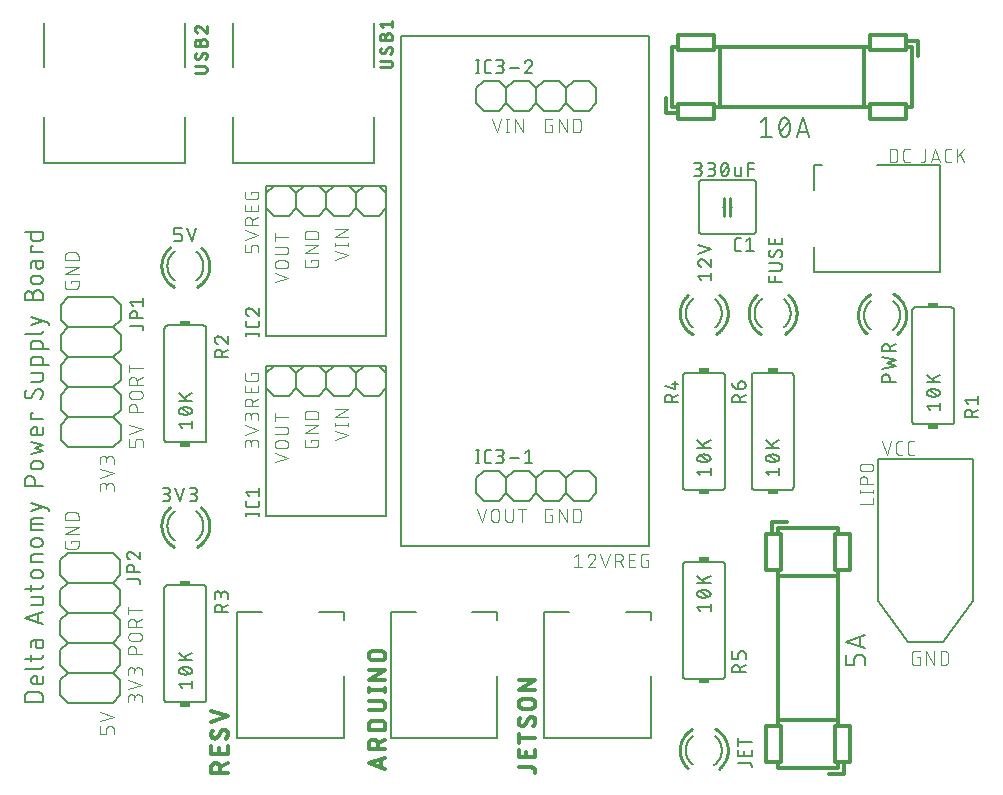
<source format=gbr>
G04 EAGLE Gerber RS-274X export*
G75*
%MOMM*%
%FSLAX34Y34*%
%LPD*%
%INSilkscreen Top*%
%IPPOS*%
%AMOC8*
5,1,8,0,0,1.08239X$1,22.5*%
G01*
%ADD10C,0.152400*%
%ADD11C,0.127000*%
%ADD12C,0.101600*%
%ADD13C,0.254000*%
%ADD14C,0.304800*%
%ADD15C,0.203200*%
%ADD16C,0.355600*%
%ADD17R,0.812800X0.457200*%


D10*
X342900Y635000D02*
X552450Y635000D01*
X552450Y203200D01*
X342900Y203200D01*
X342900Y635000D01*
X330200Y508000D02*
X228600Y508000D01*
X228600Y381000D01*
X330200Y381000D01*
X330200Y508000D01*
X330200Y355600D02*
X228600Y355600D01*
X228600Y228600D01*
X330200Y228600D01*
X330200Y355600D01*
D11*
X39365Y70635D02*
X23871Y70635D01*
X23871Y74939D01*
X23873Y75069D01*
X23879Y75199D01*
X23889Y75329D01*
X23902Y75458D01*
X23920Y75587D01*
X23942Y75715D01*
X23967Y75842D01*
X23996Y75969D01*
X24029Y76095D01*
X24066Y76219D01*
X24106Y76343D01*
X24151Y76465D01*
X24199Y76586D01*
X24250Y76705D01*
X24305Y76823D01*
X24364Y76939D01*
X24426Y77053D01*
X24492Y77166D01*
X24561Y77276D01*
X24633Y77384D01*
X24708Y77490D01*
X24787Y77593D01*
X24869Y77694D01*
X24953Y77793D01*
X25041Y77889D01*
X25132Y77982D01*
X25225Y78073D01*
X25321Y78161D01*
X25420Y78245D01*
X25521Y78327D01*
X25624Y78406D01*
X25730Y78481D01*
X25838Y78553D01*
X25948Y78622D01*
X26061Y78688D01*
X26175Y78750D01*
X26291Y78809D01*
X26409Y78864D01*
X26528Y78915D01*
X26649Y78963D01*
X26771Y79008D01*
X26895Y79048D01*
X27019Y79085D01*
X27145Y79118D01*
X27272Y79147D01*
X27399Y79173D01*
X27527Y79194D01*
X27656Y79212D01*
X27786Y79225D01*
X27915Y79235D01*
X28045Y79241D01*
X28175Y79243D01*
X35061Y79243D01*
X35191Y79241D01*
X35321Y79235D01*
X35451Y79225D01*
X35580Y79212D01*
X35709Y79194D01*
X35837Y79173D01*
X35964Y79147D01*
X36091Y79118D01*
X36217Y79085D01*
X36341Y79048D01*
X36465Y79008D01*
X36587Y78963D01*
X36708Y78915D01*
X36827Y78864D01*
X36945Y78809D01*
X37061Y78750D01*
X37175Y78688D01*
X37288Y78622D01*
X37398Y78553D01*
X37506Y78481D01*
X37612Y78406D01*
X37715Y78327D01*
X37816Y78245D01*
X37915Y78161D01*
X38011Y78073D01*
X38104Y77982D01*
X38195Y77889D01*
X38283Y77793D01*
X38367Y77694D01*
X38449Y77593D01*
X38528Y77490D01*
X38603Y77384D01*
X38675Y77276D01*
X38744Y77166D01*
X38810Y77053D01*
X38872Y76939D01*
X38931Y76823D01*
X38986Y76705D01*
X39037Y76586D01*
X39085Y76465D01*
X39130Y76343D01*
X39170Y76219D01*
X39207Y76095D01*
X39240Y75969D01*
X39269Y75842D01*
X39295Y75715D01*
X39316Y75587D01*
X39334Y75458D01*
X39347Y75329D01*
X39357Y75199D01*
X39363Y75069D01*
X39365Y74939D01*
X39365Y70635D01*
X39365Y88448D02*
X39365Y92752D01*
X39365Y88448D02*
X39363Y88349D01*
X39357Y88250D01*
X39348Y88152D01*
X39335Y88054D01*
X39318Y87956D01*
X39297Y87860D01*
X39273Y87764D01*
X39245Y87669D01*
X39213Y87575D01*
X39178Y87483D01*
X39139Y87392D01*
X39097Y87302D01*
X39051Y87215D01*
X39002Y87129D01*
X38950Y87045D01*
X38895Y86963D01*
X38836Y86883D01*
X38775Y86805D01*
X38711Y86730D01*
X38643Y86658D01*
X38573Y86588D01*
X38501Y86520D01*
X38426Y86456D01*
X38348Y86395D01*
X38268Y86336D01*
X38186Y86281D01*
X38102Y86229D01*
X38016Y86180D01*
X37929Y86134D01*
X37839Y86092D01*
X37748Y86053D01*
X37656Y86018D01*
X37562Y85986D01*
X37467Y85958D01*
X37371Y85934D01*
X37275Y85913D01*
X37177Y85896D01*
X37079Y85883D01*
X36981Y85874D01*
X36882Y85868D01*
X36783Y85866D01*
X32479Y85866D01*
X32363Y85868D01*
X32247Y85874D01*
X32131Y85884D01*
X32015Y85897D01*
X31900Y85915D01*
X31786Y85936D01*
X31672Y85962D01*
X31560Y85991D01*
X31448Y86024D01*
X31338Y86061D01*
X31229Y86101D01*
X31121Y86145D01*
X31015Y86193D01*
X30911Y86244D01*
X30808Y86299D01*
X30707Y86357D01*
X30609Y86418D01*
X30512Y86483D01*
X30418Y86551D01*
X30326Y86622D01*
X30236Y86697D01*
X30149Y86774D01*
X30065Y86854D01*
X29984Y86937D01*
X29905Y87023D01*
X29829Y87111D01*
X29756Y87202D01*
X29687Y87295D01*
X29620Y87390D01*
X29557Y87488D01*
X29497Y87588D01*
X29441Y87689D01*
X29388Y87793D01*
X29338Y87898D01*
X29293Y88005D01*
X29250Y88113D01*
X29212Y88223D01*
X29177Y88334D01*
X29146Y88446D01*
X29119Y88559D01*
X29095Y88673D01*
X29076Y88788D01*
X29060Y88903D01*
X29048Y89019D01*
X29040Y89135D01*
X29036Y89251D01*
X29036Y89367D01*
X29040Y89483D01*
X29048Y89599D01*
X29060Y89715D01*
X29076Y89830D01*
X29095Y89945D01*
X29119Y90059D01*
X29146Y90172D01*
X29177Y90284D01*
X29212Y90395D01*
X29250Y90505D01*
X29293Y90613D01*
X29338Y90720D01*
X29388Y90825D01*
X29441Y90929D01*
X29497Y91031D01*
X29557Y91130D01*
X29620Y91228D01*
X29687Y91323D01*
X29756Y91416D01*
X29829Y91507D01*
X29905Y91595D01*
X29984Y91681D01*
X30065Y91764D01*
X30149Y91844D01*
X30236Y91921D01*
X30326Y91996D01*
X30418Y92067D01*
X30512Y92135D01*
X30609Y92200D01*
X30707Y92261D01*
X30808Y92319D01*
X30911Y92374D01*
X31015Y92425D01*
X31121Y92473D01*
X31229Y92517D01*
X31338Y92557D01*
X31448Y92594D01*
X31560Y92627D01*
X31672Y92656D01*
X31786Y92682D01*
X31900Y92703D01*
X32015Y92721D01*
X32131Y92734D01*
X32247Y92744D01*
X32363Y92750D01*
X32479Y92752D01*
X34200Y92752D01*
X34200Y85866D01*
X36783Y98979D02*
X23871Y98979D01*
X36783Y98979D02*
X36882Y98981D01*
X36981Y98987D01*
X37079Y98996D01*
X37177Y99009D01*
X37275Y99026D01*
X37371Y99047D01*
X37467Y99071D01*
X37562Y99099D01*
X37656Y99131D01*
X37748Y99166D01*
X37839Y99205D01*
X37929Y99247D01*
X38016Y99293D01*
X38102Y99342D01*
X38186Y99394D01*
X38268Y99449D01*
X38348Y99508D01*
X38426Y99569D01*
X38501Y99633D01*
X38573Y99701D01*
X38643Y99771D01*
X38711Y99843D01*
X38775Y99918D01*
X38836Y99996D01*
X38895Y100076D01*
X38950Y100158D01*
X39002Y100242D01*
X39051Y100328D01*
X39097Y100415D01*
X39139Y100505D01*
X39178Y100596D01*
X39213Y100688D01*
X39245Y100782D01*
X39273Y100877D01*
X39297Y100973D01*
X39318Y101069D01*
X39335Y101167D01*
X39348Y101265D01*
X39357Y101363D01*
X39363Y101462D01*
X39365Y101561D01*
X29036Y105449D02*
X29036Y110613D01*
X23871Y107170D02*
X36783Y107170D01*
X36783Y107171D02*
X36882Y107173D01*
X36981Y107179D01*
X37079Y107188D01*
X37177Y107201D01*
X37275Y107218D01*
X37371Y107239D01*
X37467Y107263D01*
X37562Y107291D01*
X37656Y107323D01*
X37748Y107358D01*
X37839Y107397D01*
X37929Y107439D01*
X38016Y107485D01*
X38102Y107534D01*
X38187Y107586D01*
X38268Y107641D01*
X38348Y107700D01*
X38426Y107761D01*
X38501Y107825D01*
X38573Y107893D01*
X38643Y107963D01*
X38711Y108035D01*
X38775Y108110D01*
X38836Y108188D01*
X38895Y108268D01*
X38950Y108350D01*
X39002Y108434D01*
X39051Y108520D01*
X39097Y108607D01*
X39139Y108697D01*
X39178Y108788D01*
X39213Y108880D01*
X39245Y108974D01*
X39273Y109069D01*
X39297Y109165D01*
X39318Y109261D01*
X39335Y109359D01*
X39348Y109457D01*
X39357Y109555D01*
X39363Y109654D01*
X39365Y109753D01*
X39365Y110613D01*
X33340Y119037D02*
X33340Y122911D01*
X33339Y119037D02*
X33341Y118928D01*
X33347Y118820D01*
X33357Y118711D01*
X33370Y118603D01*
X33388Y118496D01*
X33409Y118389D01*
X33435Y118283D01*
X33464Y118179D01*
X33497Y118075D01*
X33533Y117972D01*
X33574Y117871D01*
X33617Y117772D01*
X33665Y117674D01*
X33716Y117578D01*
X33770Y117484D01*
X33828Y117391D01*
X33889Y117301D01*
X33953Y117214D01*
X34021Y117128D01*
X34091Y117045D01*
X34165Y116965D01*
X34241Y116887D01*
X34320Y116813D01*
X34401Y116741D01*
X34486Y116672D01*
X34572Y116606D01*
X34661Y116543D01*
X34752Y116484D01*
X34845Y116428D01*
X34941Y116375D01*
X35038Y116326D01*
X35136Y116280D01*
X35237Y116238D01*
X35339Y116200D01*
X35442Y116165D01*
X35546Y116134D01*
X35651Y116107D01*
X35758Y116083D01*
X35865Y116064D01*
X35972Y116048D01*
X36080Y116036D01*
X36189Y116028D01*
X36298Y116024D01*
X36406Y116024D01*
X36515Y116028D01*
X36624Y116036D01*
X36732Y116048D01*
X36839Y116064D01*
X36946Y116083D01*
X37053Y116107D01*
X37158Y116134D01*
X37262Y116165D01*
X37365Y116200D01*
X37467Y116238D01*
X37568Y116280D01*
X37666Y116326D01*
X37763Y116375D01*
X37858Y116428D01*
X37952Y116484D01*
X38043Y116543D01*
X38132Y116606D01*
X38218Y116672D01*
X38303Y116741D01*
X38384Y116813D01*
X38463Y116887D01*
X38539Y116965D01*
X38613Y117045D01*
X38683Y117128D01*
X38751Y117214D01*
X38815Y117301D01*
X38876Y117391D01*
X38934Y117484D01*
X38988Y117578D01*
X39039Y117674D01*
X39087Y117772D01*
X39130Y117871D01*
X39171Y117972D01*
X39207Y118075D01*
X39240Y118179D01*
X39269Y118283D01*
X39295Y118389D01*
X39316Y118496D01*
X39334Y118603D01*
X39347Y118711D01*
X39357Y118820D01*
X39363Y118928D01*
X39365Y119037D01*
X39365Y122911D01*
X31618Y122911D01*
X31519Y122909D01*
X31420Y122903D01*
X31322Y122894D01*
X31224Y122881D01*
X31126Y122864D01*
X31030Y122843D01*
X30934Y122819D01*
X30839Y122791D01*
X30745Y122759D01*
X30653Y122724D01*
X30562Y122685D01*
X30472Y122643D01*
X30385Y122597D01*
X30299Y122548D01*
X30215Y122496D01*
X30133Y122441D01*
X30053Y122382D01*
X29975Y122321D01*
X29900Y122257D01*
X29828Y122189D01*
X29758Y122119D01*
X29690Y122047D01*
X29626Y121972D01*
X29565Y121894D01*
X29506Y121814D01*
X29451Y121732D01*
X29399Y121648D01*
X29350Y121562D01*
X29304Y121475D01*
X29262Y121385D01*
X29223Y121294D01*
X29188Y121202D01*
X29156Y121108D01*
X29128Y121013D01*
X29104Y120917D01*
X29083Y120821D01*
X29066Y120723D01*
X29053Y120625D01*
X29044Y120527D01*
X29038Y120428D01*
X29036Y120329D01*
X29036Y116885D01*
X39365Y136670D02*
X23871Y141835D01*
X39365Y147000D01*
X35492Y145708D02*
X35492Y137961D01*
X36783Y152762D02*
X29036Y152762D01*
X36783Y152762D02*
X36882Y152764D01*
X36981Y152770D01*
X37079Y152779D01*
X37177Y152792D01*
X37275Y152809D01*
X37371Y152830D01*
X37467Y152854D01*
X37562Y152882D01*
X37656Y152914D01*
X37748Y152949D01*
X37839Y152988D01*
X37929Y153030D01*
X38016Y153076D01*
X38102Y153125D01*
X38186Y153177D01*
X38268Y153232D01*
X38348Y153291D01*
X38426Y153352D01*
X38501Y153416D01*
X38573Y153484D01*
X38643Y153554D01*
X38711Y153626D01*
X38775Y153701D01*
X38836Y153779D01*
X38895Y153859D01*
X38950Y153941D01*
X39002Y154025D01*
X39051Y154111D01*
X39097Y154198D01*
X39139Y154288D01*
X39178Y154379D01*
X39213Y154471D01*
X39245Y154565D01*
X39273Y154660D01*
X39297Y154756D01*
X39318Y154852D01*
X39335Y154950D01*
X39348Y155048D01*
X39357Y155146D01*
X39363Y155245D01*
X39365Y155344D01*
X39365Y159648D01*
X29036Y159648D01*
X29036Y164912D02*
X29036Y170076D01*
X23871Y166633D02*
X36783Y166633D01*
X36783Y166634D02*
X36882Y166636D01*
X36981Y166642D01*
X37079Y166651D01*
X37177Y166664D01*
X37275Y166681D01*
X37371Y166702D01*
X37467Y166726D01*
X37562Y166754D01*
X37656Y166786D01*
X37748Y166821D01*
X37839Y166860D01*
X37929Y166902D01*
X38016Y166948D01*
X38102Y166997D01*
X38187Y167049D01*
X38268Y167104D01*
X38348Y167163D01*
X38426Y167224D01*
X38501Y167288D01*
X38573Y167356D01*
X38643Y167426D01*
X38711Y167498D01*
X38775Y167573D01*
X38836Y167651D01*
X38895Y167731D01*
X38950Y167813D01*
X39002Y167897D01*
X39051Y167983D01*
X39097Y168070D01*
X39139Y168160D01*
X39178Y168251D01*
X39213Y168343D01*
X39245Y168437D01*
X39273Y168532D01*
X39297Y168628D01*
X39318Y168724D01*
X39335Y168822D01*
X39348Y168920D01*
X39357Y169018D01*
X39363Y169117D01*
X39365Y169216D01*
X39365Y170076D01*
X35922Y175556D02*
X32479Y175556D01*
X32363Y175558D01*
X32247Y175564D01*
X32131Y175574D01*
X32015Y175587D01*
X31900Y175605D01*
X31786Y175626D01*
X31672Y175652D01*
X31560Y175681D01*
X31448Y175714D01*
X31338Y175751D01*
X31229Y175791D01*
X31121Y175835D01*
X31015Y175883D01*
X30911Y175934D01*
X30808Y175989D01*
X30707Y176047D01*
X30609Y176108D01*
X30512Y176173D01*
X30418Y176241D01*
X30326Y176312D01*
X30236Y176387D01*
X30149Y176464D01*
X30065Y176544D01*
X29984Y176627D01*
X29905Y176713D01*
X29829Y176801D01*
X29756Y176892D01*
X29687Y176985D01*
X29620Y177080D01*
X29557Y177178D01*
X29497Y177278D01*
X29441Y177379D01*
X29388Y177483D01*
X29338Y177588D01*
X29293Y177695D01*
X29250Y177803D01*
X29212Y177913D01*
X29177Y178024D01*
X29146Y178136D01*
X29119Y178249D01*
X29095Y178363D01*
X29076Y178478D01*
X29060Y178593D01*
X29048Y178709D01*
X29040Y178825D01*
X29036Y178941D01*
X29036Y179057D01*
X29040Y179173D01*
X29048Y179289D01*
X29060Y179405D01*
X29076Y179520D01*
X29095Y179635D01*
X29119Y179749D01*
X29146Y179862D01*
X29177Y179974D01*
X29212Y180085D01*
X29250Y180195D01*
X29293Y180303D01*
X29338Y180410D01*
X29388Y180515D01*
X29441Y180619D01*
X29497Y180721D01*
X29557Y180820D01*
X29620Y180918D01*
X29687Y181013D01*
X29756Y181106D01*
X29829Y181197D01*
X29905Y181285D01*
X29984Y181371D01*
X30065Y181454D01*
X30149Y181534D01*
X30236Y181611D01*
X30326Y181686D01*
X30418Y181757D01*
X30512Y181825D01*
X30609Y181890D01*
X30707Y181951D01*
X30808Y182009D01*
X30911Y182064D01*
X31015Y182115D01*
X31121Y182163D01*
X31229Y182207D01*
X31338Y182247D01*
X31448Y182284D01*
X31560Y182317D01*
X31672Y182346D01*
X31786Y182372D01*
X31900Y182393D01*
X32015Y182411D01*
X32131Y182424D01*
X32247Y182434D01*
X32363Y182440D01*
X32479Y182442D01*
X35922Y182442D01*
X36038Y182440D01*
X36154Y182434D01*
X36270Y182424D01*
X36386Y182411D01*
X36501Y182393D01*
X36615Y182372D01*
X36729Y182346D01*
X36841Y182317D01*
X36953Y182284D01*
X37063Y182247D01*
X37172Y182207D01*
X37280Y182163D01*
X37386Y182115D01*
X37490Y182064D01*
X37593Y182009D01*
X37694Y181951D01*
X37792Y181890D01*
X37889Y181825D01*
X37983Y181757D01*
X38075Y181686D01*
X38165Y181611D01*
X38252Y181534D01*
X38336Y181454D01*
X38417Y181371D01*
X38496Y181285D01*
X38572Y181197D01*
X38645Y181106D01*
X38714Y181013D01*
X38781Y180918D01*
X38844Y180820D01*
X38904Y180720D01*
X38960Y180619D01*
X39013Y180515D01*
X39063Y180410D01*
X39108Y180303D01*
X39151Y180195D01*
X39189Y180085D01*
X39224Y179974D01*
X39255Y179862D01*
X39282Y179749D01*
X39306Y179635D01*
X39325Y179520D01*
X39341Y179405D01*
X39353Y179289D01*
X39361Y179173D01*
X39365Y179057D01*
X39365Y178941D01*
X39361Y178825D01*
X39353Y178709D01*
X39341Y178593D01*
X39325Y178478D01*
X39306Y178363D01*
X39282Y178249D01*
X39255Y178136D01*
X39224Y178024D01*
X39189Y177913D01*
X39151Y177803D01*
X39108Y177695D01*
X39063Y177588D01*
X39013Y177483D01*
X38960Y177379D01*
X38904Y177277D01*
X38844Y177178D01*
X38781Y177080D01*
X38714Y176985D01*
X38645Y176892D01*
X38572Y176801D01*
X38496Y176713D01*
X38417Y176627D01*
X38336Y176544D01*
X38252Y176464D01*
X38165Y176387D01*
X38075Y176312D01*
X37983Y176241D01*
X37889Y176173D01*
X37792Y176108D01*
X37694Y176047D01*
X37593Y175989D01*
X37490Y175934D01*
X37386Y175883D01*
X37280Y175835D01*
X37172Y175791D01*
X37063Y175751D01*
X36953Y175714D01*
X36841Y175681D01*
X36729Y175652D01*
X36615Y175626D01*
X36501Y175605D01*
X36386Y175587D01*
X36270Y175574D01*
X36154Y175564D01*
X36038Y175558D01*
X35922Y175556D01*
X39365Y188935D02*
X29036Y188935D01*
X29036Y193239D01*
X29038Y193340D01*
X29044Y193442D01*
X29054Y193542D01*
X29068Y193643D01*
X29086Y193743D01*
X29107Y193842D01*
X29133Y193940D01*
X29162Y194037D01*
X29196Y194133D01*
X29233Y194227D01*
X29273Y194320D01*
X29317Y194411D01*
X29365Y194501D01*
X29416Y194588D01*
X29471Y194673D01*
X29529Y194757D01*
X29590Y194837D01*
X29655Y194916D01*
X29722Y194992D01*
X29792Y195065D01*
X29865Y195135D01*
X29941Y195202D01*
X30019Y195267D01*
X30100Y195328D01*
X30184Y195386D01*
X30269Y195441D01*
X30356Y195492D01*
X30446Y195540D01*
X30537Y195584D01*
X30630Y195624D01*
X30724Y195661D01*
X30820Y195695D01*
X30917Y195724D01*
X31015Y195750D01*
X31114Y195771D01*
X31214Y195789D01*
X31314Y195803D01*
X31415Y195813D01*
X31517Y195819D01*
X31618Y195821D01*
X31618Y195822D02*
X39365Y195822D01*
X35922Y202315D02*
X32479Y202315D01*
X32363Y202317D01*
X32247Y202323D01*
X32131Y202333D01*
X32015Y202346D01*
X31900Y202364D01*
X31786Y202385D01*
X31672Y202411D01*
X31560Y202440D01*
X31448Y202473D01*
X31338Y202510D01*
X31229Y202550D01*
X31121Y202594D01*
X31015Y202642D01*
X30911Y202693D01*
X30808Y202748D01*
X30707Y202806D01*
X30609Y202867D01*
X30512Y202932D01*
X30418Y203000D01*
X30326Y203071D01*
X30236Y203146D01*
X30149Y203223D01*
X30065Y203303D01*
X29984Y203386D01*
X29905Y203472D01*
X29829Y203560D01*
X29756Y203651D01*
X29687Y203744D01*
X29620Y203839D01*
X29557Y203937D01*
X29497Y204037D01*
X29441Y204138D01*
X29388Y204242D01*
X29338Y204347D01*
X29293Y204454D01*
X29250Y204562D01*
X29212Y204672D01*
X29177Y204783D01*
X29146Y204895D01*
X29119Y205008D01*
X29095Y205122D01*
X29076Y205237D01*
X29060Y205352D01*
X29048Y205468D01*
X29040Y205584D01*
X29036Y205700D01*
X29036Y205816D01*
X29040Y205932D01*
X29048Y206048D01*
X29060Y206164D01*
X29076Y206279D01*
X29095Y206394D01*
X29119Y206508D01*
X29146Y206621D01*
X29177Y206733D01*
X29212Y206844D01*
X29250Y206954D01*
X29293Y207062D01*
X29338Y207169D01*
X29388Y207274D01*
X29441Y207378D01*
X29497Y207480D01*
X29557Y207579D01*
X29620Y207677D01*
X29687Y207772D01*
X29756Y207865D01*
X29829Y207956D01*
X29905Y208044D01*
X29984Y208130D01*
X30065Y208213D01*
X30149Y208293D01*
X30236Y208370D01*
X30326Y208445D01*
X30418Y208516D01*
X30512Y208584D01*
X30609Y208649D01*
X30707Y208710D01*
X30808Y208768D01*
X30911Y208823D01*
X31015Y208874D01*
X31121Y208922D01*
X31229Y208966D01*
X31338Y209006D01*
X31448Y209043D01*
X31560Y209076D01*
X31672Y209105D01*
X31786Y209131D01*
X31900Y209152D01*
X32015Y209170D01*
X32131Y209183D01*
X32247Y209193D01*
X32363Y209199D01*
X32479Y209201D01*
X35922Y209201D01*
X36038Y209199D01*
X36154Y209193D01*
X36270Y209183D01*
X36386Y209170D01*
X36501Y209152D01*
X36615Y209131D01*
X36729Y209105D01*
X36841Y209076D01*
X36953Y209043D01*
X37063Y209006D01*
X37172Y208966D01*
X37280Y208922D01*
X37386Y208874D01*
X37490Y208823D01*
X37593Y208768D01*
X37694Y208710D01*
X37792Y208649D01*
X37889Y208584D01*
X37983Y208516D01*
X38075Y208445D01*
X38165Y208370D01*
X38252Y208293D01*
X38336Y208213D01*
X38417Y208130D01*
X38496Y208044D01*
X38572Y207956D01*
X38645Y207865D01*
X38714Y207772D01*
X38781Y207677D01*
X38844Y207579D01*
X38904Y207479D01*
X38960Y207378D01*
X39013Y207274D01*
X39063Y207169D01*
X39108Y207062D01*
X39151Y206954D01*
X39189Y206844D01*
X39224Y206733D01*
X39255Y206621D01*
X39282Y206508D01*
X39306Y206394D01*
X39325Y206279D01*
X39341Y206164D01*
X39353Y206048D01*
X39361Y205932D01*
X39365Y205816D01*
X39365Y205700D01*
X39361Y205584D01*
X39353Y205468D01*
X39341Y205352D01*
X39325Y205237D01*
X39306Y205122D01*
X39282Y205008D01*
X39255Y204895D01*
X39224Y204783D01*
X39189Y204672D01*
X39151Y204562D01*
X39108Y204454D01*
X39063Y204347D01*
X39013Y204242D01*
X38960Y204138D01*
X38904Y204036D01*
X38844Y203937D01*
X38781Y203839D01*
X38714Y203744D01*
X38645Y203651D01*
X38572Y203560D01*
X38496Y203472D01*
X38417Y203386D01*
X38336Y203303D01*
X38252Y203223D01*
X38165Y203146D01*
X38075Y203071D01*
X37983Y203000D01*
X37889Y202932D01*
X37792Y202867D01*
X37694Y202806D01*
X37593Y202748D01*
X37490Y202693D01*
X37386Y202642D01*
X37280Y202594D01*
X37172Y202550D01*
X37063Y202510D01*
X36953Y202473D01*
X36841Y202440D01*
X36729Y202411D01*
X36615Y202385D01*
X36501Y202364D01*
X36386Y202346D01*
X36270Y202333D01*
X36154Y202323D01*
X36038Y202317D01*
X35922Y202315D01*
X39365Y215954D02*
X29036Y215954D01*
X29036Y223701D01*
X29038Y223800D01*
X29044Y223899D01*
X29053Y223997D01*
X29066Y224095D01*
X29083Y224193D01*
X29104Y224289D01*
X29128Y224385D01*
X29156Y224480D01*
X29188Y224574D01*
X29223Y224666D01*
X29262Y224757D01*
X29304Y224847D01*
X29350Y224934D01*
X29399Y225020D01*
X29451Y225104D01*
X29506Y225186D01*
X29565Y225266D01*
X29626Y225344D01*
X29690Y225419D01*
X29758Y225491D01*
X29828Y225561D01*
X29900Y225629D01*
X29975Y225693D01*
X30053Y225754D01*
X30133Y225813D01*
X30215Y225868D01*
X30299Y225920D01*
X30385Y225969D01*
X30472Y226015D01*
X30562Y226057D01*
X30653Y226096D01*
X30745Y226131D01*
X30839Y226163D01*
X30934Y226191D01*
X31030Y226215D01*
X31126Y226236D01*
X31224Y226253D01*
X31322Y226266D01*
X31420Y226275D01*
X31519Y226281D01*
X31618Y226283D01*
X31618Y226284D02*
X39365Y226284D01*
X39365Y221119D02*
X29036Y221119D01*
X44530Y232542D02*
X44530Y234263D01*
X29036Y239428D01*
X29036Y232542D02*
X39365Y235985D01*
X39365Y253681D02*
X23871Y253681D01*
X23871Y257985D01*
X23873Y258115D01*
X23879Y258245D01*
X23889Y258375D01*
X23902Y258504D01*
X23920Y258633D01*
X23941Y258761D01*
X23967Y258888D01*
X23996Y259015D01*
X24029Y259141D01*
X24066Y259265D01*
X24106Y259389D01*
X24151Y259511D01*
X24199Y259632D01*
X24250Y259751D01*
X24305Y259869D01*
X24364Y259985D01*
X24426Y260099D01*
X24492Y260212D01*
X24561Y260322D01*
X24633Y260430D01*
X24708Y260536D01*
X24787Y260639D01*
X24869Y260740D01*
X24953Y260839D01*
X25041Y260935D01*
X25132Y261028D01*
X25225Y261119D01*
X25321Y261207D01*
X25420Y261291D01*
X25521Y261373D01*
X25624Y261452D01*
X25730Y261527D01*
X25838Y261599D01*
X25948Y261668D01*
X26061Y261734D01*
X26175Y261796D01*
X26291Y261855D01*
X26409Y261910D01*
X26528Y261961D01*
X26649Y262009D01*
X26771Y262054D01*
X26895Y262094D01*
X27019Y262131D01*
X27145Y262164D01*
X27272Y262193D01*
X27399Y262219D01*
X27527Y262240D01*
X27656Y262258D01*
X27785Y262271D01*
X27915Y262281D01*
X28045Y262287D01*
X28175Y262289D01*
X28305Y262287D01*
X28435Y262281D01*
X28565Y262271D01*
X28694Y262258D01*
X28823Y262240D01*
X28951Y262219D01*
X29078Y262193D01*
X29205Y262164D01*
X29331Y262131D01*
X29455Y262094D01*
X29579Y262054D01*
X29701Y262009D01*
X29822Y261961D01*
X29941Y261910D01*
X30059Y261855D01*
X30175Y261796D01*
X30289Y261734D01*
X30402Y261668D01*
X30512Y261599D01*
X30620Y261527D01*
X30726Y261452D01*
X30829Y261373D01*
X30930Y261291D01*
X31029Y261207D01*
X31125Y261119D01*
X31218Y261028D01*
X31309Y260935D01*
X31397Y260839D01*
X31481Y260740D01*
X31563Y260639D01*
X31642Y260536D01*
X31717Y260430D01*
X31789Y260322D01*
X31858Y260212D01*
X31924Y260099D01*
X31986Y259985D01*
X32045Y259869D01*
X32100Y259751D01*
X32151Y259632D01*
X32199Y259511D01*
X32244Y259389D01*
X32284Y259265D01*
X32321Y259141D01*
X32354Y259015D01*
X32383Y258888D01*
X32409Y258761D01*
X32430Y258633D01*
X32448Y258504D01*
X32461Y258375D01*
X32471Y258245D01*
X32477Y258115D01*
X32479Y257985D01*
X32479Y253681D01*
X32479Y267724D02*
X35922Y267724D01*
X32479Y267724D02*
X32363Y267726D01*
X32247Y267732D01*
X32131Y267742D01*
X32015Y267755D01*
X31900Y267773D01*
X31786Y267794D01*
X31672Y267820D01*
X31560Y267849D01*
X31448Y267882D01*
X31338Y267919D01*
X31229Y267959D01*
X31121Y268003D01*
X31015Y268051D01*
X30911Y268102D01*
X30808Y268157D01*
X30707Y268215D01*
X30609Y268276D01*
X30512Y268341D01*
X30418Y268409D01*
X30326Y268480D01*
X30236Y268555D01*
X30149Y268632D01*
X30065Y268712D01*
X29984Y268795D01*
X29905Y268881D01*
X29829Y268969D01*
X29756Y269060D01*
X29687Y269153D01*
X29620Y269248D01*
X29557Y269346D01*
X29497Y269446D01*
X29441Y269547D01*
X29388Y269651D01*
X29338Y269756D01*
X29293Y269863D01*
X29250Y269971D01*
X29212Y270081D01*
X29177Y270192D01*
X29146Y270304D01*
X29119Y270417D01*
X29095Y270531D01*
X29076Y270646D01*
X29060Y270761D01*
X29048Y270877D01*
X29040Y270993D01*
X29036Y271109D01*
X29036Y271225D01*
X29040Y271341D01*
X29048Y271457D01*
X29060Y271573D01*
X29076Y271688D01*
X29095Y271803D01*
X29119Y271917D01*
X29146Y272030D01*
X29177Y272142D01*
X29212Y272253D01*
X29250Y272363D01*
X29293Y272471D01*
X29338Y272578D01*
X29388Y272683D01*
X29441Y272787D01*
X29497Y272889D01*
X29557Y272988D01*
X29620Y273086D01*
X29687Y273181D01*
X29756Y273274D01*
X29829Y273365D01*
X29905Y273453D01*
X29984Y273539D01*
X30065Y273622D01*
X30149Y273702D01*
X30236Y273779D01*
X30326Y273854D01*
X30418Y273925D01*
X30512Y273993D01*
X30609Y274058D01*
X30707Y274119D01*
X30808Y274177D01*
X30911Y274232D01*
X31015Y274283D01*
X31121Y274331D01*
X31229Y274375D01*
X31338Y274415D01*
X31448Y274452D01*
X31560Y274485D01*
X31672Y274514D01*
X31786Y274540D01*
X31900Y274561D01*
X32015Y274579D01*
X32131Y274592D01*
X32247Y274602D01*
X32363Y274608D01*
X32479Y274610D01*
X35922Y274610D01*
X36038Y274608D01*
X36154Y274602D01*
X36270Y274592D01*
X36386Y274579D01*
X36501Y274561D01*
X36615Y274540D01*
X36729Y274514D01*
X36841Y274485D01*
X36953Y274452D01*
X37063Y274415D01*
X37172Y274375D01*
X37280Y274331D01*
X37386Y274283D01*
X37490Y274232D01*
X37593Y274177D01*
X37694Y274119D01*
X37792Y274058D01*
X37889Y273993D01*
X37983Y273925D01*
X38075Y273854D01*
X38165Y273779D01*
X38252Y273702D01*
X38336Y273622D01*
X38417Y273539D01*
X38496Y273453D01*
X38572Y273365D01*
X38645Y273274D01*
X38714Y273181D01*
X38781Y273086D01*
X38844Y272988D01*
X38904Y272889D01*
X38960Y272787D01*
X39013Y272683D01*
X39063Y272578D01*
X39108Y272471D01*
X39151Y272363D01*
X39189Y272253D01*
X39224Y272142D01*
X39255Y272030D01*
X39282Y271917D01*
X39306Y271803D01*
X39325Y271688D01*
X39341Y271573D01*
X39353Y271457D01*
X39361Y271341D01*
X39365Y271225D01*
X39365Y271109D01*
X39361Y270993D01*
X39353Y270877D01*
X39341Y270761D01*
X39325Y270646D01*
X39306Y270531D01*
X39282Y270417D01*
X39255Y270304D01*
X39224Y270192D01*
X39189Y270081D01*
X39151Y269971D01*
X39108Y269863D01*
X39063Y269756D01*
X39013Y269651D01*
X38960Y269547D01*
X38904Y269446D01*
X38844Y269346D01*
X38781Y269248D01*
X38714Y269153D01*
X38645Y269060D01*
X38572Y268969D01*
X38496Y268881D01*
X38417Y268795D01*
X38336Y268712D01*
X38252Y268632D01*
X38165Y268555D01*
X38075Y268480D01*
X37983Y268409D01*
X37889Y268341D01*
X37792Y268276D01*
X37694Y268215D01*
X37593Y268157D01*
X37490Y268102D01*
X37386Y268051D01*
X37280Y268003D01*
X37172Y267959D01*
X37063Y267919D01*
X36953Y267882D01*
X36841Y267849D01*
X36729Y267820D01*
X36615Y267794D01*
X36501Y267773D01*
X36386Y267755D01*
X36270Y267742D01*
X36154Y267732D01*
X36038Y267726D01*
X35922Y267724D01*
X29036Y280373D02*
X39365Y282955D01*
X32479Y285537D01*
X39365Y288120D01*
X29036Y290702D01*
X39365Y299047D02*
X39365Y303351D01*
X39365Y299047D02*
X39363Y298948D01*
X39357Y298849D01*
X39348Y298751D01*
X39335Y298653D01*
X39318Y298555D01*
X39297Y298459D01*
X39273Y298363D01*
X39245Y298268D01*
X39213Y298174D01*
X39178Y298082D01*
X39139Y297991D01*
X39097Y297901D01*
X39051Y297814D01*
X39002Y297728D01*
X38950Y297644D01*
X38895Y297562D01*
X38836Y297482D01*
X38775Y297404D01*
X38711Y297329D01*
X38643Y297257D01*
X38573Y297187D01*
X38501Y297119D01*
X38426Y297055D01*
X38348Y296994D01*
X38268Y296935D01*
X38186Y296880D01*
X38102Y296828D01*
X38016Y296779D01*
X37929Y296733D01*
X37839Y296691D01*
X37748Y296652D01*
X37656Y296617D01*
X37562Y296585D01*
X37467Y296557D01*
X37371Y296533D01*
X37275Y296512D01*
X37177Y296495D01*
X37079Y296482D01*
X36981Y296473D01*
X36882Y296467D01*
X36783Y296465D01*
X32479Y296465D01*
X32363Y296467D01*
X32247Y296473D01*
X32131Y296483D01*
X32015Y296496D01*
X31900Y296514D01*
X31786Y296535D01*
X31672Y296561D01*
X31560Y296590D01*
X31448Y296623D01*
X31338Y296660D01*
X31229Y296700D01*
X31121Y296744D01*
X31015Y296792D01*
X30911Y296843D01*
X30808Y296898D01*
X30707Y296956D01*
X30609Y297017D01*
X30512Y297082D01*
X30418Y297150D01*
X30326Y297221D01*
X30236Y297296D01*
X30149Y297373D01*
X30065Y297453D01*
X29984Y297536D01*
X29905Y297622D01*
X29829Y297710D01*
X29756Y297801D01*
X29687Y297894D01*
X29620Y297989D01*
X29557Y298087D01*
X29497Y298187D01*
X29441Y298288D01*
X29388Y298392D01*
X29338Y298497D01*
X29293Y298604D01*
X29250Y298712D01*
X29212Y298822D01*
X29177Y298933D01*
X29146Y299045D01*
X29119Y299158D01*
X29095Y299272D01*
X29076Y299387D01*
X29060Y299502D01*
X29048Y299618D01*
X29040Y299734D01*
X29036Y299850D01*
X29036Y299966D01*
X29040Y300082D01*
X29048Y300198D01*
X29060Y300314D01*
X29076Y300429D01*
X29095Y300544D01*
X29119Y300658D01*
X29146Y300771D01*
X29177Y300883D01*
X29212Y300994D01*
X29250Y301104D01*
X29293Y301212D01*
X29338Y301319D01*
X29388Y301424D01*
X29441Y301528D01*
X29497Y301630D01*
X29557Y301729D01*
X29620Y301827D01*
X29687Y301922D01*
X29756Y302015D01*
X29829Y302106D01*
X29905Y302194D01*
X29984Y302280D01*
X30065Y302363D01*
X30149Y302443D01*
X30236Y302520D01*
X30326Y302595D01*
X30418Y302666D01*
X30512Y302734D01*
X30609Y302799D01*
X30707Y302860D01*
X30808Y302918D01*
X30911Y302973D01*
X31015Y303024D01*
X31121Y303072D01*
X31229Y303116D01*
X31338Y303156D01*
X31448Y303193D01*
X31560Y303226D01*
X31672Y303255D01*
X31786Y303281D01*
X31900Y303302D01*
X32015Y303320D01*
X32131Y303333D01*
X32247Y303343D01*
X32363Y303349D01*
X32479Y303351D01*
X34200Y303351D01*
X34200Y296465D01*
X29036Y309922D02*
X39365Y309922D01*
X29036Y309922D02*
X29036Y315087D01*
X30757Y315087D01*
X39365Y332482D02*
X39363Y332597D01*
X39357Y332712D01*
X39348Y332827D01*
X39334Y332941D01*
X39317Y333055D01*
X39296Y333168D01*
X39271Y333280D01*
X39243Y333392D01*
X39210Y333502D01*
X39174Y333611D01*
X39135Y333719D01*
X39092Y333826D01*
X39045Y333931D01*
X38995Y334035D01*
X38941Y334137D01*
X38884Y334237D01*
X38824Y334335D01*
X38761Y334431D01*
X38694Y334524D01*
X38624Y334616D01*
X38551Y334705D01*
X38476Y334792D01*
X38397Y334876D01*
X38316Y334957D01*
X38232Y335036D01*
X38145Y335111D01*
X38056Y335184D01*
X37964Y335254D01*
X37871Y335321D01*
X37775Y335384D01*
X37677Y335444D01*
X37577Y335501D01*
X37475Y335555D01*
X37371Y335605D01*
X37266Y335652D01*
X37159Y335695D01*
X37051Y335734D01*
X36942Y335770D01*
X36832Y335803D01*
X36720Y335831D01*
X36608Y335856D01*
X36495Y335877D01*
X36381Y335894D01*
X36267Y335908D01*
X36152Y335917D01*
X36037Y335923D01*
X35922Y335925D01*
X39365Y332482D02*
X39363Y332308D01*
X39357Y332134D01*
X39346Y331960D01*
X39332Y331787D01*
X39313Y331614D01*
X39290Y331441D01*
X39263Y331269D01*
X39232Y331098D01*
X39197Y330928D01*
X39158Y330758D01*
X39115Y330590D01*
X39067Y330422D01*
X39016Y330256D01*
X38961Y330091D01*
X38902Y329927D01*
X38838Y329765D01*
X38772Y329604D01*
X38701Y329445D01*
X38626Y329288D01*
X38548Y329132D01*
X38466Y328979D01*
X38380Y328827D01*
X38291Y328678D01*
X38198Y328531D01*
X38102Y328386D01*
X38002Y328243D01*
X37899Y328103D01*
X37793Y327965D01*
X37683Y327830D01*
X37570Y327698D01*
X37454Y327568D01*
X37335Y327441D01*
X37213Y327317D01*
X27314Y327748D02*
X27199Y327750D01*
X27084Y327756D01*
X26969Y327765D01*
X26855Y327779D01*
X26741Y327796D01*
X26628Y327817D01*
X26516Y327842D01*
X26404Y327870D01*
X26294Y327903D01*
X26185Y327939D01*
X26077Y327978D01*
X25970Y328021D01*
X25865Y328068D01*
X25761Y328118D01*
X25659Y328172D01*
X25559Y328229D01*
X25461Y328289D01*
X25365Y328352D01*
X25272Y328419D01*
X25180Y328489D01*
X25091Y328562D01*
X25004Y328637D01*
X24920Y328716D01*
X24839Y328797D01*
X24760Y328881D01*
X24685Y328968D01*
X24612Y329057D01*
X24542Y329149D01*
X24475Y329242D01*
X24412Y329338D01*
X24352Y329436D01*
X24295Y329536D01*
X24241Y329638D01*
X24191Y329742D01*
X24144Y329847D01*
X24101Y329954D01*
X24062Y330062D01*
X24026Y330171D01*
X23993Y330281D01*
X23965Y330393D01*
X23940Y330505D01*
X23919Y330618D01*
X23902Y330732D01*
X23888Y330846D01*
X23879Y330961D01*
X23873Y331076D01*
X23871Y331191D01*
X23873Y331351D01*
X23879Y331510D01*
X23889Y331670D01*
X23903Y331829D01*
X23920Y331988D01*
X23942Y332146D01*
X23968Y332304D01*
X23997Y332461D01*
X24031Y332617D01*
X24068Y332773D01*
X24109Y332927D01*
X24154Y333080D01*
X24202Y333233D01*
X24255Y333384D01*
X24311Y333533D01*
X24371Y333681D01*
X24434Y333828D01*
X24501Y333973D01*
X24572Y334116D01*
X24646Y334258D01*
X24724Y334398D01*
X24805Y334535D01*
X24889Y334671D01*
X24977Y334804D01*
X25068Y334936D01*
X25162Y335065D01*
X30327Y329470D02*
X30266Y329370D01*
X30201Y329272D01*
X30134Y329176D01*
X30063Y329083D01*
X29989Y328992D01*
X29912Y328904D01*
X29832Y328818D01*
X29749Y328735D01*
X29664Y328655D01*
X29576Y328578D01*
X29485Y328504D01*
X29392Y328433D01*
X29297Y328365D01*
X29199Y328300D01*
X29100Y328238D01*
X28998Y328180D01*
X28894Y328125D01*
X28789Y328074D01*
X28682Y328027D01*
X28573Y327983D01*
X28463Y327942D01*
X28352Y327906D01*
X28240Y327873D01*
X28126Y327844D01*
X28012Y327818D01*
X27897Y327797D01*
X27781Y327779D01*
X27665Y327766D01*
X27548Y327756D01*
X27431Y327750D01*
X27314Y327748D01*
X32909Y334203D02*
X32970Y334303D01*
X33035Y334401D01*
X33103Y334497D01*
X33173Y334590D01*
X33247Y334681D01*
X33324Y334769D01*
X33404Y334855D01*
X33487Y334938D01*
X33572Y335018D01*
X33660Y335095D01*
X33751Y335169D01*
X33844Y335241D01*
X33939Y335309D01*
X34037Y335373D01*
X34136Y335435D01*
X34238Y335493D01*
X34342Y335548D01*
X34447Y335599D01*
X34554Y335646D01*
X34663Y335690D01*
X34773Y335731D01*
X34884Y335767D01*
X34996Y335800D01*
X35110Y335829D01*
X35224Y335855D01*
X35339Y335876D01*
X35455Y335894D01*
X35571Y335907D01*
X35688Y335917D01*
X35805Y335923D01*
X35922Y335925D01*
X32909Y334204D02*
X30327Y329469D01*
X29036Y342053D02*
X36783Y342053D01*
X36882Y342055D01*
X36981Y342061D01*
X37079Y342070D01*
X37177Y342083D01*
X37275Y342100D01*
X37371Y342121D01*
X37467Y342145D01*
X37562Y342173D01*
X37656Y342205D01*
X37748Y342240D01*
X37839Y342279D01*
X37929Y342321D01*
X38016Y342367D01*
X38102Y342416D01*
X38186Y342468D01*
X38268Y342523D01*
X38348Y342582D01*
X38426Y342643D01*
X38501Y342707D01*
X38573Y342775D01*
X38643Y342845D01*
X38711Y342917D01*
X38775Y342992D01*
X38836Y343070D01*
X38895Y343150D01*
X38950Y343232D01*
X39002Y343316D01*
X39051Y343402D01*
X39097Y343489D01*
X39139Y343579D01*
X39178Y343670D01*
X39213Y343762D01*
X39245Y343856D01*
X39273Y343951D01*
X39297Y344047D01*
X39318Y344143D01*
X39335Y344241D01*
X39348Y344339D01*
X39357Y344437D01*
X39363Y344536D01*
X39365Y344635D01*
X39365Y348939D01*
X29036Y348939D01*
X29036Y355996D02*
X44530Y355996D01*
X29036Y355996D02*
X29036Y360300D01*
X29038Y360401D01*
X29044Y360503D01*
X29054Y360603D01*
X29068Y360704D01*
X29086Y360804D01*
X29107Y360903D01*
X29133Y361001D01*
X29162Y361098D01*
X29196Y361194D01*
X29233Y361288D01*
X29273Y361381D01*
X29317Y361472D01*
X29365Y361562D01*
X29416Y361649D01*
X29471Y361734D01*
X29529Y361818D01*
X29590Y361898D01*
X29655Y361977D01*
X29722Y362053D01*
X29792Y362126D01*
X29865Y362196D01*
X29941Y362263D01*
X30019Y362328D01*
X30100Y362389D01*
X30184Y362447D01*
X30269Y362502D01*
X30356Y362553D01*
X30446Y362601D01*
X30537Y362645D01*
X30630Y362685D01*
X30724Y362722D01*
X30820Y362756D01*
X30917Y362785D01*
X31015Y362811D01*
X31114Y362832D01*
X31214Y362850D01*
X31314Y362864D01*
X31415Y362874D01*
X31517Y362880D01*
X31618Y362882D01*
X36783Y362882D01*
X36882Y362880D01*
X36981Y362874D01*
X37079Y362865D01*
X37177Y362852D01*
X37275Y362835D01*
X37371Y362814D01*
X37467Y362790D01*
X37562Y362762D01*
X37656Y362730D01*
X37748Y362695D01*
X37839Y362656D01*
X37929Y362614D01*
X38016Y362568D01*
X38102Y362519D01*
X38186Y362467D01*
X38268Y362412D01*
X38348Y362353D01*
X38426Y362292D01*
X38501Y362228D01*
X38573Y362160D01*
X38643Y362090D01*
X38711Y362018D01*
X38775Y361943D01*
X38836Y361865D01*
X38895Y361785D01*
X38950Y361703D01*
X39002Y361619D01*
X39051Y361533D01*
X39097Y361446D01*
X39139Y361356D01*
X39178Y361265D01*
X39213Y361173D01*
X39245Y361079D01*
X39273Y360984D01*
X39297Y360888D01*
X39318Y360792D01*
X39335Y360694D01*
X39348Y360596D01*
X39357Y360498D01*
X39363Y360399D01*
X39365Y360300D01*
X39365Y355996D01*
X44530Y369375D02*
X29036Y369375D01*
X29036Y373679D01*
X29038Y373780D01*
X29044Y373882D01*
X29054Y373982D01*
X29068Y374083D01*
X29086Y374183D01*
X29107Y374282D01*
X29133Y374380D01*
X29162Y374477D01*
X29196Y374573D01*
X29233Y374667D01*
X29273Y374760D01*
X29317Y374851D01*
X29365Y374941D01*
X29416Y375028D01*
X29471Y375113D01*
X29529Y375197D01*
X29590Y375277D01*
X29655Y375356D01*
X29722Y375432D01*
X29792Y375505D01*
X29865Y375575D01*
X29941Y375642D01*
X30019Y375707D01*
X30100Y375768D01*
X30184Y375826D01*
X30269Y375881D01*
X30356Y375932D01*
X30446Y375980D01*
X30537Y376024D01*
X30630Y376064D01*
X30724Y376101D01*
X30820Y376135D01*
X30917Y376164D01*
X31015Y376190D01*
X31114Y376211D01*
X31214Y376229D01*
X31314Y376243D01*
X31415Y376253D01*
X31517Y376259D01*
X31618Y376261D01*
X36783Y376261D01*
X36882Y376259D01*
X36981Y376253D01*
X37079Y376244D01*
X37177Y376231D01*
X37275Y376214D01*
X37371Y376193D01*
X37467Y376169D01*
X37562Y376141D01*
X37656Y376109D01*
X37748Y376074D01*
X37839Y376035D01*
X37929Y375993D01*
X38016Y375947D01*
X38102Y375898D01*
X38186Y375846D01*
X38268Y375791D01*
X38348Y375732D01*
X38426Y375671D01*
X38501Y375607D01*
X38573Y375539D01*
X38643Y375469D01*
X38711Y375397D01*
X38775Y375322D01*
X38836Y375244D01*
X38895Y375164D01*
X38950Y375082D01*
X39002Y374998D01*
X39051Y374912D01*
X39097Y374825D01*
X39139Y374735D01*
X39178Y374644D01*
X39213Y374552D01*
X39245Y374458D01*
X39273Y374363D01*
X39297Y374267D01*
X39318Y374171D01*
X39335Y374073D01*
X39348Y373975D01*
X39357Y373877D01*
X39363Y373778D01*
X39365Y373679D01*
X39365Y369375D01*
X36783Y382419D02*
X23871Y382419D01*
X36783Y382420D02*
X36882Y382422D01*
X36981Y382428D01*
X37079Y382437D01*
X37177Y382450D01*
X37275Y382467D01*
X37371Y382488D01*
X37467Y382512D01*
X37562Y382540D01*
X37656Y382572D01*
X37748Y382607D01*
X37839Y382646D01*
X37929Y382688D01*
X38016Y382734D01*
X38102Y382783D01*
X38186Y382835D01*
X38268Y382890D01*
X38348Y382949D01*
X38426Y383010D01*
X38501Y383074D01*
X38573Y383142D01*
X38643Y383212D01*
X38711Y383284D01*
X38775Y383359D01*
X38836Y383437D01*
X38895Y383517D01*
X38950Y383599D01*
X39002Y383683D01*
X39051Y383769D01*
X39097Y383856D01*
X39139Y383946D01*
X39178Y384037D01*
X39213Y384129D01*
X39245Y384223D01*
X39273Y384318D01*
X39297Y384414D01*
X39318Y384510D01*
X39335Y384608D01*
X39348Y384706D01*
X39357Y384804D01*
X39363Y384903D01*
X39365Y385002D01*
X44530Y389623D02*
X44530Y391345D01*
X29036Y396510D01*
X29036Y389623D02*
X39365Y393067D01*
X30757Y410763D02*
X30757Y415067D01*
X30759Y415197D01*
X30765Y415327D01*
X30775Y415457D01*
X30788Y415586D01*
X30806Y415715D01*
X30827Y415843D01*
X30853Y415970D01*
X30882Y416097D01*
X30915Y416223D01*
X30952Y416347D01*
X30992Y416471D01*
X31037Y416593D01*
X31085Y416714D01*
X31136Y416833D01*
X31191Y416951D01*
X31250Y417067D01*
X31312Y417181D01*
X31378Y417294D01*
X31447Y417404D01*
X31519Y417512D01*
X31594Y417618D01*
X31673Y417721D01*
X31755Y417822D01*
X31839Y417921D01*
X31927Y418017D01*
X32018Y418110D01*
X32111Y418201D01*
X32207Y418289D01*
X32306Y418373D01*
X32407Y418455D01*
X32510Y418534D01*
X32616Y418609D01*
X32724Y418681D01*
X32834Y418750D01*
X32947Y418816D01*
X33061Y418878D01*
X33177Y418937D01*
X33295Y418992D01*
X33414Y419043D01*
X33535Y419091D01*
X33657Y419136D01*
X33781Y419176D01*
X33905Y419213D01*
X34031Y419246D01*
X34158Y419275D01*
X34285Y419301D01*
X34413Y419322D01*
X34542Y419340D01*
X34671Y419353D01*
X34801Y419363D01*
X34931Y419369D01*
X35061Y419371D01*
X35191Y419369D01*
X35321Y419363D01*
X35451Y419353D01*
X35580Y419340D01*
X35709Y419322D01*
X35837Y419301D01*
X35964Y419275D01*
X36091Y419246D01*
X36217Y419213D01*
X36341Y419176D01*
X36465Y419136D01*
X36587Y419091D01*
X36708Y419043D01*
X36827Y418992D01*
X36945Y418937D01*
X37061Y418878D01*
X37175Y418816D01*
X37288Y418750D01*
X37398Y418681D01*
X37506Y418609D01*
X37612Y418534D01*
X37715Y418455D01*
X37816Y418373D01*
X37915Y418289D01*
X38011Y418201D01*
X38104Y418110D01*
X38195Y418017D01*
X38283Y417921D01*
X38367Y417822D01*
X38449Y417721D01*
X38528Y417618D01*
X38603Y417512D01*
X38675Y417404D01*
X38744Y417294D01*
X38810Y417181D01*
X38872Y417067D01*
X38931Y416951D01*
X38986Y416833D01*
X39037Y416714D01*
X39085Y416593D01*
X39130Y416471D01*
X39170Y416347D01*
X39207Y416223D01*
X39240Y416097D01*
X39269Y415970D01*
X39295Y415843D01*
X39316Y415715D01*
X39334Y415586D01*
X39347Y415457D01*
X39357Y415327D01*
X39363Y415197D01*
X39365Y415067D01*
X39365Y410763D01*
X23871Y410763D01*
X23871Y415067D01*
X23873Y415183D01*
X23879Y415299D01*
X23889Y415415D01*
X23902Y415531D01*
X23920Y415646D01*
X23941Y415760D01*
X23967Y415874D01*
X23996Y415986D01*
X24029Y416098D01*
X24066Y416208D01*
X24106Y416317D01*
X24150Y416425D01*
X24198Y416531D01*
X24249Y416635D01*
X24304Y416738D01*
X24362Y416839D01*
X24423Y416937D01*
X24488Y417034D01*
X24556Y417128D01*
X24627Y417220D01*
X24702Y417310D01*
X24779Y417397D01*
X24859Y417481D01*
X24942Y417562D01*
X25028Y417641D01*
X25116Y417717D01*
X25207Y417790D01*
X25300Y417859D01*
X25395Y417926D01*
X25493Y417989D01*
X25592Y418049D01*
X25694Y418105D01*
X25798Y418158D01*
X25903Y418208D01*
X26010Y418253D01*
X26118Y418296D01*
X26228Y418334D01*
X26339Y418369D01*
X26451Y418400D01*
X26564Y418427D01*
X26678Y418451D01*
X26793Y418470D01*
X26908Y418486D01*
X27024Y418498D01*
X27140Y418506D01*
X27256Y418510D01*
X27372Y418510D01*
X27488Y418506D01*
X27604Y418498D01*
X27720Y418486D01*
X27835Y418470D01*
X27950Y418451D01*
X28064Y418427D01*
X28177Y418400D01*
X28289Y418369D01*
X28400Y418334D01*
X28510Y418296D01*
X28618Y418253D01*
X28725Y418208D01*
X28830Y418158D01*
X28934Y418105D01*
X29036Y418049D01*
X29135Y417989D01*
X29233Y417926D01*
X29328Y417859D01*
X29421Y417790D01*
X29512Y417717D01*
X29600Y417641D01*
X29686Y417562D01*
X29769Y417481D01*
X29849Y417397D01*
X29926Y417310D01*
X30001Y417220D01*
X30072Y417128D01*
X30140Y417034D01*
X30205Y416937D01*
X30266Y416839D01*
X30324Y416738D01*
X30379Y416635D01*
X30430Y416531D01*
X30478Y416425D01*
X30522Y416317D01*
X30562Y416208D01*
X30599Y416098D01*
X30632Y415986D01*
X30661Y415874D01*
X30687Y415760D01*
X30708Y415646D01*
X30726Y415531D01*
X30739Y415415D01*
X30749Y415299D01*
X30755Y415183D01*
X30757Y415067D01*
X32479Y424806D02*
X35922Y424806D01*
X32479Y424806D02*
X32363Y424808D01*
X32247Y424814D01*
X32131Y424824D01*
X32015Y424837D01*
X31900Y424855D01*
X31786Y424876D01*
X31672Y424902D01*
X31560Y424931D01*
X31448Y424964D01*
X31338Y425001D01*
X31229Y425041D01*
X31121Y425085D01*
X31015Y425133D01*
X30911Y425184D01*
X30808Y425239D01*
X30707Y425297D01*
X30609Y425358D01*
X30512Y425423D01*
X30418Y425491D01*
X30326Y425562D01*
X30236Y425637D01*
X30149Y425714D01*
X30065Y425794D01*
X29984Y425877D01*
X29905Y425963D01*
X29829Y426051D01*
X29756Y426142D01*
X29687Y426235D01*
X29620Y426330D01*
X29557Y426428D01*
X29497Y426528D01*
X29441Y426629D01*
X29388Y426733D01*
X29338Y426838D01*
X29293Y426945D01*
X29250Y427053D01*
X29212Y427163D01*
X29177Y427274D01*
X29146Y427386D01*
X29119Y427499D01*
X29095Y427613D01*
X29076Y427728D01*
X29060Y427843D01*
X29048Y427959D01*
X29040Y428075D01*
X29036Y428191D01*
X29036Y428307D01*
X29040Y428423D01*
X29048Y428539D01*
X29060Y428655D01*
X29076Y428770D01*
X29095Y428885D01*
X29119Y428999D01*
X29146Y429112D01*
X29177Y429224D01*
X29212Y429335D01*
X29250Y429445D01*
X29293Y429553D01*
X29338Y429660D01*
X29388Y429765D01*
X29441Y429869D01*
X29497Y429971D01*
X29557Y430070D01*
X29620Y430168D01*
X29687Y430263D01*
X29756Y430356D01*
X29829Y430447D01*
X29905Y430535D01*
X29984Y430621D01*
X30065Y430704D01*
X30149Y430784D01*
X30236Y430861D01*
X30326Y430936D01*
X30418Y431007D01*
X30512Y431075D01*
X30609Y431140D01*
X30707Y431201D01*
X30808Y431259D01*
X30911Y431314D01*
X31015Y431365D01*
X31121Y431413D01*
X31229Y431457D01*
X31338Y431497D01*
X31448Y431534D01*
X31560Y431567D01*
X31672Y431596D01*
X31786Y431622D01*
X31900Y431643D01*
X32015Y431661D01*
X32131Y431674D01*
X32247Y431684D01*
X32363Y431690D01*
X32479Y431692D01*
X35922Y431692D01*
X36038Y431690D01*
X36154Y431684D01*
X36270Y431674D01*
X36386Y431661D01*
X36501Y431643D01*
X36615Y431622D01*
X36729Y431596D01*
X36841Y431567D01*
X36953Y431534D01*
X37063Y431497D01*
X37172Y431457D01*
X37280Y431413D01*
X37386Y431365D01*
X37490Y431314D01*
X37593Y431259D01*
X37694Y431201D01*
X37792Y431140D01*
X37889Y431075D01*
X37983Y431007D01*
X38075Y430936D01*
X38165Y430861D01*
X38252Y430784D01*
X38336Y430704D01*
X38417Y430621D01*
X38496Y430535D01*
X38572Y430447D01*
X38645Y430356D01*
X38714Y430263D01*
X38781Y430168D01*
X38844Y430070D01*
X38904Y429971D01*
X38960Y429869D01*
X39013Y429765D01*
X39063Y429660D01*
X39108Y429553D01*
X39151Y429445D01*
X39189Y429335D01*
X39224Y429224D01*
X39255Y429112D01*
X39282Y428999D01*
X39306Y428885D01*
X39325Y428770D01*
X39341Y428655D01*
X39353Y428539D01*
X39361Y428423D01*
X39365Y428307D01*
X39365Y428191D01*
X39361Y428075D01*
X39353Y427959D01*
X39341Y427843D01*
X39325Y427728D01*
X39306Y427613D01*
X39282Y427499D01*
X39255Y427386D01*
X39224Y427274D01*
X39189Y427163D01*
X39151Y427053D01*
X39108Y426945D01*
X39063Y426838D01*
X39013Y426733D01*
X38960Y426629D01*
X38904Y426528D01*
X38844Y426428D01*
X38781Y426330D01*
X38714Y426235D01*
X38645Y426142D01*
X38572Y426051D01*
X38496Y425963D01*
X38417Y425877D01*
X38336Y425794D01*
X38252Y425714D01*
X38165Y425637D01*
X38075Y425562D01*
X37983Y425491D01*
X37889Y425423D01*
X37792Y425358D01*
X37694Y425297D01*
X37593Y425239D01*
X37490Y425184D01*
X37386Y425133D01*
X37280Y425085D01*
X37172Y425041D01*
X37063Y425001D01*
X36953Y424964D01*
X36841Y424931D01*
X36729Y424902D01*
X36615Y424876D01*
X36501Y424855D01*
X36386Y424837D01*
X36270Y424824D01*
X36154Y424814D01*
X36038Y424808D01*
X35922Y424806D01*
X33340Y440634D02*
X33340Y444507D01*
X33339Y440634D02*
X33341Y440525D01*
X33347Y440417D01*
X33357Y440308D01*
X33370Y440200D01*
X33388Y440093D01*
X33409Y439986D01*
X33435Y439880D01*
X33464Y439776D01*
X33497Y439672D01*
X33533Y439569D01*
X33574Y439468D01*
X33617Y439369D01*
X33665Y439271D01*
X33716Y439175D01*
X33770Y439081D01*
X33828Y438988D01*
X33889Y438898D01*
X33953Y438811D01*
X34021Y438725D01*
X34091Y438642D01*
X34165Y438562D01*
X34241Y438484D01*
X34320Y438410D01*
X34401Y438338D01*
X34486Y438269D01*
X34572Y438203D01*
X34661Y438140D01*
X34752Y438081D01*
X34845Y438025D01*
X34941Y437972D01*
X35038Y437923D01*
X35136Y437877D01*
X35237Y437835D01*
X35339Y437797D01*
X35442Y437762D01*
X35546Y437731D01*
X35651Y437704D01*
X35758Y437680D01*
X35865Y437661D01*
X35972Y437645D01*
X36080Y437633D01*
X36189Y437625D01*
X36298Y437621D01*
X36406Y437621D01*
X36515Y437625D01*
X36624Y437633D01*
X36732Y437645D01*
X36839Y437661D01*
X36946Y437680D01*
X37053Y437704D01*
X37158Y437731D01*
X37262Y437762D01*
X37365Y437797D01*
X37467Y437835D01*
X37568Y437877D01*
X37666Y437923D01*
X37763Y437972D01*
X37858Y438025D01*
X37952Y438081D01*
X38043Y438140D01*
X38132Y438203D01*
X38218Y438269D01*
X38303Y438338D01*
X38384Y438410D01*
X38463Y438484D01*
X38539Y438562D01*
X38613Y438642D01*
X38683Y438725D01*
X38751Y438811D01*
X38815Y438898D01*
X38876Y438988D01*
X38934Y439081D01*
X38988Y439175D01*
X39039Y439271D01*
X39087Y439369D01*
X39130Y439468D01*
X39171Y439569D01*
X39207Y439672D01*
X39240Y439776D01*
X39269Y439880D01*
X39295Y439986D01*
X39316Y440093D01*
X39334Y440200D01*
X39347Y440308D01*
X39357Y440417D01*
X39363Y440525D01*
X39365Y440634D01*
X39365Y444507D01*
X31618Y444507D01*
X31519Y444505D01*
X31420Y444499D01*
X31322Y444490D01*
X31224Y444477D01*
X31126Y444460D01*
X31030Y444439D01*
X30934Y444415D01*
X30839Y444387D01*
X30745Y444355D01*
X30653Y444320D01*
X30562Y444281D01*
X30472Y444239D01*
X30385Y444193D01*
X30299Y444144D01*
X30215Y444092D01*
X30133Y444037D01*
X30053Y443978D01*
X29975Y443917D01*
X29900Y443853D01*
X29828Y443785D01*
X29758Y443715D01*
X29690Y443643D01*
X29626Y443568D01*
X29565Y443490D01*
X29506Y443410D01*
X29451Y443328D01*
X29399Y443244D01*
X29350Y443158D01*
X29304Y443071D01*
X29262Y442981D01*
X29223Y442890D01*
X29188Y442798D01*
X29156Y442704D01*
X29128Y442609D01*
X29104Y442513D01*
X29083Y442417D01*
X29066Y442319D01*
X29053Y442221D01*
X29044Y442123D01*
X29038Y442024D01*
X29036Y441925D01*
X29036Y438482D01*
X29036Y451643D02*
X39365Y451643D01*
X29036Y451643D02*
X29036Y456807D01*
X30757Y456807D01*
X23871Y468292D02*
X39365Y468292D01*
X39365Y463989D01*
X39363Y463890D01*
X39357Y463791D01*
X39348Y463693D01*
X39335Y463595D01*
X39318Y463497D01*
X39297Y463401D01*
X39273Y463305D01*
X39245Y463210D01*
X39213Y463116D01*
X39178Y463024D01*
X39139Y462933D01*
X39097Y462843D01*
X39051Y462756D01*
X39002Y462670D01*
X38950Y462586D01*
X38895Y462504D01*
X38836Y462424D01*
X38775Y462346D01*
X38711Y462271D01*
X38643Y462199D01*
X38573Y462129D01*
X38501Y462061D01*
X38426Y461997D01*
X38348Y461936D01*
X38268Y461877D01*
X38186Y461822D01*
X38102Y461770D01*
X38016Y461721D01*
X37929Y461675D01*
X37839Y461633D01*
X37748Y461594D01*
X37656Y461559D01*
X37562Y461527D01*
X37467Y461499D01*
X37371Y461475D01*
X37275Y461454D01*
X37177Y461437D01*
X37079Y461424D01*
X36981Y461415D01*
X36882Y461409D01*
X36783Y461407D01*
X36783Y461406D02*
X31618Y461406D01*
X31618Y461407D02*
X31519Y461409D01*
X31420Y461415D01*
X31322Y461424D01*
X31224Y461437D01*
X31126Y461454D01*
X31030Y461475D01*
X30934Y461499D01*
X30839Y461527D01*
X30745Y461559D01*
X30653Y461594D01*
X30562Y461633D01*
X30472Y461675D01*
X30385Y461721D01*
X30299Y461770D01*
X30215Y461822D01*
X30133Y461877D01*
X30053Y461936D01*
X29975Y461997D01*
X29900Y462061D01*
X29828Y462129D01*
X29758Y462199D01*
X29690Y462271D01*
X29626Y462346D01*
X29565Y462424D01*
X29506Y462504D01*
X29451Y462586D01*
X29399Y462670D01*
X29350Y462756D01*
X29304Y462843D01*
X29262Y462933D01*
X29223Y463024D01*
X29188Y463116D01*
X29156Y463210D01*
X29128Y463305D01*
X29104Y463401D01*
X29083Y463497D01*
X29066Y463595D01*
X29053Y463693D01*
X29044Y463791D01*
X29038Y463890D01*
X29036Y463989D01*
X29036Y468292D01*
D12*
X99342Y252854D02*
X99342Y249608D01*
X99342Y252854D02*
X99340Y252967D01*
X99334Y253080D01*
X99324Y253193D01*
X99310Y253306D01*
X99293Y253418D01*
X99271Y253529D01*
X99246Y253639D01*
X99216Y253749D01*
X99183Y253857D01*
X99146Y253964D01*
X99106Y254070D01*
X99061Y254174D01*
X99013Y254277D01*
X98962Y254378D01*
X98907Y254477D01*
X98849Y254574D01*
X98787Y254669D01*
X98722Y254762D01*
X98654Y254852D01*
X98583Y254940D01*
X98508Y255026D01*
X98431Y255109D01*
X98351Y255189D01*
X98268Y255266D01*
X98182Y255341D01*
X98094Y255412D01*
X98004Y255480D01*
X97911Y255545D01*
X97816Y255607D01*
X97719Y255665D01*
X97620Y255720D01*
X97519Y255771D01*
X97416Y255819D01*
X97312Y255864D01*
X97206Y255904D01*
X97099Y255941D01*
X96991Y255974D01*
X96881Y256004D01*
X96771Y256029D01*
X96660Y256051D01*
X96548Y256068D01*
X96435Y256082D01*
X96322Y256092D01*
X96209Y256098D01*
X96096Y256100D01*
X95983Y256098D01*
X95870Y256092D01*
X95757Y256082D01*
X95644Y256068D01*
X95532Y256051D01*
X95421Y256029D01*
X95311Y256004D01*
X95201Y255974D01*
X95093Y255941D01*
X94986Y255904D01*
X94880Y255864D01*
X94776Y255819D01*
X94673Y255771D01*
X94572Y255720D01*
X94473Y255665D01*
X94376Y255607D01*
X94281Y255545D01*
X94188Y255480D01*
X94098Y255412D01*
X94010Y255341D01*
X93924Y255266D01*
X93841Y255189D01*
X93761Y255109D01*
X93684Y255026D01*
X93609Y254940D01*
X93538Y254852D01*
X93470Y254762D01*
X93405Y254669D01*
X93343Y254574D01*
X93285Y254477D01*
X93230Y254378D01*
X93179Y254277D01*
X93131Y254174D01*
X93086Y254070D01*
X93046Y253964D01*
X93009Y253857D01*
X92976Y253749D01*
X92946Y253639D01*
X92921Y253529D01*
X92899Y253418D01*
X92882Y253306D01*
X92868Y253193D01*
X92858Y253080D01*
X92852Y252967D01*
X92850Y252854D01*
X87658Y253503D02*
X87658Y249608D01*
X87658Y253503D02*
X87660Y253604D01*
X87666Y253704D01*
X87676Y253804D01*
X87689Y253904D01*
X87707Y254003D01*
X87728Y254102D01*
X87753Y254199D01*
X87782Y254296D01*
X87815Y254391D01*
X87851Y254485D01*
X87891Y254577D01*
X87934Y254668D01*
X87981Y254757D01*
X88031Y254844D01*
X88085Y254930D01*
X88142Y255013D01*
X88202Y255093D01*
X88265Y255172D01*
X88332Y255248D01*
X88401Y255321D01*
X88473Y255391D01*
X88547Y255459D01*
X88624Y255524D01*
X88704Y255585D01*
X88786Y255644D01*
X88870Y255699D01*
X88956Y255751D01*
X89044Y255800D01*
X89134Y255845D01*
X89226Y255887D01*
X89319Y255925D01*
X89414Y255959D01*
X89509Y255990D01*
X89606Y256017D01*
X89704Y256040D01*
X89803Y256060D01*
X89903Y256075D01*
X90003Y256087D01*
X90103Y256095D01*
X90204Y256099D01*
X90304Y256099D01*
X90405Y256095D01*
X90505Y256087D01*
X90605Y256075D01*
X90705Y256060D01*
X90804Y256040D01*
X90902Y256017D01*
X90999Y255990D01*
X91094Y255959D01*
X91189Y255925D01*
X91282Y255887D01*
X91374Y255845D01*
X91464Y255800D01*
X91552Y255751D01*
X91638Y255699D01*
X91722Y255644D01*
X91804Y255585D01*
X91884Y255524D01*
X91961Y255459D01*
X92035Y255391D01*
X92107Y255321D01*
X92176Y255248D01*
X92243Y255172D01*
X92306Y255093D01*
X92366Y255013D01*
X92423Y254930D01*
X92477Y254844D01*
X92527Y254757D01*
X92574Y254668D01*
X92617Y254577D01*
X92657Y254485D01*
X92693Y254391D01*
X92726Y254296D01*
X92755Y254199D01*
X92780Y254102D01*
X92801Y254003D01*
X92819Y253904D01*
X92832Y253804D01*
X92842Y253704D01*
X92848Y253604D01*
X92850Y253503D01*
X92851Y253503D02*
X92851Y250906D01*
X87658Y260389D02*
X99342Y264284D01*
X87658Y268178D01*
X99342Y272468D02*
X99342Y275714D01*
X99340Y275827D01*
X99334Y275940D01*
X99324Y276053D01*
X99310Y276166D01*
X99293Y276278D01*
X99271Y276389D01*
X99246Y276499D01*
X99216Y276609D01*
X99183Y276717D01*
X99146Y276824D01*
X99106Y276930D01*
X99061Y277034D01*
X99013Y277137D01*
X98962Y277238D01*
X98907Y277337D01*
X98849Y277434D01*
X98787Y277529D01*
X98722Y277622D01*
X98654Y277712D01*
X98583Y277800D01*
X98508Y277886D01*
X98431Y277969D01*
X98351Y278049D01*
X98268Y278126D01*
X98182Y278201D01*
X98094Y278272D01*
X98004Y278340D01*
X97911Y278405D01*
X97816Y278467D01*
X97719Y278525D01*
X97620Y278580D01*
X97519Y278631D01*
X97416Y278679D01*
X97312Y278724D01*
X97206Y278764D01*
X97099Y278801D01*
X96991Y278834D01*
X96881Y278864D01*
X96771Y278889D01*
X96660Y278911D01*
X96548Y278928D01*
X96435Y278942D01*
X96322Y278952D01*
X96209Y278958D01*
X96096Y278960D01*
X95983Y278958D01*
X95870Y278952D01*
X95757Y278942D01*
X95644Y278928D01*
X95532Y278911D01*
X95421Y278889D01*
X95311Y278864D01*
X95201Y278834D01*
X95093Y278801D01*
X94986Y278764D01*
X94880Y278724D01*
X94776Y278679D01*
X94673Y278631D01*
X94572Y278580D01*
X94473Y278525D01*
X94376Y278467D01*
X94281Y278405D01*
X94188Y278340D01*
X94098Y278272D01*
X94010Y278201D01*
X93924Y278126D01*
X93841Y278049D01*
X93761Y277969D01*
X93684Y277886D01*
X93609Y277800D01*
X93538Y277712D01*
X93470Y277622D01*
X93405Y277529D01*
X93343Y277434D01*
X93285Y277337D01*
X93230Y277238D01*
X93179Y277137D01*
X93131Y277034D01*
X93086Y276930D01*
X93046Y276824D01*
X93009Y276717D01*
X92976Y276609D01*
X92946Y276499D01*
X92921Y276389D01*
X92899Y276278D01*
X92882Y276166D01*
X92868Y276053D01*
X92858Y275940D01*
X92852Y275827D01*
X92850Y275714D01*
X87658Y276363D02*
X87658Y272468D01*
X87658Y276363D02*
X87660Y276464D01*
X87666Y276564D01*
X87676Y276664D01*
X87689Y276764D01*
X87707Y276863D01*
X87728Y276962D01*
X87753Y277059D01*
X87782Y277156D01*
X87815Y277251D01*
X87851Y277345D01*
X87891Y277437D01*
X87934Y277528D01*
X87981Y277617D01*
X88031Y277704D01*
X88085Y277790D01*
X88142Y277873D01*
X88202Y277953D01*
X88265Y278032D01*
X88332Y278108D01*
X88401Y278181D01*
X88473Y278251D01*
X88547Y278319D01*
X88624Y278384D01*
X88704Y278445D01*
X88786Y278504D01*
X88870Y278559D01*
X88956Y278611D01*
X89044Y278660D01*
X89134Y278705D01*
X89226Y278747D01*
X89319Y278785D01*
X89414Y278819D01*
X89509Y278850D01*
X89606Y278877D01*
X89704Y278900D01*
X89803Y278920D01*
X89903Y278935D01*
X90003Y278947D01*
X90103Y278955D01*
X90204Y278959D01*
X90304Y278959D01*
X90405Y278955D01*
X90505Y278947D01*
X90605Y278935D01*
X90705Y278920D01*
X90804Y278900D01*
X90902Y278877D01*
X90999Y278850D01*
X91094Y278819D01*
X91189Y278785D01*
X91282Y278747D01*
X91374Y278705D01*
X91464Y278660D01*
X91552Y278611D01*
X91638Y278559D01*
X91722Y278504D01*
X91804Y278445D01*
X91884Y278384D01*
X91961Y278319D01*
X92035Y278251D01*
X92107Y278181D01*
X92176Y278108D01*
X92243Y278032D01*
X92306Y277953D01*
X92366Y277873D01*
X92423Y277790D01*
X92477Y277704D01*
X92527Y277617D01*
X92574Y277528D01*
X92617Y277437D01*
X92657Y277345D01*
X92693Y277251D01*
X92726Y277156D01*
X92755Y277059D01*
X92780Y276962D01*
X92801Y276863D01*
X92819Y276764D01*
X92832Y276664D01*
X92842Y276564D01*
X92848Y276464D01*
X92850Y276363D01*
X92851Y276363D02*
X92851Y273766D01*
X63001Y425052D02*
X63001Y426999D01*
X69492Y426999D01*
X69492Y423104D01*
X69490Y423005D01*
X69484Y422905D01*
X69475Y422806D01*
X69462Y422708D01*
X69445Y422610D01*
X69424Y422512D01*
X69399Y422416D01*
X69371Y422321D01*
X69339Y422227D01*
X69304Y422134D01*
X69265Y422042D01*
X69222Y421952D01*
X69177Y421864D01*
X69127Y421777D01*
X69075Y421693D01*
X69019Y421610D01*
X68961Y421530D01*
X68899Y421452D01*
X68834Y421377D01*
X68766Y421304D01*
X68696Y421234D01*
X68623Y421166D01*
X68548Y421101D01*
X68470Y421039D01*
X68390Y420981D01*
X68307Y420925D01*
X68223Y420873D01*
X68136Y420823D01*
X68048Y420778D01*
X67958Y420735D01*
X67866Y420696D01*
X67773Y420661D01*
X67679Y420629D01*
X67584Y420601D01*
X67488Y420576D01*
X67390Y420555D01*
X67292Y420538D01*
X67194Y420525D01*
X67095Y420516D01*
X66995Y420510D01*
X66896Y420508D01*
X60404Y420508D01*
X60305Y420510D01*
X60205Y420516D01*
X60106Y420525D01*
X60008Y420538D01*
X59910Y420556D01*
X59812Y420576D01*
X59716Y420601D01*
X59620Y420629D01*
X59526Y420661D01*
X59433Y420696D01*
X59342Y420735D01*
X59252Y420778D01*
X59163Y420823D01*
X59077Y420873D01*
X58992Y420925D01*
X58910Y420981D01*
X58830Y421040D01*
X58752Y421101D01*
X58676Y421166D01*
X58603Y421234D01*
X58533Y421304D01*
X58465Y421377D01*
X58400Y421453D01*
X58339Y421531D01*
X58280Y421611D01*
X58224Y421693D01*
X58172Y421778D01*
X58123Y421864D01*
X58077Y421953D01*
X58034Y422043D01*
X57995Y422134D01*
X57960Y422227D01*
X57928Y422321D01*
X57900Y422417D01*
X57875Y422513D01*
X57855Y422611D01*
X57837Y422709D01*
X57824Y422807D01*
X57815Y422906D01*
X57809Y423005D01*
X57807Y423105D01*
X57808Y423104D02*
X57808Y426999D01*
X57808Y432700D02*
X69492Y432700D01*
X69492Y439191D02*
X57808Y432700D01*
X57808Y439191D02*
X69492Y439191D01*
X69492Y444892D02*
X57808Y444892D01*
X57808Y448137D01*
X57810Y448250D01*
X57816Y448363D01*
X57826Y448476D01*
X57840Y448589D01*
X57857Y448701D01*
X57879Y448812D01*
X57904Y448922D01*
X57934Y449032D01*
X57967Y449140D01*
X58004Y449247D01*
X58044Y449353D01*
X58089Y449457D01*
X58137Y449560D01*
X58188Y449661D01*
X58243Y449760D01*
X58301Y449857D01*
X58363Y449952D01*
X58428Y450045D01*
X58496Y450135D01*
X58567Y450223D01*
X58642Y450309D01*
X58719Y450392D01*
X58799Y450472D01*
X58882Y450549D01*
X58968Y450624D01*
X59056Y450695D01*
X59146Y450763D01*
X59239Y450828D01*
X59334Y450890D01*
X59431Y450948D01*
X59530Y451003D01*
X59631Y451054D01*
X59734Y451102D01*
X59838Y451147D01*
X59944Y451187D01*
X60051Y451224D01*
X60159Y451257D01*
X60269Y451287D01*
X60379Y451312D01*
X60490Y451334D01*
X60602Y451351D01*
X60715Y451365D01*
X60828Y451375D01*
X60941Y451381D01*
X61054Y451383D01*
X66246Y451383D01*
X66246Y451384D02*
X66359Y451382D01*
X66472Y451376D01*
X66585Y451366D01*
X66698Y451352D01*
X66810Y451335D01*
X66921Y451313D01*
X67031Y451288D01*
X67141Y451258D01*
X67249Y451225D01*
X67356Y451188D01*
X67462Y451148D01*
X67566Y451103D01*
X67669Y451055D01*
X67770Y451004D01*
X67869Y450949D01*
X67966Y450891D01*
X68061Y450829D01*
X68154Y450764D01*
X68244Y450696D01*
X68332Y450625D01*
X68418Y450550D01*
X68501Y450473D01*
X68581Y450393D01*
X68658Y450310D01*
X68733Y450224D01*
X68804Y450136D01*
X68872Y450046D01*
X68937Y449953D01*
X68999Y449858D01*
X69057Y449761D01*
X69112Y449662D01*
X69163Y449561D01*
X69211Y449458D01*
X69256Y449354D01*
X69296Y449248D01*
X69333Y449141D01*
X69366Y449033D01*
X69396Y448923D01*
X69421Y448813D01*
X69443Y448702D01*
X69460Y448590D01*
X69474Y448477D01*
X69484Y448364D01*
X69490Y448251D01*
X69492Y448138D01*
X69492Y448137D02*
X69492Y444892D01*
X63001Y206999D02*
X63001Y205052D01*
X63001Y206999D02*
X69492Y206999D01*
X69492Y203104D01*
X69490Y203005D01*
X69484Y202905D01*
X69475Y202806D01*
X69462Y202708D01*
X69445Y202610D01*
X69424Y202512D01*
X69399Y202416D01*
X69371Y202321D01*
X69339Y202227D01*
X69304Y202134D01*
X69265Y202042D01*
X69222Y201952D01*
X69177Y201864D01*
X69127Y201777D01*
X69075Y201693D01*
X69019Y201610D01*
X68961Y201530D01*
X68899Y201452D01*
X68834Y201377D01*
X68766Y201304D01*
X68696Y201234D01*
X68623Y201166D01*
X68548Y201101D01*
X68470Y201039D01*
X68390Y200981D01*
X68307Y200925D01*
X68223Y200873D01*
X68136Y200823D01*
X68048Y200778D01*
X67958Y200735D01*
X67866Y200696D01*
X67773Y200661D01*
X67679Y200629D01*
X67584Y200601D01*
X67488Y200576D01*
X67390Y200555D01*
X67292Y200538D01*
X67194Y200525D01*
X67095Y200516D01*
X66995Y200510D01*
X66896Y200508D01*
X60404Y200508D01*
X60305Y200510D01*
X60205Y200516D01*
X60106Y200525D01*
X60008Y200538D01*
X59910Y200556D01*
X59812Y200576D01*
X59716Y200601D01*
X59620Y200629D01*
X59526Y200661D01*
X59433Y200696D01*
X59342Y200735D01*
X59252Y200778D01*
X59163Y200823D01*
X59077Y200873D01*
X58992Y200925D01*
X58910Y200981D01*
X58830Y201040D01*
X58752Y201101D01*
X58676Y201166D01*
X58603Y201234D01*
X58533Y201304D01*
X58465Y201377D01*
X58400Y201453D01*
X58339Y201531D01*
X58280Y201611D01*
X58224Y201693D01*
X58172Y201778D01*
X58123Y201864D01*
X58077Y201953D01*
X58034Y202043D01*
X57995Y202134D01*
X57960Y202227D01*
X57928Y202321D01*
X57900Y202417D01*
X57875Y202513D01*
X57855Y202611D01*
X57837Y202709D01*
X57824Y202807D01*
X57815Y202906D01*
X57809Y203005D01*
X57807Y203105D01*
X57808Y203104D02*
X57808Y206999D01*
X57808Y212700D02*
X69492Y212700D01*
X69492Y219191D02*
X57808Y212700D01*
X57808Y219191D02*
X69492Y219191D01*
X69492Y224892D02*
X57808Y224892D01*
X57808Y228137D01*
X57810Y228250D01*
X57816Y228363D01*
X57826Y228476D01*
X57840Y228589D01*
X57857Y228701D01*
X57879Y228812D01*
X57904Y228922D01*
X57934Y229032D01*
X57967Y229140D01*
X58004Y229247D01*
X58044Y229353D01*
X58089Y229457D01*
X58137Y229560D01*
X58188Y229661D01*
X58243Y229760D01*
X58301Y229857D01*
X58363Y229952D01*
X58428Y230045D01*
X58496Y230135D01*
X58567Y230223D01*
X58642Y230309D01*
X58719Y230392D01*
X58799Y230472D01*
X58882Y230549D01*
X58968Y230624D01*
X59056Y230695D01*
X59146Y230763D01*
X59239Y230828D01*
X59334Y230890D01*
X59431Y230948D01*
X59530Y231003D01*
X59631Y231054D01*
X59734Y231102D01*
X59838Y231147D01*
X59944Y231187D01*
X60051Y231224D01*
X60159Y231257D01*
X60269Y231287D01*
X60379Y231312D01*
X60490Y231334D01*
X60602Y231351D01*
X60715Y231365D01*
X60828Y231375D01*
X60941Y231381D01*
X61054Y231383D01*
X66246Y231383D01*
X66246Y231384D02*
X66359Y231382D01*
X66472Y231376D01*
X66585Y231366D01*
X66698Y231352D01*
X66810Y231335D01*
X66921Y231313D01*
X67031Y231288D01*
X67141Y231258D01*
X67249Y231225D01*
X67356Y231188D01*
X67462Y231148D01*
X67566Y231103D01*
X67669Y231055D01*
X67770Y231004D01*
X67869Y230949D01*
X67966Y230891D01*
X68061Y230829D01*
X68154Y230764D01*
X68244Y230696D01*
X68332Y230625D01*
X68418Y230550D01*
X68501Y230473D01*
X68581Y230393D01*
X68658Y230310D01*
X68733Y230224D01*
X68804Y230136D01*
X68872Y230046D01*
X68937Y229953D01*
X68999Y229858D01*
X69057Y229761D01*
X69112Y229662D01*
X69163Y229561D01*
X69211Y229458D01*
X69256Y229354D01*
X69296Y229248D01*
X69333Y229141D01*
X69366Y229033D01*
X69396Y228923D01*
X69421Y228813D01*
X69443Y228702D01*
X69460Y228590D01*
X69474Y228477D01*
X69484Y228364D01*
X69490Y228251D01*
X69492Y228138D01*
X69492Y228137D02*
X69492Y224892D01*
X99342Y47603D02*
X99342Y43708D01*
X99342Y47603D02*
X99340Y47702D01*
X99334Y47802D01*
X99325Y47901D01*
X99312Y47999D01*
X99295Y48097D01*
X99274Y48195D01*
X99249Y48291D01*
X99221Y48386D01*
X99189Y48480D01*
X99154Y48573D01*
X99115Y48665D01*
X99072Y48755D01*
X99027Y48843D01*
X98977Y48930D01*
X98925Y49014D01*
X98869Y49097D01*
X98811Y49177D01*
X98749Y49255D01*
X98684Y49330D01*
X98616Y49403D01*
X98546Y49473D01*
X98473Y49541D01*
X98398Y49606D01*
X98320Y49668D01*
X98240Y49726D01*
X98157Y49782D01*
X98073Y49834D01*
X97986Y49884D01*
X97898Y49929D01*
X97808Y49972D01*
X97716Y50011D01*
X97623Y50046D01*
X97529Y50078D01*
X97434Y50106D01*
X97338Y50131D01*
X97240Y50152D01*
X97142Y50169D01*
X97044Y50182D01*
X96945Y50191D01*
X96845Y50197D01*
X96746Y50199D01*
X95447Y50199D01*
X95348Y50197D01*
X95248Y50191D01*
X95149Y50182D01*
X95051Y50169D01*
X94953Y50152D01*
X94855Y50131D01*
X94759Y50106D01*
X94664Y50078D01*
X94570Y50046D01*
X94477Y50011D01*
X94385Y49972D01*
X94295Y49929D01*
X94207Y49884D01*
X94120Y49834D01*
X94036Y49782D01*
X93953Y49726D01*
X93873Y49668D01*
X93795Y49606D01*
X93720Y49541D01*
X93647Y49473D01*
X93577Y49403D01*
X93509Y49330D01*
X93444Y49255D01*
X93382Y49177D01*
X93324Y49097D01*
X93268Y49014D01*
X93216Y48930D01*
X93166Y48843D01*
X93121Y48755D01*
X93078Y48665D01*
X93039Y48573D01*
X93004Y48480D01*
X92972Y48386D01*
X92944Y48291D01*
X92919Y48195D01*
X92898Y48097D01*
X92881Y47999D01*
X92868Y47901D01*
X92859Y47802D01*
X92853Y47702D01*
X92851Y47603D01*
X92851Y43708D01*
X87658Y43708D01*
X87658Y50199D01*
X87658Y54489D02*
X99342Y58384D01*
X87658Y62278D01*
X468602Y559449D02*
X470549Y559449D01*
X470549Y552958D01*
X466654Y552958D01*
X466555Y552960D01*
X466455Y552966D01*
X466356Y552975D01*
X466258Y552988D01*
X466160Y553005D01*
X466062Y553026D01*
X465966Y553051D01*
X465871Y553079D01*
X465777Y553111D01*
X465684Y553146D01*
X465592Y553185D01*
X465502Y553228D01*
X465414Y553273D01*
X465327Y553323D01*
X465243Y553375D01*
X465160Y553431D01*
X465080Y553489D01*
X465002Y553551D01*
X464927Y553616D01*
X464854Y553684D01*
X464784Y553754D01*
X464716Y553827D01*
X464651Y553902D01*
X464589Y553980D01*
X464531Y554060D01*
X464475Y554143D01*
X464423Y554227D01*
X464373Y554314D01*
X464328Y554402D01*
X464285Y554492D01*
X464246Y554584D01*
X464211Y554677D01*
X464179Y554771D01*
X464151Y554866D01*
X464126Y554962D01*
X464105Y555060D01*
X464088Y555158D01*
X464075Y555256D01*
X464066Y555355D01*
X464060Y555455D01*
X464058Y555554D01*
X464058Y562046D01*
X464060Y562145D01*
X464066Y562245D01*
X464075Y562344D01*
X464088Y562442D01*
X464105Y562540D01*
X464126Y562638D01*
X464151Y562734D01*
X464179Y562829D01*
X464211Y562923D01*
X464246Y563016D01*
X464285Y563108D01*
X464328Y563198D01*
X464373Y563286D01*
X464423Y563373D01*
X464475Y563457D01*
X464531Y563540D01*
X464589Y563620D01*
X464651Y563698D01*
X464716Y563773D01*
X464784Y563846D01*
X464854Y563916D01*
X464927Y563984D01*
X465002Y564049D01*
X465080Y564111D01*
X465160Y564169D01*
X465243Y564225D01*
X465327Y564277D01*
X465414Y564327D01*
X465502Y564372D01*
X465592Y564415D01*
X465684Y564454D01*
X465776Y564489D01*
X465871Y564521D01*
X465966Y564549D01*
X466062Y564574D01*
X466160Y564595D01*
X466258Y564612D01*
X466356Y564625D01*
X466455Y564634D01*
X466555Y564640D01*
X466654Y564642D01*
X470549Y564642D01*
X476250Y564642D02*
X476250Y552958D01*
X482741Y552958D02*
X476250Y564642D01*
X482741Y564642D02*
X482741Y552958D01*
X488442Y552958D02*
X488442Y564642D01*
X491687Y564642D01*
X491800Y564640D01*
X491913Y564634D01*
X492026Y564624D01*
X492139Y564610D01*
X492251Y564593D01*
X492362Y564571D01*
X492472Y564546D01*
X492582Y564516D01*
X492690Y564483D01*
X492797Y564446D01*
X492903Y564406D01*
X493007Y564361D01*
X493110Y564313D01*
X493211Y564262D01*
X493310Y564207D01*
X493407Y564149D01*
X493502Y564087D01*
X493595Y564022D01*
X493685Y563954D01*
X493773Y563883D01*
X493859Y563808D01*
X493942Y563731D01*
X494022Y563651D01*
X494099Y563568D01*
X494174Y563482D01*
X494245Y563394D01*
X494313Y563304D01*
X494378Y563211D01*
X494440Y563116D01*
X494498Y563019D01*
X494553Y562920D01*
X494604Y562819D01*
X494652Y562716D01*
X494697Y562612D01*
X494737Y562506D01*
X494774Y562399D01*
X494807Y562291D01*
X494837Y562181D01*
X494862Y562071D01*
X494884Y561960D01*
X494901Y561848D01*
X494915Y561735D01*
X494925Y561622D01*
X494931Y561509D01*
X494933Y561396D01*
X494933Y556204D01*
X494934Y556204D02*
X494932Y556091D01*
X494926Y555978D01*
X494916Y555865D01*
X494902Y555752D01*
X494885Y555640D01*
X494863Y555529D01*
X494838Y555419D01*
X494808Y555309D01*
X494775Y555201D01*
X494738Y555094D01*
X494698Y554988D01*
X494653Y554884D01*
X494605Y554781D01*
X494554Y554680D01*
X494499Y554581D01*
X494441Y554484D01*
X494379Y554389D01*
X494314Y554296D01*
X494246Y554206D01*
X494175Y554118D01*
X494100Y554032D01*
X494023Y553949D01*
X493943Y553869D01*
X493860Y553792D01*
X493774Y553717D01*
X493686Y553646D01*
X493596Y553578D01*
X493503Y553513D01*
X493408Y553451D01*
X493311Y553393D01*
X493212Y553338D01*
X493111Y553287D01*
X493008Y553239D01*
X492904Y553194D01*
X492798Y553154D01*
X492691Y553117D01*
X492583Y553084D01*
X492473Y553054D01*
X492363Y553029D01*
X492252Y553007D01*
X492140Y552990D01*
X492027Y552976D01*
X491914Y552966D01*
X491801Y552960D01*
X491688Y552958D01*
X491687Y552958D02*
X488442Y552958D01*
X470549Y229249D02*
X468602Y229249D01*
X470549Y229249D02*
X470549Y222758D01*
X466654Y222758D01*
X466555Y222760D01*
X466455Y222766D01*
X466356Y222775D01*
X466258Y222788D01*
X466160Y222805D01*
X466062Y222826D01*
X465966Y222851D01*
X465871Y222879D01*
X465777Y222911D01*
X465684Y222946D01*
X465592Y222985D01*
X465502Y223028D01*
X465414Y223073D01*
X465327Y223123D01*
X465243Y223175D01*
X465160Y223231D01*
X465080Y223289D01*
X465002Y223351D01*
X464927Y223416D01*
X464854Y223484D01*
X464784Y223554D01*
X464716Y223627D01*
X464651Y223702D01*
X464589Y223780D01*
X464531Y223860D01*
X464475Y223943D01*
X464423Y224027D01*
X464373Y224114D01*
X464328Y224202D01*
X464285Y224292D01*
X464246Y224384D01*
X464211Y224477D01*
X464179Y224571D01*
X464151Y224666D01*
X464126Y224762D01*
X464105Y224860D01*
X464088Y224958D01*
X464075Y225056D01*
X464066Y225155D01*
X464060Y225255D01*
X464058Y225354D01*
X464058Y231846D01*
X464060Y231945D01*
X464066Y232045D01*
X464075Y232144D01*
X464088Y232242D01*
X464105Y232340D01*
X464126Y232438D01*
X464151Y232534D01*
X464179Y232629D01*
X464211Y232723D01*
X464246Y232816D01*
X464285Y232908D01*
X464328Y232998D01*
X464373Y233086D01*
X464423Y233173D01*
X464475Y233257D01*
X464531Y233340D01*
X464589Y233420D01*
X464651Y233498D01*
X464716Y233573D01*
X464784Y233646D01*
X464854Y233716D01*
X464927Y233784D01*
X465002Y233849D01*
X465080Y233911D01*
X465160Y233969D01*
X465243Y234025D01*
X465327Y234077D01*
X465414Y234127D01*
X465502Y234172D01*
X465592Y234215D01*
X465684Y234254D01*
X465776Y234289D01*
X465871Y234321D01*
X465966Y234349D01*
X466062Y234374D01*
X466160Y234395D01*
X466258Y234412D01*
X466356Y234425D01*
X466455Y234434D01*
X466555Y234440D01*
X466654Y234442D01*
X470549Y234442D01*
X476250Y234442D02*
X476250Y222758D01*
X482741Y222758D02*
X476250Y234442D01*
X482741Y234442D02*
X482741Y222758D01*
X488442Y222758D02*
X488442Y234442D01*
X491687Y234442D01*
X491800Y234440D01*
X491913Y234434D01*
X492026Y234424D01*
X492139Y234410D01*
X492251Y234393D01*
X492362Y234371D01*
X492472Y234346D01*
X492582Y234316D01*
X492690Y234283D01*
X492797Y234246D01*
X492903Y234206D01*
X493007Y234161D01*
X493110Y234113D01*
X493211Y234062D01*
X493310Y234007D01*
X493407Y233949D01*
X493502Y233887D01*
X493595Y233822D01*
X493685Y233754D01*
X493773Y233683D01*
X493859Y233608D01*
X493942Y233531D01*
X494022Y233451D01*
X494099Y233368D01*
X494174Y233282D01*
X494245Y233194D01*
X494313Y233104D01*
X494378Y233011D01*
X494440Y232916D01*
X494498Y232819D01*
X494553Y232720D01*
X494604Y232619D01*
X494652Y232516D01*
X494697Y232412D01*
X494737Y232306D01*
X494774Y232199D01*
X494807Y232091D01*
X494837Y231981D01*
X494862Y231871D01*
X494884Y231760D01*
X494901Y231648D01*
X494915Y231535D01*
X494925Y231422D01*
X494931Y231309D01*
X494933Y231196D01*
X494933Y226004D01*
X494934Y226004D02*
X494932Y225891D01*
X494926Y225778D01*
X494916Y225665D01*
X494902Y225552D01*
X494885Y225440D01*
X494863Y225329D01*
X494838Y225219D01*
X494808Y225109D01*
X494775Y225001D01*
X494738Y224894D01*
X494698Y224788D01*
X494653Y224684D01*
X494605Y224581D01*
X494554Y224480D01*
X494499Y224381D01*
X494441Y224284D01*
X494379Y224189D01*
X494314Y224096D01*
X494246Y224006D01*
X494175Y223918D01*
X494100Y223832D01*
X494023Y223749D01*
X493943Y223669D01*
X493860Y223592D01*
X493774Y223517D01*
X493686Y223446D01*
X493596Y223378D01*
X493503Y223313D01*
X493408Y223251D01*
X493311Y223193D01*
X493212Y223138D01*
X493111Y223087D01*
X493008Y223039D01*
X492904Y222994D01*
X492798Y222954D01*
X492691Y222917D01*
X492583Y222884D01*
X492473Y222854D01*
X492363Y222829D01*
X492252Y222807D01*
X492140Y222790D01*
X492027Y222776D01*
X491914Y222766D01*
X491801Y222760D01*
X491688Y222758D01*
X491687Y222758D02*
X488442Y222758D01*
X423503Y552958D02*
X419608Y564642D01*
X427397Y564642D02*
X423503Y552958D01*
X432647Y552958D02*
X432647Y564642D01*
X431348Y552958D02*
X433945Y552958D01*
X433945Y564642D02*
X431348Y564642D01*
X438926Y564642D02*
X438926Y552958D01*
X445417Y552958D02*
X438926Y564642D01*
X445417Y564642D02*
X445417Y552958D01*
X406908Y234442D02*
X410803Y222758D01*
X414697Y234442D01*
X418987Y231196D02*
X418987Y226004D01*
X418987Y231196D02*
X418989Y231309D01*
X418995Y231422D01*
X419005Y231535D01*
X419019Y231648D01*
X419036Y231760D01*
X419058Y231871D01*
X419083Y231981D01*
X419113Y232091D01*
X419146Y232199D01*
X419183Y232306D01*
X419223Y232412D01*
X419268Y232516D01*
X419316Y232619D01*
X419367Y232720D01*
X419422Y232819D01*
X419480Y232916D01*
X419542Y233011D01*
X419607Y233104D01*
X419675Y233194D01*
X419746Y233282D01*
X419821Y233368D01*
X419898Y233451D01*
X419978Y233531D01*
X420061Y233608D01*
X420147Y233683D01*
X420235Y233754D01*
X420325Y233822D01*
X420418Y233887D01*
X420513Y233949D01*
X420610Y234007D01*
X420709Y234062D01*
X420810Y234113D01*
X420913Y234161D01*
X421017Y234206D01*
X421123Y234246D01*
X421230Y234283D01*
X421338Y234316D01*
X421448Y234346D01*
X421558Y234371D01*
X421669Y234393D01*
X421781Y234410D01*
X421894Y234424D01*
X422007Y234434D01*
X422120Y234440D01*
X422233Y234442D01*
X422346Y234440D01*
X422459Y234434D01*
X422572Y234424D01*
X422685Y234410D01*
X422797Y234393D01*
X422908Y234371D01*
X423018Y234346D01*
X423128Y234316D01*
X423236Y234283D01*
X423343Y234246D01*
X423449Y234206D01*
X423553Y234161D01*
X423656Y234113D01*
X423757Y234062D01*
X423856Y234007D01*
X423953Y233949D01*
X424048Y233887D01*
X424141Y233822D01*
X424231Y233754D01*
X424319Y233683D01*
X424405Y233608D01*
X424488Y233531D01*
X424568Y233451D01*
X424645Y233368D01*
X424720Y233282D01*
X424791Y233194D01*
X424859Y233104D01*
X424924Y233011D01*
X424986Y232916D01*
X425044Y232819D01*
X425099Y232720D01*
X425150Y232619D01*
X425198Y232516D01*
X425243Y232412D01*
X425283Y232306D01*
X425320Y232199D01*
X425353Y232091D01*
X425383Y231981D01*
X425408Y231871D01*
X425430Y231760D01*
X425447Y231648D01*
X425461Y231535D01*
X425471Y231422D01*
X425477Y231309D01*
X425479Y231196D01*
X425478Y231196D02*
X425478Y226004D01*
X425479Y226004D02*
X425477Y225891D01*
X425471Y225778D01*
X425461Y225665D01*
X425447Y225552D01*
X425430Y225440D01*
X425408Y225329D01*
X425383Y225219D01*
X425353Y225109D01*
X425320Y225001D01*
X425283Y224894D01*
X425243Y224788D01*
X425198Y224684D01*
X425150Y224581D01*
X425099Y224480D01*
X425044Y224381D01*
X424986Y224284D01*
X424924Y224189D01*
X424859Y224096D01*
X424791Y224006D01*
X424720Y223918D01*
X424645Y223832D01*
X424568Y223749D01*
X424488Y223669D01*
X424405Y223592D01*
X424319Y223517D01*
X424231Y223446D01*
X424141Y223378D01*
X424048Y223313D01*
X423953Y223251D01*
X423856Y223193D01*
X423757Y223138D01*
X423656Y223087D01*
X423553Y223039D01*
X423449Y222994D01*
X423343Y222954D01*
X423236Y222917D01*
X423128Y222884D01*
X423018Y222854D01*
X422908Y222829D01*
X422797Y222807D01*
X422685Y222790D01*
X422572Y222776D01*
X422459Y222766D01*
X422346Y222760D01*
X422233Y222758D01*
X422120Y222760D01*
X422007Y222766D01*
X421894Y222776D01*
X421781Y222790D01*
X421669Y222807D01*
X421558Y222829D01*
X421448Y222854D01*
X421338Y222884D01*
X421230Y222917D01*
X421123Y222954D01*
X421017Y222994D01*
X420913Y223039D01*
X420810Y223087D01*
X420709Y223138D01*
X420610Y223193D01*
X420513Y223251D01*
X420418Y223313D01*
X420325Y223378D01*
X420235Y223446D01*
X420147Y223517D01*
X420061Y223592D01*
X419978Y223669D01*
X419898Y223749D01*
X419821Y223832D01*
X419746Y223918D01*
X419675Y224006D01*
X419607Y224096D01*
X419542Y224189D01*
X419480Y224284D01*
X419422Y224381D01*
X419367Y224480D01*
X419316Y224581D01*
X419268Y224684D01*
X419223Y224788D01*
X419183Y224894D01*
X419146Y225001D01*
X419113Y225109D01*
X419083Y225219D01*
X419058Y225329D01*
X419036Y225440D01*
X419019Y225552D01*
X419005Y225665D01*
X418995Y225778D01*
X418989Y225891D01*
X418987Y226004D01*
X430798Y226004D02*
X430798Y234442D01*
X430798Y226004D02*
X430800Y225891D01*
X430806Y225778D01*
X430816Y225665D01*
X430830Y225552D01*
X430847Y225440D01*
X430869Y225329D01*
X430894Y225219D01*
X430924Y225109D01*
X430957Y225001D01*
X430994Y224894D01*
X431034Y224788D01*
X431079Y224684D01*
X431127Y224581D01*
X431178Y224480D01*
X431233Y224381D01*
X431291Y224284D01*
X431353Y224189D01*
X431418Y224096D01*
X431486Y224006D01*
X431557Y223918D01*
X431632Y223832D01*
X431709Y223749D01*
X431789Y223669D01*
X431872Y223592D01*
X431958Y223517D01*
X432046Y223446D01*
X432136Y223378D01*
X432229Y223313D01*
X432324Y223251D01*
X432421Y223193D01*
X432520Y223138D01*
X432621Y223087D01*
X432724Y223039D01*
X432828Y222994D01*
X432934Y222954D01*
X433041Y222917D01*
X433149Y222884D01*
X433259Y222854D01*
X433369Y222829D01*
X433480Y222807D01*
X433592Y222790D01*
X433705Y222776D01*
X433818Y222766D01*
X433931Y222760D01*
X434044Y222758D01*
X434157Y222760D01*
X434270Y222766D01*
X434383Y222776D01*
X434496Y222790D01*
X434608Y222807D01*
X434719Y222829D01*
X434829Y222854D01*
X434939Y222884D01*
X435047Y222917D01*
X435154Y222954D01*
X435260Y222994D01*
X435364Y223039D01*
X435467Y223087D01*
X435568Y223138D01*
X435667Y223193D01*
X435764Y223251D01*
X435859Y223313D01*
X435952Y223378D01*
X436042Y223446D01*
X436130Y223517D01*
X436216Y223592D01*
X436299Y223669D01*
X436379Y223749D01*
X436456Y223832D01*
X436531Y223918D01*
X436602Y224006D01*
X436670Y224096D01*
X436735Y224189D01*
X436797Y224284D01*
X436855Y224381D01*
X436910Y224480D01*
X436961Y224581D01*
X437009Y224684D01*
X437054Y224788D01*
X437094Y224894D01*
X437131Y225001D01*
X437164Y225109D01*
X437194Y225219D01*
X437219Y225329D01*
X437241Y225440D01*
X437258Y225552D01*
X437272Y225665D01*
X437282Y225778D01*
X437288Y225891D01*
X437290Y226004D01*
X437289Y226004D02*
X437289Y234442D01*
X445093Y234442D02*
X445093Y222758D01*
X441847Y234442D02*
X448338Y234442D01*
X266051Y443202D02*
X266051Y445149D01*
X272542Y445149D01*
X272542Y441254D01*
X272540Y441155D01*
X272534Y441055D01*
X272525Y440956D01*
X272512Y440858D01*
X272495Y440760D01*
X272474Y440662D01*
X272449Y440566D01*
X272421Y440471D01*
X272389Y440377D01*
X272354Y440284D01*
X272315Y440192D01*
X272272Y440102D01*
X272227Y440014D01*
X272177Y439927D01*
X272125Y439843D01*
X272069Y439760D01*
X272011Y439680D01*
X271949Y439602D01*
X271884Y439527D01*
X271816Y439454D01*
X271746Y439384D01*
X271673Y439316D01*
X271598Y439251D01*
X271520Y439189D01*
X271440Y439131D01*
X271357Y439075D01*
X271273Y439023D01*
X271186Y438973D01*
X271098Y438928D01*
X271008Y438885D01*
X270916Y438846D01*
X270823Y438811D01*
X270729Y438779D01*
X270634Y438751D01*
X270538Y438726D01*
X270440Y438705D01*
X270342Y438688D01*
X270244Y438675D01*
X270145Y438666D01*
X270045Y438660D01*
X269946Y438658D01*
X263454Y438658D01*
X263355Y438660D01*
X263255Y438666D01*
X263156Y438675D01*
X263058Y438688D01*
X262960Y438706D01*
X262862Y438726D01*
X262766Y438751D01*
X262670Y438779D01*
X262576Y438811D01*
X262483Y438846D01*
X262392Y438885D01*
X262302Y438928D01*
X262213Y438973D01*
X262127Y439023D01*
X262042Y439075D01*
X261960Y439131D01*
X261880Y439190D01*
X261802Y439251D01*
X261726Y439316D01*
X261653Y439384D01*
X261583Y439454D01*
X261515Y439527D01*
X261450Y439603D01*
X261389Y439681D01*
X261330Y439761D01*
X261274Y439843D01*
X261222Y439928D01*
X261173Y440014D01*
X261127Y440103D01*
X261084Y440193D01*
X261045Y440284D01*
X261010Y440377D01*
X260978Y440471D01*
X260950Y440567D01*
X260925Y440663D01*
X260905Y440761D01*
X260887Y440859D01*
X260874Y440957D01*
X260865Y441056D01*
X260859Y441155D01*
X260857Y441255D01*
X260858Y441254D02*
X260858Y445149D01*
X260858Y450850D02*
X272542Y450850D01*
X272542Y457341D02*
X260858Y450850D01*
X260858Y457341D02*
X272542Y457341D01*
X272542Y463042D02*
X260858Y463042D01*
X260858Y466287D01*
X260860Y466400D01*
X260866Y466513D01*
X260876Y466626D01*
X260890Y466739D01*
X260907Y466851D01*
X260929Y466962D01*
X260954Y467072D01*
X260984Y467182D01*
X261017Y467290D01*
X261054Y467397D01*
X261094Y467503D01*
X261139Y467607D01*
X261187Y467710D01*
X261238Y467811D01*
X261293Y467910D01*
X261351Y468007D01*
X261413Y468102D01*
X261478Y468195D01*
X261546Y468285D01*
X261617Y468373D01*
X261692Y468459D01*
X261769Y468542D01*
X261849Y468622D01*
X261932Y468699D01*
X262018Y468774D01*
X262106Y468845D01*
X262196Y468913D01*
X262289Y468978D01*
X262384Y469040D01*
X262481Y469098D01*
X262580Y469153D01*
X262681Y469204D01*
X262784Y469252D01*
X262888Y469297D01*
X262994Y469337D01*
X263101Y469374D01*
X263209Y469407D01*
X263319Y469437D01*
X263429Y469462D01*
X263540Y469484D01*
X263652Y469501D01*
X263765Y469515D01*
X263878Y469525D01*
X263991Y469531D01*
X264104Y469533D01*
X269296Y469533D01*
X269296Y469534D02*
X269409Y469532D01*
X269522Y469526D01*
X269635Y469516D01*
X269748Y469502D01*
X269860Y469485D01*
X269971Y469463D01*
X270081Y469438D01*
X270191Y469408D01*
X270299Y469375D01*
X270406Y469338D01*
X270512Y469298D01*
X270616Y469253D01*
X270719Y469205D01*
X270820Y469154D01*
X270919Y469099D01*
X271016Y469041D01*
X271111Y468979D01*
X271204Y468914D01*
X271294Y468846D01*
X271382Y468775D01*
X271468Y468700D01*
X271551Y468623D01*
X271631Y468543D01*
X271708Y468460D01*
X271783Y468374D01*
X271854Y468286D01*
X271922Y468196D01*
X271987Y468103D01*
X272049Y468008D01*
X272107Y467911D01*
X272162Y467812D01*
X272213Y467711D01*
X272261Y467608D01*
X272306Y467504D01*
X272346Y467398D01*
X272383Y467291D01*
X272416Y467183D01*
X272446Y467073D01*
X272471Y466963D01*
X272493Y466852D01*
X272510Y466740D01*
X272524Y466627D01*
X272534Y466514D01*
X272540Y466401D01*
X272542Y466288D01*
X272542Y466287D02*
X272542Y463042D01*
X266051Y292749D02*
X266051Y290802D01*
X266051Y292749D02*
X272542Y292749D01*
X272542Y288854D01*
X272540Y288755D01*
X272534Y288655D01*
X272525Y288556D01*
X272512Y288458D01*
X272495Y288360D01*
X272474Y288262D01*
X272449Y288166D01*
X272421Y288071D01*
X272389Y287977D01*
X272354Y287884D01*
X272315Y287792D01*
X272272Y287702D01*
X272227Y287614D01*
X272177Y287527D01*
X272125Y287443D01*
X272069Y287360D01*
X272011Y287280D01*
X271949Y287202D01*
X271884Y287127D01*
X271816Y287054D01*
X271746Y286984D01*
X271673Y286916D01*
X271598Y286851D01*
X271520Y286789D01*
X271440Y286731D01*
X271357Y286675D01*
X271273Y286623D01*
X271186Y286573D01*
X271098Y286528D01*
X271008Y286485D01*
X270916Y286446D01*
X270823Y286411D01*
X270729Y286379D01*
X270634Y286351D01*
X270538Y286326D01*
X270440Y286305D01*
X270342Y286288D01*
X270244Y286275D01*
X270145Y286266D01*
X270045Y286260D01*
X269946Y286258D01*
X263454Y286258D01*
X263355Y286260D01*
X263255Y286266D01*
X263156Y286275D01*
X263058Y286288D01*
X262960Y286306D01*
X262862Y286326D01*
X262766Y286351D01*
X262670Y286379D01*
X262576Y286411D01*
X262483Y286446D01*
X262392Y286485D01*
X262302Y286528D01*
X262213Y286573D01*
X262127Y286623D01*
X262042Y286675D01*
X261960Y286731D01*
X261880Y286790D01*
X261802Y286851D01*
X261726Y286916D01*
X261653Y286984D01*
X261583Y287054D01*
X261515Y287127D01*
X261450Y287203D01*
X261389Y287281D01*
X261330Y287361D01*
X261274Y287443D01*
X261222Y287528D01*
X261173Y287614D01*
X261127Y287703D01*
X261084Y287793D01*
X261045Y287884D01*
X261010Y287977D01*
X260978Y288071D01*
X260950Y288167D01*
X260925Y288263D01*
X260905Y288361D01*
X260887Y288459D01*
X260874Y288557D01*
X260865Y288656D01*
X260859Y288755D01*
X260857Y288855D01*
X260858Y288854D02*
X260858Y292749D01*
X260858Y298450D02*
X272542Y298450D01*
X272542Y304941D02*
X260858Y298450D01*
X260858Y304941D02*
X272542Y304941D01*
X272542Y310642D02*
X260858Y310642D01*
X260858Y313887D01*
X260860Y314000D01*
X260866Y314113D01*
X260876Y314226D01*
X260890Y314339D01*
X260907Y314451D01*
X260929Y314562D01*
X260954Y314672D01*
X260984Y314782D01*
X261017Y314890D01*
X261054Y314997D01*
X261094Y315103D01*
X261139Y315207D01*
X261187Y315310D01*
X261238Y315411D01*
X261293Y315510D01*
X261351Y315607D01*
X261413Y315702D01*
X261478Y315795D01*
X261546Y315885D01*
X261617Y315973D01*
X261692Y316059D01*
X261769Y316142D01*
X261849Y316222D01*
X261932Y316299D01*
X262018Y316374D01*
X262106Y316445D01*
X262196Y316513D01*
X262289Y316578D01*
X262384Y316640D01*
X262481Y316698D01*
X262580Y316753D01*
X262681Y316804D01*
X262784Y316852D01*
X262888Y316897D01*
X262994Y316937D01*
X263101Y316974D01*
X263209Y317007D01*
X263319Y317037D01*
X263429Y317062D01*
X263540Y317084D01*
X263652Y317101D01*
X263765Y317115D01*
X263878Y317125D01*
X263991Y317131D01*
X264104Y317133D01*
X269296Y317133D01*
X269296Y317134D02*
X269409Y317132D01*
X269522Y317126D01*
X269635Y317116D01*
X269748Y317102D01*
X269860Y317085D01*
X269971Y317063D01*
X270081Y317038D01*
X270191Y317008D01*
X270299Y316975D01*
X270406Y316938D01*
X270512Y316898D01*
X270616Y316853D01*
X270719Y316805D01*
X270820Y316754D01*
X270919Y316699D01*
X271016Y316641D01*
X271111Y316579D01*
X271204Y316514D01*
X271294Y316446D01*
X271382Y316375D01*
X271468Y316300D01*
X271551Y316223D01*
X271631Y316143D01*
X271708Y316060D01*
X271783Y315974D01*
X271854Y315886D01*
X271922Y315796D01*
X271987Y315703D01*
X272049Y315608D01*
X272107Y315511D01*
X272162Y315412D01*
X272213Y315311D01*
X272261Y315208D01*
X272306Y315104D01*
X272346Y314998D01*
X272383Y314891D01*
X272416Y314783D01*
X272446Y314673D01*
X272471Y314563D01*
X272493Y314452D01*
X272510Y314340D01*
X272524Y314227D01*
X272534Y314114D01*
X272540Y314001D01*
X272542Y313888D01*
X272542Y313887D02*
X272542Y310642D01*
X286258Y445008D02*
X297942Y448903D01*
X286258Y452797D01*
X286258Y458047D02*
X297942Y458047D01*
X297942Y459345D02*
X297942Y456748D01*
X286258Y456748D02*
X286258Y459345D01*
X286258Y464326D02*
X297942Y464326D01*
X297942Y470817D02*
X286258Y464326D01*
X286258Y470817D02*
X297942Y470817D01*
X297942Y296503D02*
X286258Y292608D01*
X286258Y300397D02*
X297942Y296503D01*
X297942Y305647D02*
X286258Y305647D01*
X297942Y304348D02*
X297942Y306945D01*
X286258Y306945D02*
X286258Y304348D01*
X286258Y311926D02*
X297942Y311926D01*
X297942Y318417D02*
X286258Y311926D01*
X286258Y318417D02*
X297942Y318417D01*
X247142Y277453D02*
X235458Y273558D01*
X235458Y281347D02*
X247142Y277453D01*
X243896Y285637D02*
X238704Y285637D01*
X238591Y285639D01*
X238478Y285645D01*
X238365Y285655D01*
X238252Y285669D01*
X238140Y285686D01*
X238029Y285708D01*
X237919Y285733D01*
X237809Y285763D01*
X237701Y285796D01*
X237594Y285833D01*
X237488Y285873D01*
X237384Y285918D01*
X237281Y285966D01*
X237180Y286017D01*
X237081Y286072D01*
X236984Y286130D01*
X236889Y286192D01*
X236796Y286257D01*
X236706Y286325D01*
X236618Y286396D01*
X236532Y286471D01*
X236449Y286548D01*
X236369Y286628D01*
X236292Y286711D01*
X236217Y286797D01*
X236146Y286885D01*
X236078Y286975D01*
X236013Y287068D01*
X235951Y287163D01*
X235893Y287260D01*
X235838Y287359D01*
X235787Y287460D01*
X235739Y287563D01*
X235694Y287667D01*
X235654Y287773D01*
X235617Y287880D01*
X235584Y287988D01*
X235554Y288098D01*
X235529Y288208D01*
X235507Y288319D01*
X235490Y288431D01*
X235476Y288544D01*
X235466Y288657D01*
X235460Y288770D01*
X235458Y288883D01*
X235460Y288996D01*
X235466Y289109D01*
X235476Y289222D01*
X235490Y289335D01*
X235507Y289447D01*
X235529Y289558D01*
X235554Y289668D01*
X235584Y289778D01*
X235617Y289886D01*
X235654Y289993D01*
X235694Y290099D01*
X235739Y290203D01*
X235787Y290306D01*
X235838Y290407D01*
X235893Y290506D01*
X235951Y290603D01*
X236013Y290698D01*
X236078Y290791D01*
X236146Y290881D01*
X236217Y290969D01*
X236292Y291055D01*
X236369Y291138D01*
X236449Y291218D01*
X236532Y291295D01*
X236618Y291370D01*
X236706Y291441D01*
X236796Y291509D01*
X236889Y291574D01*
X236984Y291636D01*
X237081Y291694D01*
X237180Y291749D01*
X237281Y291800D01*
X237384Y291848D01*
X237488Y291893D01*
X237594Y291933D01*
X237701Y291970D01*
X237809Y292003D01*
X237919Y292033D01*
X238029Y292058D01*
X238140Y292080D01*
X238252Y292097D01*
X238365Y292111D01*
X238478Y292121D01*
X238591Y292127D01*
X238704Y292129D01*
X238704Y292128D02*
X243896Y292128D01*
X243896Y292129D02*
X244009Y292127D01*
X244122Y292121D01*
X244235Y292111D01*
X244348Y292097D01*
X244460Y292080D01*
X244571Y292058D01*
X244681Y292033D01*
X244791Y292003D01*
X244899Y291970D01*
X245006Y291933D01*
X245112Y291893D01*
X245216Y291848D01*
X245319Y291800D01*
X245420Y291749D01*
X245519Y291694D01*
X245616Y291636D01*
X245711Y291574D01*
X245804Y291509D01*
X245894Y291441D01*
X245982Y291370D01*
X246068Y291295D01*
X246151Y291218D01*
X246231Y291138D01*
X246308Y291055D01*
X246383Y290969D01*
X246454Y290881D01*
X246522Y290791D01*
X246587Y290698D01*
X246649Y290603D01*
X246707Y290506D01*
X246762Y290407D01*
X246813Y290306D01*
X246861Y290203D01*
X246906Y290099D01*
X246946Y289993D01*
X246983Y289886D01*
X247016Y289778D01*
X247046Y289668D01*
X247071Y289558D01*
X247093Y289447D01*
X247110Y289335D01*
X247124Y289222D01*
X247134Y289109D01*
X247140Y288996D01*
X247142Y288883D01*
X247140Y288770D01*
X247134Y288657D01*
X247124Y288544D01*
X247110Y288431D01*
X247093Y288319D01*
X247071Y288208D01*
X247046Y288098D01*
X247016Y287988D01*
X246983Y287880D01*
X246946Y287773D01*
X246906Y287667D01*
X246861Y287563D01*
X246813Y287460D01*
X246762Y287359D01*
X246707Y287260D01*
X246649Y287163D01*
X246587Y287068D01*
X246522Y286975D01*
X246454Y286885D01*
X246383Y286797D01*
X246308Y286711D01*
X246231Y286628D01*
X246151Y286548D01*
X246068Y286471D01*
X245982Y286396D01*
X245894Y286325D01*
X245804Y286257D01*
X245711Y286192D01*
X245616Y286130D01*
X245519Y286072D01*
X245420Y286017D01*
X245319Y285966D01*
X245216Y285918D01*
X245112Y285873D01*
X245006Y285833D01*
X244899Y285796D01*
X244791Y285763D01*
X244681Y285733D01*
X244571Y285708D01*
X244460Y285686D01*
X244348Y285669D01*
X244235Y285655D01*
X244122Y285645D01*
X244009Y285639D01*
X243896Y285637D01*
X243896Y297448D02*
X235458Y297448D01*
X243896Y297448D02*
X244009Y297450D01*
X244122Y297456D01*
X244235Y297466D01*
X244348Y297480D01*
X244460Y297497D01*
X244571Y297519D01*
X244681Y297544D01*
X244791Y297574D01*
X244899Y297607D01*
X245006Y297644D01*
X245112Y297684D01*
X245216Y297729D01*
X245319Y297777D01*
X245420Y297828D01*
X245519Y297883D01*
X245616Y297941D01*
X245711Y298003D01*
X245804Y298068D01*
X245894Y298136D01*
X245982Y298207D01*
X246068Y298282D01*
X246151Y298359D01*
X246231Y298439D01*
X246308Y298522D01*
X246383Y298608D01*
X246454Y298696D01*
X246522Y298786D01*
X246587Y298879D01*
X246649Y298974D01*
X246707Y299071D01*
X246762Y299170D01*
X246813Y299271D01*
X246861Y299374D01*
X246906Y299478D01*
X246946Y299584D01*
X246983Y299691D01*
X247016Y299799D01*
X247046Y299909D01*
X247071Y300019D01*
X247093Y300130D01*
X247110Y300242D01*
X247124Y300355D01*
X247134Y300468D01*
X247140Y300581D01*
X247142Y300694D01*
X247140Y300807D01*
X247134Y300920D01*
X247124Y301033D01*
X247110Y301146D01*
X247093Y301258D01*
X247071Y301369D01*
X247046Y301479D01*
X247016Y301589D01*
X246983Y301697D01*
X246946Y301804D01*
X246906Y301910D01*
X246861Y302014D01*
X246813Y302117D01*
X246762Y302218D01*
X246707Y302317D01*
X246649Y302414D01*
X246587Y302509D01*
X246522Y302602D01*
X246454Y302692D01*
X246383Y302780D01*
X246308Y302866D01*
X246231Y302949D01*
X246151Y303029D01*
X246068Y303106D01*
X245982Y303181D01*
X245894Y303252D01*
X245804Y303320D01*
X245711Y303385D01*
X245616Y303447D01*
X245519Y303505D01*
X245420Y303560D01*
X245319Y303611D01*
X245216Y303659D01*
X245112Y303704D01*
X245006Y303744D01*
X244899Y303781D01*
X244791Y303814D01*
X244681Y303844D01*
X244571Y303869D01*
X244460Y303891D01*
X244348Y303908D01*
X244235Y303922D01*
X244122Y303932D01*
X244009Y303938D01*
X243896Y303940D01*
X243896Y303939D02*
X235458Y303939D01*
X235458Y311743D02*
X247142Y311743D01*
X235458Y308497D02*
X235458Y314988D01*
X235458Y425958D02*
X247142Y429853D01*
X235458Y433747D01*
X238704Y438037D02*
X243896Y438037D01*
X238704Y438037D02*
X238591Y438039D01*
X238478Y438045D01*
X238365Y438055D01*
X238252Y438069D01*
X238140Y438086D01*
X238029Y438108D01*
X237919Y438133D01*
X237809Y438163D01*
X237701Y438196D01*
X237594Y438233D01*
X237488Y438273D01*
X237384Y438318D01*
X237281Y438366D01*
X237180Y438417D01*
X237081Y438472D01*
X236984Y438530D01*
X236889Y438592D01*
X236796Y438657D01*
X236706Y438725D01*
X236618Y438796D01*
X236532Y438871D01*
X236449Y438948D01*
X236369Y439028D01*
X236292Y439111D01*
X236217Y439197D01*
X236146Y439285D01*
X236078Y439375D01*
X236013Y439468D01*
X235951Y439563D01*
X235893Y439660D01*
X235838Y439759D01*
X235787Y439860D01*
X235739Y439963D01*
X235694Y440067D01*
X235654Y440173D01*
X235617Y440280D01*
X235584Y440388D01*
X235554Y440498D01*
X235529Y440608D01*
X235507Y440719D01*
X235490Y440831D01*
X235476Y440944D01*
X235466Y441057D01*
X235460Y441170D01*
X235458Y441283D01*
X235460Y441396D01*
X235466Y441509D01*
X235476Y441622D01*
X235490Y441735D01*
X235507Y441847D01*
X235529Y441958D01*
X235554Y442068D01*
X235584Y442178D01*
X235617Y442286D01*
X235654Y442393D01*
X235694Y442499D01*
X235739Y442603D01*
X235787Y442706D01*
X235838Y442807D01*
X235893Y442906D01*
X235951Y443003D01*
X236013Y443098D01*
X236078Y443191D01*
X236146Y443281D01*
X236217Y443369D01*
X236292Y443455D01*
X236369Y443538D01*
X236449Y443618D01*
X236532Y443695D01*
X236618Y443770D01*
X236706Y443841D01*
X236796Y443909D01*
X236889Y443974D01*
X236984Y444036D01*
X237081Y444094D01*
X237180Y444149D01*
X237281Y444200D01*
X237384Y444248D01*
X237488Y444293D01*
X237594Y444333D01*
X237701Y444370D01*
X237809Y444403D01*
X237919Y444433D01*
X238029Y444458D01*
X238140Y444480D01*
X238252Y444497D01*
X238365Y444511D01*
X238478Y444521D01*
X238591Y444527D01*
X238704Y444529D01*
X238704Y444528D02*
X243896Y444528D01*
X243896Y444529D02*
X244009Y444527D01*
X244122Y444521D01*
X244235Y444511D01*
X244348Y444497D01*
X244460Y444480D01*
X244571Y444458D01*
X244681Y444433D01*
X244791Y444403D01*
X244899Y444370D01*
X245006Y444333D01*
X245112Y444293D01*
X245216Y444248D01*
X245319Y444200D01*
X245420Y444149D01*
X245519Y444094D01*
X245616Y444036D01*
X245711Y443974D01*
X245804Y443909D01*
X245894Y443841D01*
X245982Y443770D01*
X246068Y443695D01*
X246151Y443618D01*
X246231Y443538D01*
X246308Y443455D01*
X246383Y443369D01*
X246454Y443281D01*
X246522Y443191D01*
X246587Y443098D01*
X246649Y443003D01*
X246707Y442906D01*
X246762Y442807D01*
X246813Y442706D01*
X246861Y442603D01*
X246906Y442499D01*
X246946Y442393D01*
X246983Y442286D01*
X247016Y442178D01*
X247046Y442068D01*
X247071Y441958D01*
X247093Y441847D01*
X247110Y441735D01*
X247124Y441622D01*
X247134Y441509D01*
X247140Y441396D01*
X247142Y441283D01*
X247140Y441170D01*
X247134Y441057D01*
X247124Y440944D01*
X247110Y440831D01*
X247093Y440719D01*
X247071Y440608D01*
X247046Y440498D01*
X247016Y440388D01*
X246983Y440280D01*
X246946Y440173D01*
X246906Y440067D01*
X246861Y439963D01*
X246813Y439860D01*
X246762Y439759D01*
X246707Y439660D01*
X246649Y439563D01*
X246587Y439468D01*
X246522Y439375D01*
X246454Y439285D01*
X246383Y439197D01*
X246308Y439111D01*
X246231Y439028D01*
X246151Y438948D01*
X246068Y438871D01*
X245982Y438796D01*
X245894Y438725D01*
X245804Y438657D01*
X245711Y438592D01*
X245616Y438530D01*
X245519Y438472D01*
X245420Y438417D01*
X245319Y438366D01*
X245216Y438318D01*
X245112Y438273D01*
X245006Y438233D01*
X244899Y438196D01*
X244791Y438163D01*
X244681Y438133D01*
X244571Y438108D01*
X244460Y438086D01*
X244348Y438069D01*
X244235Y438055D01*
X244122Y438045D01*
X244009Y438039D01*
X243896Y438037D01*
X243896Y449848D02*
X235458Y449848D01*
X243896Y449848D02*
X244009Y449850D01*
X244122Y449856D01*
X244235Y449866D01*
X244348Y449880D01*
X244460Y449897D01*
X244571Y449919D01*
X244681Y449944D01*
X244791Y449974D01*
X244899Y450007D01*
X245006Y450044D01*
X245112Y450084D01*
X245216Y450129D01*
X245319Y450177D01*
X245420Y450228D01*
X245519Y450283D01*
X245616Y450341D01*
X245711Y450403D01*
X245804Y450468D01*
X245894Y450536D01*
X245982Y450607D01*
X246068Y450682D01*
X246151Y450759D01*
X246231Y450839D01*
X246308Y450922D01*
X246383Y451008D01*
X246454Y451096D01*
X246522Y451186D01*
X246587Y451279D01*
X246649Y451374D01*
X246707Y451471D01*
X246762Y451570D01*
X246813Y451671D01*
X246861Y451774D01*
X246906Y451878D01*
X246946Y451984D01*
X246983Y452091D01*
X247016Y452199D01*
X247046Y452309D01*
X247071Y452419D01*
X247093Y452530D01*
X247110Y452642D01*
X247124Y452755D01*
X247134Y452868D01*
X247140Y452981D01*
X247142Y453094D01*
X247140Y453207D01*
X247134Y453320D01*
X247124Y453433D01*
X247110Y453546D01*
X247093Y453658D01*
X247071Y453769D01*
X247046Y453879D01*
X247016Y453989D01*
X246983Y454097D01*
X246946Y454204D01*
X246906Y454310D01*
X246861Y454414D01*
X246813Y454517D01*
X246762Y454618D01*
X246707Y454717D01*
X246649Y454814D01*
X246587Y454909D01*
X246522Y455002D01*
X246454Y455092D01*
X246383Y455180D01*
X246308Y455266D01*
X246231Y455349D01*
X246151Y455429D01*
X246068Y455506D01*
X245982Y455581D01*
X245894Y455652D01*
X245804Y455720D01*
X245711Y455785D01*
X245616Y455847D01*
X245519Y455905D01*
X245420Y455960D01*
X245319Y456011D01*
X245216Y456059D01*
X245112Y456104D01*
X245006Y456144D01*
X244899Y456181D01*
X244791Y456214D01*
X244681Y456244D01*
X244571Y456269D01*
X244460Y456291D01*
X244348Y456308D01*
X244235Y456322D01*
X244122Y456332D01*
X244009Y456338D01*
X243896Y456340D01*
X243896Y456339D02*
X235458Y456339D01*
X235458Y464143D02*
X247142Y464143D01*
X235458Y460897D02*
X235458Y467388D01*
X779611Y108599D02*
X781558Y108599D01*
X781558Y102108D01*
X777663Y102108D01*
X777564Y102110D01*
X777464Y102116D01*
X777365Y102125D01*
X777267Y102138D01*
X777169Y102155D01*
X777071Y102176D01*
X776975Y102201D01*
X776880Y102229D01*
X776786Y102261D01*
X776693Y102296D01*
X776601Y102335D01*
X776511Y102378D01*
X776423Y102423D01*
X776336Y102473D01*
X776252Y102525D01*
X776169Y102581D01*
X776089Y102639D01*
X776011Y102701D01*
X775936Y102766D01*
X775863Y102834D01*
X775793Y102904D01*
X775725Y102977D01*
X775660Y103052D01*
X775598Y103130D01*
X775540Y103210D01*
X775484Y103293D01*
X775432Y103377D01*
X775382Y103464D01*
X775337Y103552D01*
X775294Y103642D01*
X775255Y103734D01*
X775220Y103827D01*
X775188Y103921D01*
X775160Y104016D01*
X775135Y104112D01*
X775114Y104210D01*
X775097Y104308D01*
X775084Y104406D01*
X775075Y104505D01*
X775069Y104605D01*
X775067Y104704D01*
X775067Y111196D01*
X775069Y111295D01*
X775075Y111395D01*
X775084Y111494D01*
X775097Y111592D01*
X775114Y111690D01*
X775135Y111788D01*
X775160Y111884D01*
X775188Y111979D01*
X775220Y112073D01*
X775255Y112166D01*
X775294Y112258D01*
X775337Y112348D01*
X775382Y112436D01*
X775432Y112523D01*
X775484Y112607D01*
X775540Y112690D01*
X775598Y112770D01*
X775660Y112848D01*
X775725Y112923D01*
X775793Y112996D01*
X775863Y113066D01*
X775936Y113134D01*
X776011Y113199D01*
X776089Y113261D01*
X776169Y113319D01*
X776252Y113375D01*
X776336Y113427D01*
X776423Y113477D01*
X776511Y113522D01*
X776601Y113565D01*
X776693Y113604D01*
X776785Y113639D01*
X776880Y113671D01*
X776975Y113699D01*
X777071Y113724D01*
X777169Y113745D01*
X777267Y113762D01*
X777365Y113775D01*
X777464Y113784D01*
X777564Y113790D01*
X777663Y113792D01*
X781558Y113792D01*
X787259Y113792D02*
X787259Y102108D01*
X793750Y102108D02*
X787259Y113792D01*
X793750Y113792D02*
X793750Y102108D01*
X799451Y102108D02*
X799451Y113792D01*
X802696Y113792D01*
X802809Y113790D01*
X802922Y113784D01*
X803035Y113774D01*
X803148Y113760D01*
X803260Y113743D01*
X803371Y113721D01*
X803481Y113696D01*
X803591Y113666D01*
X803699Y113633D01*
X803806Y113596D01*
X803912Y113556D01*
X804016Y113511D01*
X804119Y113463D01*
X804220Y113412D01*
X804319Y113357D01*
X804416Y113299D01*
X804511Y113237D01*
X804604Y113172D01*
X804694Y113104D01*
X804782Y113033D01*
X804868Y112958D01*
X804951Y112881D01*
X805031Y112801D01*
X805108Y112718D01*
X805183Y112632D01*
X805254Y112544D01*
X805322Y112454D01*
X805387Y112361D01*
X805449Y112266D01*
X805507Y112169D01*
X805562Y112070D01*
X805613Y111969D01*
X805661Y111866D01*
X805706Y111762D01*
X805746Y111656D01*
X805783Y111549D01*
X805816Y111441D01*
X805846Y111331D01*
X805871Y111221D01*
X805893Y111110D01*
X805910Y110998D01*
X805924Y110885D01*
X805934Y110772D01*
X805940Y110659D01*
X805942Y110546D01*
X805942Y105354D01*
X805940Y105241D01*
X805934Y105128D01*
X805924Y105015D01*
X805910Y104902D01*
X805893Y104790D01*
X805871Y104679D01*
X805846Y104569D01*
X805816Y104459D01*
X805783Y104351D01*
X805746Y104244D01*
X805706Y104138D01*
X805661Y104034D01*
X805613Y103931D01*
X805562Y103830D01*
X805507Y103731D01*
X805449Y103634D01*
X805387Y103539D01*
X805322Y103446D01*
X805254Y103356D01*
X805183Y103268D01*
X805108Y103182D01*
X805031Y103099D01*
X804951Y103019D01*
X804868Y102942D01*
X804782Y102867D01*
X804694Y102796D01*
X804604Y102728D01*
X804511Y102663D01*
X804416Y102601D01*
X804319Y102543D01*
X804220Y102488D01*
X804119Y102437D01*
X804016Y102389D01*
X803912Y102344D01*
X803806Y102304D01*
X803699Y102267D01*
X803591Y102234D01*
X803481Y102204D01*
X803371Y102179D01*
X803260Y102157D01*
X803148Y102140D01*
X803035Y102126D01*
X802922Y102116D01*
X802809Y102110D01*
X802696Y102108D01*
X799451Y102108D01*
X753703Y279908D02*
X749808Y291592D01*
X757597Y291592D02*
X753703Y279908D01*
X764450Y279908D02*
X767047Y279908D01*
X764450Y279908D02*
X764351Y279910D01*
X764251Y279916D01*
X764152Y279925D01*
X764054Y279938D01*
X763956Y279955D01*
X763858Y279976D01*
X763762Y280001D01*
X763667Y280029D01*
X763573Y280061D01*
X763480Y280096D01*
X763388Y280135D01*
X763298Y280178D01*
X763210Y280223D01*
X763123Y280273D01*
X763039Y280325D01*
X762956Y280381D01*
X762876Y280439D01*
X762798Y280501D01*
X762723Y280566D01*
X762650Y280634D01*
X762580Y280704D01*
X762512Y280777D01*
X762447Y280852D01*
X762385Y280930D01*
X762327Y281010D01*
X762271Y281093D01*
X762219Y281177D01*
X762169Y281264D01*
X762124Y281352D01*
X762081Y281442D01*
X762042Y281534D01*
X762007Y281627D01*
X761975Y281721D01*
X761947Y281816D01*
X761922Y281912D01*
X761901Y282010D01*
X761884Y282108D01*
X761871Y282206D01*
X761862Y282305D01*
X761856Y282405D01*
X761854Y282504D01*
X761854Y288996D01*
X761856Y289095D01*
X761862Y289195D01*
X761871Y289294D01*
X761884Y289392D01*
X761901Y289490D01*
X761922Y289588D01*
X761947Y289684D01*
X761975Y289779D01*
X762007Y289873D01*
X762042Y289966D01*
X762081Y290058D01*
X762124Y290148D01*
X762169Y290236D01*
X762219Y290323D01*
X762271Y290407D01*
X762327Y290490D01*
X762385Y290570D01*
X762447Y290648D01*
X762512Y290723D01*
X762580Y290796D01*
X762650Y290866D01*
X762723Y290934D01*
X762798Y290999D01*
X762876Y291061D01*
X762956Y291119D01*
X763039Y291175D01*
X763123Y291227D01*
X763210Y291277D01*
X763298Y291322D01*
X763388Y291365D01*
X763480Y291404D01*
X763572Y291439D01*
X763667Y291471D01*
X763762Y291499D01*
X763858Y291524D01*
X763956Y291545D01*
X764054Y291562D01*
X764152Y291575D01*
X764251Y291584D01*
X764351Y291590D01*
X764450Y291592D01*
X767047Y291592D01*
X773975Y279908D02*
X776572Y279908D01*
X773975Y279908D02*
X773876Y279910D01*
X773776Y279916D01*
X773677Y279925D01*
X773579Y279938D01*
X773481Y279955D01*
X773383Y279976D01*
X773287Y280001D01*
X773192Y280029D01*
X773098Y280061D01*
X773005Y280096D01*
X772913Y280135D01*
X772823Y280178D01*
X772735Y280223D01*
X772648Y280273D01*
X772564Y280325D01*
X772481Y280381D01*
X772401Y280439D01*
X772323Y280501D01*
X772248Y280566D01*
X772175Y280634D01*
X772105Y280704D01*
X772037Y280777D01*
X771972Y280852D01*
X771910Y280930D01*
X771852Y281010D01*
X771796Y281093D01*
X771744Y281177D01*
X771694Y281264D01*
X771649Y281352D01*
X771606Y281442D01*
X771567Y281534D01*
X771532Y281627D01*
X771500Y281721D01*
X771472Y281816D01*
X771447Y281912D01*
X771426Y282010D01*
X771409Y282108D01*
X771396Y282206D01*
X771387Y282305D01*
X771381Y282405D01*
X771379Y282504D01*
X771379Y288996D01*
X771381Y289095D01*
X771387Y289195D01*
X771396Y289294D01*
X771409Y289392D01*
X771426Y289490D01*
X771447Y289588D01*
X771472Y289684D01*
X771500Y289779D01*
X771532Y289873D01*
X771567Y289966D01*
X771606Y290058D01*
X771649Y290148D01*
X771694Y290236D01*
X771744Y290323D01*
X771796Y290407D01*
X771852Y290490D01*
X771910Y290570D01*
X771972Y290648D01*
X772037Y290723D01*
X772105Y290796D01*
X772175Y290866D01*
X772248Y290934D01*
X772323Y290999D01*
X772401Y291061D01*
X772481Y291119D01*
X772564Y291175D01*
X772648Y291227D01*
X772735Y291277D01*
X772823Y291322D01*
X772913Y291365D01*
X773005Y291404D01*
X773097Y291439D01*
X773192Y291471D01*
X773287Y291499D01*
X773383Y291524D01*
X773481Y291545D01*
X773579Y291562D01*
X773677Y291575D01*
X773776Y291584D01*
X773876Y291590D01*
X773975Y291592D01*
X776572Y291592D01*
X742442Y238261D02*
X730758Y238261D01*
X742442Y238261D02*
X742442Y243453D01*
X742442Y248723D02*
X730758Y248723D01*
X742442Y247424D02*
X742442Y250021D01*
X730758Y250021D02*
X730758Y247424D01*
X730758Y255171D02*
X742442Y255171D01*
X730758Y255171D02*
X730758Y258417D01*
X730760Y258530D01*
X730766Y258643D01*
X730776Y258756D01*
X730790Y258869D01*
X730807Y258981D01*
X730829Y259092D01*
X730854Y259202D01*
X730884Y259312D01*
X730917Y259420D01*
X730954Y259527D01*
X730994Y259633D01*
X731039Y259737D01*
X731087Y259840D01*
X731138Y259941D01*
X731193Y260040D01*
X731251Y260137D01*
X731313Y260232D01*
X731378Y260325D01*
X731446Y260415D01*
X731517Y260503D01*
X731592Y260589D01*
X731669Y260672D01*
X731749Y260752D01*
X731832Y260829D01*
X731918Y260904D01*
X732006Y260975D01*
X732096Y261043D01*
X732189Y261108D01*
X732284Y261170D01*
X732381Y261228D01*
X732480Y261283D01*
X732581Y261334D01*
X732684Y261382D01*
X732788Y261427D01*
X732894Y261467D01*
X733001Y261504D01*
X733109Y261537D01*
X733219Y261567D01*
X733329Y261592D01*
X733440Y261614D01*
X733552Y261631D01*
X733665Y261645D01*
X733778Y261655D01*
X733891Y261661D01*
X734004Y261663D01*
X734117Y261661D01*
X734230Y261655D01*
X734343Y261645D01*
X734456Y261631D01*
X734568Y261614D01*
X734679Y261592D01*
X734789Y261567D01*
X734899Y261537D01*
X735007Y261504D01*
X735114Y261467D01*
X735220Y261427D01*
X735324Y261382D01*
X735427Y261334D01*
X735528Y261283D01*
X735627Y261228D01*
X735724Y261170D01*
X735819Y261108D01*
X735912Y261043D01*
X736002Y260975D01*
X736090Y260904D01*
X736176Y260829D01*
X736259Y260752D01*
X736339Y260672D01*
X736416Y260589D01*
X736491Y260503D01*
X736562Y260415D01*
X736630Y260325D01*
X736695Y260232D01*
X736757Y260137D01*
X736815Y260040D01*
X736870Y259941D01*
X736921Y259840D01*
X736969Y259737D01*
X737014Y259633D01*
X737054Y259527D01*
X737091Y259420D01*
X737124Y259312D01*
X737154Y259202D01*
X737179Y259092D01*
X737201Y258981D01*
X737218Y258869D01*
X737232Y258756D01*
X737242Y258643D01*
X737248Y258530D01*
X737250Y258417D01*
X737249Y258417D02*
X737249Y255171D01*
X739196Y266051D02*
X734004Y266051D01*
X734004Y266050D02*
X733891Y266052D01*
X733778Y266058D01*
X733665Y266068D01*
X733552Y266082D01*
X733440Y266099D01*
X733329Y266121D01*
X733219Y266146D01*
X733109Y266176D01*
X733001Y266209D01*
X732894Y266246D01*
X732788Y266286D01*
X732684Y266331D01*
X732581Y266379D01*
X732480Y266430D01*
X732381Y266485D01*
X732284Y266543D01*
X732189Y266605D01*
X732096Y266670D01*
X732006Y266738D01*
X731918Y266809D01*
X731832Y266884D01*
X731749Y266961D01*
X731669Y267041D01*
X731592Y267124D01*
X731517Y267210D01*
X731446Y267298D01*
X731378Y267388D01*
X731313Y267481D01*
X731251Y267576D01*
X731193Y267673D01*
X731138Y267772D01*
X731087Y267873D01*
X731039Y267976D01*
X730994Y268080D01*
X730954Y268186D01*
X730917Y268293D01*
X730884Y268401D01*
X730854Y268511D01*
X730829Y268621D01*
X730807Y268732D01*
X730790Y268844D01*
X730776Y268957D01*
X730766Y269070D01*
X730760Y269183D01*
X730758Y269296D01*
X730760Y269409D01*
X730766Y269522D01*
X730776Y269635D01*
X730790Y269748D01*
X730807Y269860D01*
X730829Y269971D01*
X730854Y270081D01*
X730884Y270191D01*
X730917Y270299D01*
X730954Y270406D01*
X730994Y270512D01*
X731039Y270616D01*
X731087Y270719D01*
X731138Y270820D01*
X731193Y270919D01*
X731251Y271016D01*
X731313Y271111D01*
X731378Y271204D01*
X731446Y271294D01*
X731517Y271382D01*
X731592Y271468D01*
X731669Y271551D01*
X731749Y271631D01*
X731832Y271708D01*
X731918Y271783D01*
X732006Y271854D01*
X732096Y271922D01*
X732189Y271987D01*
X732284Y272049D01*
X732381Y272107D01*
X732480Y272162D01*
X732581Y272213D01*
X732684Y272261D01*
X732788Y272306D01*
X732894Y272346D01*
X733001Y272383D01*
X733109Y272416D01*
X733219Y272446D01*
X733329Y272471D01*
X733440Y272493D01*
X733552Y272510D01*
X733665Y272524D01*
X733778Y272534D01*
X733891Y272540D01*
X734004Y272542D01*
X739196Y272542D01*
X739309Y272540D01*
X739422Y272534D01*
X739535Y272524D01*
X739648Y272510D01*
X739760Y272493D01*
X739871Y272471D01*
X739981Y272446D01*
X740091Y272416D01*
X740199Y272383D01*
X740306Y272346D01*
X740412Y272306D01*
X740516Y272261D01*
X740619Y272213D01*
X740720Y272162D01*
X740819Y272107D01*
X740916Y272049D01*
X741011Y271987D01*
X741104Y271922D01*
X741194Y271854D01*
X741282Y271783D01*
X741368Y271708D01*
X741451Y271631D01*
X741531Y271551D01*
X741608Y271468D01*
X741683Y271382D01*
X741754Y271294D01*
X741822Y271204D01*
X741887Y271111D01*
X741949Y271016D01*
X742007Y270919D01*
X742062Y270820D01*
X742113Y270719D01*
X742161Y270616D01*
X742206Y270512D01*
X742246Y270406D01*
X742283Y270299D01*
X742316Y270191D01*
X742346Y270081D01*
X742371Y269971D01*
X742393Y269860D01*
X742410Y269748D01*
X742424Y269635D01*
X742434Y269522D01*
X742440Y269409D01*
X742442Y269296D01*
X742440Y269183D01*
X742434Y269070D01*
X742424Y268957D01*
X742410Y268844D01*
X742393Y268732D01*
X742371Y268621D01*
X742346Y268511D01*
X742316Y268401D01*
X742283Y268293D01*
X742246Y268186D01*
X742206Y268080D01*
X742161Y267976D01*
X742113Y267873D01*
X742062Y267772D01*
X742007Y267673D01*
X741949Y267576D01*
X741887Y267481D01*
X741822Y267388D01*
X741754Y267298D01*
X741683Y267210D01*
X741608Y267124D01*
X741531Y267041D01*
X741451Y266961D01*
X741368Y266884D01*
X741282Y266809D01*
X741194Y266738D01*
X741104Y266670D01*
X741011Y266605D01*
X740916Y266543D01*
X740819Y266485D01*
X740720Y266430D01*
X740619Y266379D01*
X740516Y266331D01*
X740412Y266286D01*
X740306Y266246D01*
X740199Y266209D01*
X740091Y266176D01*
X739981Y266146D01*
X739871Y266121D01*
X739760Y266099D01*
X739648Y266082D01*
X739535Y266068D01*
X739422Y266058D01*
X739309Y266052D01*
X739196Y266050D01*
X756158Y527558D02*
X756158Y539242D01*
X759404Y539242D01*
X759517Y539240D01*
X759630Y539234D01*
X759743Y539224D01*
X759856Y539210D01*
X759968Y539193D01*
X760079Y539171D01*
X760189Y539146D01*
X760299Y539116D01*
X760407Y539083D01*
X760514Y539046D01*
X760620Y539006D01*
X760724Y538961D01*
X760827Y538913D01*
X760928Y538862D01*
X761027Y538807D01*
X761124Y538749D01*
X761219Y538687D01*
X761312Y538622D01*
X761402Y538554D01*
X761490Y538483D01*
X761576Y538408D01*
X761659Y538331D01*
X761739Y538251D01*
X761816Y538168D01*
X761891Y538082D01*
X761962Y537994D01*
X762030Y537904D01*
X762095Y537811D01*
X762157Y537716D01*
X762215Y537619D01*
X762270Y537520D01*
X762321Y537419D01*
X762369Y537316D01*
X762414Y537212D01*
X762454Y537106D01*
X762491Y536999D01*
X762524Y536891D01*
X762554Y536781D01*
X762579Y536671D01*
X762601Y536560D01*
X762618Y536448D01*
X762632Y536335D01*
X762642Y536222D01*
X762648Y536109D01*
X762650Y535996D01*
X762649Y535996D02*
X762649Y530804D01*
X762650Y530804D02*
X762648Y530691D01*
X762642Y530578D01*
X762632Y530465D01*
X762618Y530352D01*
X762601Y530240D01*
X762579Y530129D01*
X762554Y530019D01*
X762524Y529909D01*
X762491Y529801D01*
X762454Y529694D01*
X762414Y529588D01*
X762369Y529484D01*
X762321Y529381D01*
X762270Y529280D01*
X762215Y529181D01*
X762157Y529084D01*
X762095Y528989D01*
X762030Y528896D01*
X761962Y528806D01*
X761891Y528718D01*
X761816Y528632D01*
X761739Y528549D01*
X761659Y528469D01*
X761576Y528392D01*
X761490Y528317D01*
X761402Y528246D01*
X761312Y528178D01*
X761219Y528113D01*
X761124Y528051D01*
X761027Y527993D01*
X760928Y527938D01*
X760827Y527887D01*
X760724Y527839D01*
X760620Y527794D01*
X760514Y527754D01*
X760407Y527717D01*
X760299Y527684D01*
X760189Y527654D01*
X760079Y527629D01*
X759968Y527607D01*
X759856Y527590D01*
X759743Y527576D01*
X759630Y527566D01*
X759517Y527560D01*
X759404Y527558D01*
X756158Y527558D01*
X770532Y527558D02*
X773129Y527558D01*
X770532Y527558D02*
X770433Y527560D01*
X770333Y527566D01*
X770234Y527575D01*
X770136Y527588D01*
X770038Y527605D01*
X769940Y527626D01*
X769844Y527651D01*
X769749Y527679D01*
X769655Y527711D01*
X769562Y527746D01*
X769470Y527785D01*
X769380Y527828D01*
X769292Y527873D01*
X769205Y527923D01*
X769121Y527975D01*
X769038Y528031D01*
X768958Y528089D01*
X768880Y528151D01*
X768805Y528216D01*
X768732Y528284D01*
X768662Y528354D01*
X768594Y528427D01*
X768529Y528502D01*
X768467Y528580D01*
X768409Y528660D01*
X768353Y528743D01*
X768301Y528827D01*
X768251Y528914D01*
X768206Y529002D01*
X768163Y529092D01*
X768124Y529184D01*
X768089Y529277D01*
X768057Y529371D01*
X768029Y529466D01*
X768004Y529562D01*
X767983Y529660D01*
X767966Y529758D01*
X767953Y529856D01*
X767944Y529955D01*
X767938Y530055D01*
X767936Y530154D01*
X767936Y536646D01*
X767938Y536745D01*
X767944Y536845D01*
X767953Y536944D01*
X767966Y537042D01*
X767983Y537140D01*
X768004Y537238D01*
X768029Y537334D01*
X768057Y537429D01*
X768089Y537523D01*
X768124Y537616D01*
X768163Y537708D01*
X768206Y537798D01*
X768251Y537886D01*
X768301Y537973D01*
X768353Y538057D01*
X768409Y538140D01*
X768467Y538220D01*
X768529Y538298D01*
X768594Y538373D01*
X768662Y538446D01*
X768732Y538516D01*
X768805Y538584D01*
X768880Y538649D01*
X768958Y538711D01*
X769038Y538769D01*
X769121Y538825D01*
X769205Y538877D01*
X769292Y538927D01*
X769380Y538972D01*
X769470Y539015D01*
X769562Y539054D01*
X769654Y539089D01*
X769749Y539121D01*
X769844Y539149D01*
X769940Y539174D01*
X770038Y539195D01*
X770136Y539212D01*
X770234Y539225D01*
X770333Y539234D01*
X770433Y539240D01*
X770532Y539242D01*
X773129Y539242D01*
X786318Y539242D02*
X786318Y530154D01*
X786317Y530154D02*
X786315Y530055D01*
X786309Y529955D01*
X786300Y529856D01*
X786287Y529758D01*
X786270Y529660D01*
X786249Y529562D01*
X786224Y529466D01*
X786196Y529371D01*
X786164Y529277D01*
X786129Y529184D01*
X786090Y529092D01*
X786047Y529002D01*
X786002Y528914D01*
X785952Y528827D01*
X785900Y528743D01*
X785844Y528660D01*
X785786Y528580D01*
X785724Y528502D01*
X785659Y528427D01*
X785591Y528354D01*
X785521Y528284D01*
X785448Y528216D01*
X785373Y528151D01*
X785295Y528089D01*
X785215Y528031D01*
X785132Y527975D01*
X785048Y527923D01*
X784961Y527873D01*
X784873Y527828D01*
X784783Y527785D01*
X784691Y527746D01*
X784598Y527711D01*
X784504Y527679D01*
X784409Y527651D01*
X784313Y527626D01*
X784215Y527605D01*
X784117Y527588D01*
X784019Y527575D01*
X783920Y527566D01*
X783820Y527560D01*
X783721Y527558D01*
X782423Y527558D01*
X790942Y527558D02*
X794837Y539242D01*
X798731Y527558D01*
X797758Y530479D02*
X791916Y530479D01*
X805584Y527558D02*
X808181Y527558D01*
X805584Y527558D02*
X805485Y527560D01*
X805385Y527566D01*
X805286Y527575D01*
X805188Y527588D01*
X805090Y527605D01*
X804992Y527626D01*
X804896Y527651D01*
X804801Y527679D01*
X804707Y527711D01*
X804614Y527746D01*
X804522Y527785D01*
X804432Y527828D01*
X804344Y527873D01*
X804257Y527923D01*
X804173Y527975D01*
X804090Y528031D01*
X804010Y528089D01*
X803932Y528151D01*
X803857Y528216D01*
X803784Y528284D01*
X803714Y528354D01*
X803646Y528427D01*
X803581Y528502D01*
X803519Y528580D01*
X803461Y528660D01*
X803405Y528743D01*
X803353Y528827D01*
X803303Y528914D01*
X803258Y529002D01*
X803215Y529092D01*
X803176Y529184D01*
X803141Y529277D01*
X803109Y529371D01*
X803081Y529466D01*
X803056Y529562D01*
X803035Y529660D01*
X803018Y529758D01*
X803005Y529856D01*
X802996Y529955D01*
X802990Y530055D01*
X802988Y530154D01*
X802988Y536646D01*
X802990Y536745D01*
X802996Y536845D01*
X803005Y536944D01*
X803018Y537042D01*
X803035Y537140D01*
X803056Y537238D01*
X803081Y537334D01*
X803109Y537429D01*
X803141Y537523D01*
X803176Y537616D01*
X803215Y537708D01*
X803258Y537798D01*
X803303Y537886D01*
X803353Y537973D01*
X803405Y538057D01*
X803461Y538140D01*
X803519Y538220D01*
X803581Y538298D01*
X803646Y538373D01*
X803714Y538446D01*
X803784Y538516D01*
X803857Y538584D01*
X803932Y538649D01*
X804010Y538711D01*
X804090Y538769D01*
X804173Y538825D01*
X804257Y538877D01*
X804344Y538927D01*
X804432Y538972D01*
X804522Y539015D01*
X804614Y539054D01*
X804706Y539089D01*
X804801Y539121D01*
X804896Y539149D01*
X804992Y539174D01*
X805090Y539195D01*
X805188Y539212D01*
X805286Y539225D01*
X805385Y539234D01*
X805485Y539240D01*
X805584Y539242D01*
X808181Y539242D01*
X813096Y539242D02*
X813096Y527558D01*
X813096Y532102D02*
X819587Y539242D01*
X815693Y534698D02*
X819587Y527558D01*
D10*
X590042Y412401D02*
X589742Y412182D01*
X589448Y411955D01*
X589160Y411721D01*
X588877Y411480D01*
X588600Y411233D01*
X588329Y410978D01*
X588065Y410717D01*
X587807Y410450D01*
X587556Y410177D01*
X587311Y409897D01*
X587073Y409612D01*
X586843Y409321D01*
X586619Y409024D01*
X586403Y408722D01*
X586194Y408415D01*
X585993Y408103D01*
X585799Y407786D01*
X585613Y407464D01*
X585435Y407138D01*
X585265Y406808D01*
X585103Y406474D01*
X584950Y406136D01*
X584804Y405794D01*
X584667Y405449D01*
X584539Y405100D01*
X584419Y404749D01*
X584307Y404394D01*
X584205Y404037D01*
X584110Y403678D01*
X584025Y403317D01*
X583949Y402953D01*
X583881Y402588D01*
X583823Y402221D01*
X583773Y401853D01*
X583732Y401484D01*
X583701Y401114D01*
X583678Y400743D01*
X583665Y400372D01*
X583660Y400000D01*
X583665Y399628D01*
X583678Y399257D01*
X583701Y398885D01*
X583733Y398515D01*
X583773Y398145D01*
X583823Y397777D01*
X583882Y397409D01*
X583949Y397044D01*
X584026Y396680D01*
X584112Y396318D01*
X584206Y395958D01*
X584309Y395601D01*
X584420Y395246D01*
X584541Y394894D01*
X584670Y394545D01*
X584807Y394200D01*
X584953Y393858D01*
X585107Y393519D01*
X585269Y393184D01*
X585439Y392854D01*
X585618Y392528D01*
X585804Y392206D01*
X585998Y391888D01*
X586200Y391576D01*
X586409Y391269D01*
X586626Y390967D01*
X586850Y390670D01*
X587081Y390378D01*
X587319Y390093D01*
X587565Y389813D01*
X587817Y389540D01*
X588075Y389272D01*
X588340Y389012D01*
X588611Y388757D01*
X588889Y388509D01*
X589172Y388269D01*
X589461Y388035D01*
X589756Y387808D01*
X614140Y400000D02*
X614136Y400365D01*
X614123Y400730D01*
X614101Y401094D01*
X614070Y401457D01*
X614031Y401820D01*
X613983Y402182D01*
X613926Y402542D01*
X613861Y402901D01*
X613788Y403259D01*
X613705Y403614D01*
X613615Y403967D01*
X613515Y404319D01*
X613408Y404667D01*
X613292Y405013D01*
X613168Y405356D01*
X613035Y405696D01*
X612895Y406033D01*
X612747Y406366D01*
X612590Y406696D01*
X612426Y407022D01*
X612254Y407344D01*
X612074Y407661D01*
X611887Y407974D01*
X611693Y408283D01*
X611491Y408587D01*
X611281Y408886D01*
X611065Y409180D01*
X610842Y409468D01*
X610612Y409751D01*
X610375Y410029D01*
X610132Y410301D01*
X609882Y410567D01*
X609626Y410827D01*
X609363Y411080D01*
X609095Y411328D01*
X608821Y411568D01*
X608541Y411803D01*
X608256Y412030D01*
X614140Y400000D02*
X614136Y399635D01*
X614123Y399270D01*
X614101Y398906D01*
X614070Y398543D01*
X614031Y398180D01*
X613983Y397818D01*
X613926Y397458D01*
X613861Y397099D01*
X613788Y396741D01*
X613705Y396386D01*
X613615Y396033D01*
X613515Y395681D01*
X613408Y395333D01*
X613292Y394987D01*
X613168Y394644D01*
X613035Y394304D01*
X612895Y393967D01*
X612747Y393634D01*
X612590Y393304D01*
X612426Y392978D01*
X612254Y392656D01*
X612074Y392339D01*
X611887Y392026D01*
X611693Y391717D01*
X611491Y391413D01*
X611281Y391114D01*
X611065Y390820D01*
X610842Y390532D01*
X610612Y390249D01*
X610375Y389971D01*
X610132Y389699D01*
X609882Y389433D01*
X609626Y389173D01*
X609363Y388920D01*
X609095Y388672D01*
X608821Y388432D01*
X608541Y388197D01*
X608256Y387970D01*
D13*
X578580Y400000D02*
X578586Y400494D01*
X578604Y400988D01*
X578634Y401482D01*
X578676Y401975D01*
X578730Y402466D01*
X578796Y402956D01*
X578874Y403444D01*
X578964Y403931D01*
X579065Y404415D01*
X579179Y404896D01*
X579304Y405374D01*
X579440Y405850D01*
X579588Y406321D01*
X579748Y406789D01*
X579919Y407253D01*
X580101Y407713D01*
X580294Y408168D01*
X580498Y408619D01*
X580713Y409064D01*
X580939Y409504D01*
X581176Y409938D01*
X581423Y410366D01*
X581680Y410788D01*
X581948Y411204D01*
X582226Y411613D01*
X582513Y412015D01*
X582810Y412411D01*
X583117Y412798D01*
X583433Y413179D01*
X583758Y413551D01*
X584093Y413916D01*
X584436Y414272D01*
X584787Y414619D01*
X585147Y414959D01*
X585515Y415289D01*
X585891Y415610D01*
X578580Y400000D02*
X578586Y399512D01*
X578603Y399025D01*
X578633Y398538D01*
X578674Y398051D01*
X578726Y397566D01*
X578791Y397082D01*
X578867Y396600D01*
X578954Y396120D01*
X579053Y395642D01*
X579163Y395167D01*
X579285Y394694D01*
X579418Y394225D01*
X579563Y393758D01*
X579718Y393296D01*
X579885Y392837D01*
X580062Y392382D01*
X580251Y391932D01*
X580450Y391487D01*
X580660Y391046D01*
X580880Y390610D01*
X581111Y390180D01*
X581352Y389756D01*
X581603Y389338D01*
X581864Y388925D01*
X582135Y388519D01*
X582415Y388120D01*
X582705Y387727D01*
X583005Y387342D01*
X583314Y386964D01*
X583631Y386593D01*
X583958Y386231D01*
X584293Y385876D01*
X584636Y385529D01*
X584988Y385191D01*
X585347Y384861D01*
X585715Y384540D01*
X586090Y384227D01*
X586473Y383924D01*
X586862Y383630D01*
X587259Y383346D01*
X587662Y383071D01*
X588072Y382806D01*
X588488Y382551D01*
X588910Y382306D01*
X589338Y382071D01*
X619220Y400000D02*
X619214Y400490D01*
X619196Y400980D01*
X619167Y401469D01*
X619125Y401958D01*
X619072Y402445D01*
X619008Y402931D01*
X618931Y403415D01*
X618843Y403897D01*
X618743Y404377D01*
X618632Y404855D01*
X618509Y405329D01*
X618374Y405801D01*
X618229Y406269D01*
X618072Y406733D01*
X617904Y407194D01*
X617725Y407650D01*
X617535Y408102D01*
X617334Y408549D01*
X617122Y408991D01*
X616900Y409428D01*
X616668Y409860D01*
X616425Y410286D01*
X616171Y410705D01*
X615908Y411119D01*
X615635Y411526D01*
X615352Y411926D01*
X615059Y412320D01*
X614758Y412706D01*
X614446Y413085D01*
X614126Y413456D01*
X613797Y413819D01*
X613460Y414175D01*
X613113Y414522D01*
X612759Y414860D01*
X612396Y415190D01*
X612026Y415512D01*
X619220Y400000D02*
X619214Y399503D01*
X619196Y399006D01*
X619165Y398510D01*
X619123Y398015D01*
X619068Y397521D01*
X619002Y397028D01*
X618923Y396538D01*
X618832Y396049D01*
X618730Y395563D01*
X618615Y395079D01*
X618489Y394599D01*
X618351Y394121D01*
X618202Y393647D01*
X618041Y393177D01*
X617868Y392711D01*
X617684Y392249D01*
X617489Y391792D01*
X617283Y391340D01*
X617066Y390893D01*
X616837Y390452D01*
X616599Y390016D01*
X616349Y389586D01*
X616089Y389163D01*
X615819Y388745D01*
X615539Y388335D01*
X615249Y387932D01*
X614949Y387535D01*
X614639Y387147D01*
X614320Y386766D01*
X613992Y386393D01*
X613655Y386028D01*
X613309Y385671D01*
X612954Y385323D01*
X612591Y384984D01*
X612220Y384653D01*
X611840Y384332D01*
X611453Y384020D01*
X611059Y383718D01*
X610657Y383426D01*
X610248Y383143D01*
X609833Y382871D01*
X609410Y382608D01*
X608982Y382357D01*
D11*
X596515Y427935D02*
X593975Y431110D01*
X605405Y431110D01*
X605405Y427935D02*
X605405Y434285D01*
X593975Y442858D02*
X593977Y442962D01*
X593983Y443067D01*
X593992Y443171D01*
X594005Y443274D01*
X594023Y443377D01*
X594043Y443479D01*
X594068Y443581D01*
X594096Y443681D01*
X594128Y443781D01*
X594164Y443879D01*
X594203Y443976D01*
X594245Y444071D01*
X594291Y444165D01*
X594341Y444257D01*
X594393Y444347D01*
X594449Y444435D01*
X594509Y444521D01*
X594571Y444605D01*
X594636Y444686D01*
X594704Y444765D01*
X594776Y444842D01*
X594849Y444915D01*
X594926Y444987D01*
X595005Y445055D01*
X595086Y445120D01*
X595170Y445182D01*
X595256Y445242D01*
X595344Y445298D01*
X595434Y445350D01*
X595526Y445400D01*
X595620Y445446D01*
X595715Y445488D01*
X595812Y445527D01*
X595910Y445563D01*
X596010Y445595D01*
X596110Y445623D01*
X596212Y445648D01*
X596314Y445668D01*
X596417Y445686D01*
X596520Y445699D01*
X596624Y445708D01*
X596729Y445714D01*
X596833Y445716D01*
X593975Y442858D02*
X593977Y442740D01*
X593983Y442621D01*
X593992Y442503D01*
X594005Y442386D01*
X594023Y442269D01*
X594043Y442152D01*
X594068Y442036D01*
X594096Y441921D01*
X594129Y441808D01*
X594164Y441695D01*
X594204Y441583D01*
X594246Y441473D01*
X594293Y441364D01*
X594343Y441256D01*
X594396Y441151D01*
X594453Y441047D01*
X594513Y440945D01*
X594576Y440845D01*
X594643Y440747D01*
X594712Y440651D01*
X594785Y440558D01*
X594861Y440467D01*
X594939Y440378D01*
X595021Y440292D01*
X595105Y440209D01*
X595191Y440128D01*
X595281Y440051D01*
X595372Y439976D01*
X595466Y439904D01*
X595563Y439835D01*
X595661Y439770D01*
X595762Y439707D01*
X595865Y439648D01*
X595969Y439592D01*
X596075Y439540D01*
X596183Y439491D01*
X596292Y439446D01*
X596403Y439404D01*
X596515Y439366D01*
X599055Y444763D02*
X598980Y444839D01*
X598901Y444914D01*
X598820Y444985D01*
X598736Y445054D01*
X598650Y445119D01*
X598562Y445181D01*
X598472Y445241D01*
X598380Y445297D01*
X598285Y445350D01*
X598189Y445399D01*
X598091Y445445D01*
X597992Y445488D01*
X597891Y445527D01*
X597789Y445562D01*
X597686Y445594D01*
X597582Y445622D01*
X597477Y445647D01*
X597370Y445668D01*
X597264Y445685D01*
X597157Y445698D01*
X597049Y445707D01*
X596941Y445713D01*
X596833Y445715D01*
X599055Y444763D02*
X605405Y439365D01*
X605405Y445715D01*
X605405Y453970D02*
X593975Y450160D01*
X593975Y457780D02*
X605405Y453970D01*
D10*
X151142Y232401D02*
X150842Y232182D01*
X150548Y231955D01*
X150260Y231721D01*
X149977Y231480D01*
X149700Y231233D01*
X149429Y230978D01*
X149165Y230717D01*
X148907Y230450D01*
X148656Y230177D01*
X148411Y229897D01*
X148173Y229612D01*
X147943Y229321D01*
X147719Y229024D01*
X147503Y228722D01*
X147294Y228415D01*
X147093Y228103D01*
X146899Y227786D01*
X146713Y227464D01*
X146535Y227138D01*
X146365Y226808D01*
X146203Y226474D01*
X146050Y226136D01*
X145904Y225794D01*
X145767Y225449D01*
X145639Y225100D01*
X145519Y224749D01*
X145407Y224394D01*
X145305Y224037D01*
X145210Y223678D01*
X145125Y223317D01*
X145049Y222953D01*
X144981Y222588D01*
X144923Y222221D01*
X144873Y221853D01*
X144832Y221484D01*
X144801Y221114D01*
X144778Y220743D01*
X144765Y220372D01*
X144760Y220000D01*
X144765Y219628D01*
X144778Y219257D01*
X144801Y218885D01*
X144833Y218515D01*
X144873Y218145D01*
X144923Y217777D01*
X144982Y217409D01*
X145049Y217044D01*
X145126Y216680D01*
X145212Y216318D01*
X145306Y215958D01*
X145409Y215601D01*
X145520Y215246D01*
X145641Y214894D01*
X145770Y214545D01*
X145907Y214200D01*
X146053Y213858D01*
X146207Y213519D01*
X146369Y213184D01*
X146539Y212854D01*
X146718Y212528D01*
X146904Y212206D01*
X147098Y211888D01*
X147300Y211576D01*
X147509Y211269D01*
X147726Y210967D01*
X147950Y210670D01*
X148181Y210378D01*
X148419Y210093D01*
X148665Y209813D01*
X148917Y209540D01*
X149175Y209272D01*
X149440Y209012D01*
X149711Y208757D01*
X149989Y208509D01*
X150272Y208269D01*
X150561Y208035D01*
X150856Y207808D01*
X175240Y220000D02*
X175236Y220365D01*
X175223Y220730D01*
X175201Y221094D01*
X175170Y221457D01*
X175131Y221820D01*
X175083Y222182D01*
X175026Y222542D01*
X174961Y222901D01*
X174888Y223259D01*
X174805Y223614D01*
X174715Y223967D01*
X174615Y224319D01*
X174508Y224667D01*
X174392Y225013D01*
X174268Y225356D01*
X174135Y225696D01*
X173995Y226033D01*
X173847Y226366D01*
X173690Y226696D01*
X173526Y227022D01*
X173354Y227344D01*
X173174Y227661D01*
X172987Y227974D01*
X172793Y228283D01*
X172591Y228587D01*
X172381Y228886D01*
X172165Y229180D01*
X171942Y229468D01*
X171712Y229751D01*
X171475Y230029D01*
X171232Y230301D01*
X170982Y230567D01*
X170726Y230827D01*
X170463Y231080D01*
X170195Y231328D01*
X169921Y231568D01*
X169641Y231803D01*
X169356Y232030D01*
X175240Y220000D02*
X175236Y219635D01*
X175223Y219270D01*
X175201Y218906D01*
X175170Y218543D01*
X175131Y218180D01*
X175083Y217818D01*
X175026Y217458D01*
X174961Y217099D01*
X174888Y216741D01*
X174805Y216386D01*
X174715Y216033D01*
X174615Y215681D01*
X174508Y215333D01*
X174392Y214987D01*
X174268Y214644D01*
X174135Y214304D01*
X173995Y213967D01*
X173847Y213634D01*
X173690Y213304D01*
X173526Y212978D01*
X173354Y212656D01*
X173174Y212339D01*
X172987Y212026D01*
X172793Y211717D01*
X172591Y211413D01*
X172381Y211114D01*
X172165Y210820D01*
X171942Y210532D01*
X171712Y210249D01*
X171475Y209971D01*
X171232Y209699D01*
X170982Y209433D01*
X170726Y209173D01*
X170463Y208920D01*
X170195Y208672D01*
X169921Y208432D01*
X169641Y208197D01*
X169356Y207970D01*
D13*
X139680Y220000D02*
X139686Y220494D01*
X139704Y220988D01*
X139734Y221482D01*
X139776Y221975D01*
X139830Y222466D01*
X139896Y222956D01*
X139974Y223444D01*
X140064Y223931D01*
X140165Y224415D01*
X140279Y224896D01*
X140404Y225374D01*
X140540Y225850D01*
X140688Y226321D01*
X140848Y226789D01*
X141019Y227253D01*
X141201Y227713D01*
X141394Y228168D01*
X141598Y228619D01*
X141813Y229064D01*
X142039Y229504D01*
X142276Y229938D01*
X142523Y230366D01*
X142780Y230788D01*
X143048Y231204D01*
X143326Y231613D01*
X143613Y232015D01*
X143910Y232411D01*
X144217Y232798D01*
X144533Y233179D01*
X144858Y233551D01*
X145193Y233916D01*
X145536Y234272D01*
X145887Y234619D01*
X146247Y234959D01*
X146615Y235289D01*
X146991Y235610D01*
X139680Y220000D02*
X139686Y219512D01*
X139703Y219025D01*
X139733Y218538D01*
X139774Y218051D01*
X139826Y217566D01*
X139891Y217082D01*
X139967Y216600D01*
X140054Y216120D01*
X140153Y215642D01*
X140263Y215167D01*
X140385Y214694D01*
X140518Y214225D01*
X140663Y213758D01*
X140818Y213296D01*
X140985Y212837D01*
X141162Y212382D01*
X141351Y211932D01*
X141550Y211487D01*
X141760Y211046D01*
X141980Y210610D01*
X142211Y210180D01*
X142452Y209756D01*
X142703Y209338D01*
X142964Y208925D01*
X143235Y208519D01*
X143515Y208120D01*
X143805Y207727D01*
X144105Y207342D01*
X144414Y206964D01*
X144731Y206593D01*
X145058Y206231D01*
X145393Y205876D01*
X145736Y205529D01*
X146088Y205191D01*
X146447Y204861D01*
X146815Y204540D01*
X147190Y204227D01*
X147573Y203924D01*
X147962Y203630D01*
X148359Y203346D01*
X148762Y203071D01*
X149172Y202806D01*
X149588Y202551D01*
X150010Y202306D01*
X150438Y202071D01*
X180320Y220000D02*
X180314Y220490D01*
X180296Y220980D01*
X180267Y221469D01*
X180225Y221958D01*
X180172Y222445D01*
X180108Y222931D01*
X180031Y223415D01*
X179943Y223897D01*
X179843Y224377D01*
X179732Y224855D01*
X179609Y225329D01*
X179474Y225801D01*
X179329Y226269D01*
X179172Y226733D01*
X179004Y227194D01*
X178825Y227650D01*
X178635Y228102D01*
X178434Y228549D01*
X178222Y228991D01*
X178000Y229428D01*
X177768Y229860D01*
X177525Y230286D01*
X177271Y230705D01*
X177008Y231119D01*
X176735Y231526D01*
X176452Y231926D01*
X176159Y232320D01*
X175858Y232706D01*
X175546Y233085D01*
X175226Y233456D01*
X174897Y233819D01*
X174560Y234175D01*
X174213Y234522D01*
X173859Y234860D01*
X173496Y235190D01*
X173126Y235512D01*
X180320Y220000D02*
X180314Y219503D01*
X180296Y219006D01*
X180265Y218510D01*
X180223Y218015D01*
X180168Y217521D01*
X180102Y217028D01*
X180023Y216538D01*
X179932Y216049D01*
X179830Y215563D01*
X179715Y215079D01*
X179589Y214599D01*
X179451Y214121D01*
X179302Y213647D01*
X179141Y213177D01*
X178968Y212711D01*
X178784Y212249D01*
X178589Y211792D01*
X178383Y211340D01*
X178166Y210893D01*
X177937Y210452D01*
X177699Y210016D01*
X177449Y209586D01*
X177189Y209163D01*
X176919Y208745D01*
X176639Y208335D01*
X176349Y207932D01*
X176049Y207535D01*
X175739Y207147D01*
X175420Y206766D01*
X175092Y206393D01*
X174755Y206028D01*
X174409Y205671D01*
X174054Y205323D01*
X173691Y204984D01*
X173320Y204653D01*
X172940Y204332D01*
X172553Y204020D01*
X172159Y203718D01*
X171757Y203426D01*
X171348Y203143D01*
X170933Y202871D01*
X170510Y202608D01*
X170082Y202357D01*
D11*
X143810Y240635D02*
X140635Y240635D01*
X143810Y240635D02*
X143921Y240637D01*
X144031Y240643D01*
X144142Y240652D01*
X144252Y240666D01*
X144361Y240683D01*
X144470Y240704D01*
X144578Y240729D01*
X144685Y240758D01*
X144791Y240790D01*
X144896Y240826D01*
X144999Y240866D01*
X145101Y240909D01*
X145202Y240956D01*
X145301Y241007D01*
X145397Y241060D01*
X145492Y241117D01*
X145585Y241178D01*
X145676Y241241D01*
X145765Y241308D01*
X145851Y241378D01*
X145934Y241451D01*
X146016Y241526D01*
X146094Y241604D01*
X146169Y241686D01*
X146242Y241769D01*
X146312Y241855D01*
X146379Y241944D01*
X146442Y242035D01*
X146503Y242128D01*
X146560Y242222D01*
X146613Y242319D01*
X146664Y242418D01*
X146711Y242519D01*
X146754Y242621D01*
X146794Y242724D01*
X146830Y242829D01*
X146862Y242935D01*
X146891Y243042D01*
X146916Y243150D01*
X146937Y243259D01*
X146954Y243368D01*
X146968Y243478D01*
X146977Y243589D01*
X146983Y243699D01*
X146985Y243810D01*
X146983Y243921D01*
X146977Y244031D01*
X146968Y244142D01*
X146954Y244252D01*
X146937Y244361D01*
X146916Y244470D01*
X146891Y244578D01*
X146862Y244685D01*
X146830Y244791D01*
X146794Y244896D01*
X146754Y244999D01*
X146711Y245101D01*
X146664Y245202D01*
X146613Y245301D01*
X146560Y245397D01*
X146503Y245492D01*
X146442Y245585D01*
X146379Y245676D01*
X146312Y245765D01*
X146242Y245851D01*
X146169Y245934D01*
X146094Y246016D01*
X146016Y246094D01*
X145934Y246169D01*
X145851Y246242D01*
X145765Y246312D01*
X145676Y246379D01*
X145585Y246442D01*
X145492Y246503D01*
X145398Y246560D01*
X145301Y246613D01*
X145202Y246664D01*
X145101Y246711D01*
X144999Y246754D01*
X144896Y246794D01*
X144791Y246830D01*
X144685Y246862D01*
X144578Y246891D01*
X144470Y246916D01*
X144361Y246937D01*
X144252Y246954D01*
X144142Y246968D01*
X144031Y246977D01*
X143921Y246983D01*
X143810Y246985D01*
X144445Y252065D02*
X140635Y252065D01*
X144445Y252065D02*
X144545Y252063D01*
X144644Y252057D01*
X144744Y252047D01*
X144842Y252034D01*
X144941Y252016D01*
X145038Y251995D01*
X145134Y251970D01*
X145230Y251941D01*
X145324Y251908D01*
X145417Y251872D01*
X145508Y251832D01*
X145598Y251788D01*
X145686Y251741D01*
X145772Y251691D01*
X145856Y251637D01*
X145938Y251580D01*
X146017Y251520D01*
X146095Y251456D01*
X146169Y251390D01*
X146241Y251321D01*
X146310Y251249D01*
X146376Y251175D01*
X146440Y251097D01*
X146500Y251018D01*
X146557Y250936D01*
X146611Y250852D01*
X146661Y250766D01*
X146708Y250678D01*
X146752Y250588D01*
X146792Y250497D01*
X146828Y250404D01*
X146861Y250310D01*
X146890Y250214D01*
X146915Y250118D01*
X146936Y250021D01*
X146954Y249922D01*
X146967Y249824D01*
X146977Y249724D01*
X146983Y249625D01*
X146985Y249525D01*
X146983Y249425D01*
X146977Y249326D01*
X146967Y249226D01*
X146954Y249128D01*
X146936Y249029D01*
X146915Y248932D01*
X146890Y248836D01*
X146861Y248740D01*
X146828Y248646D01*
X146792Y248553D01*
X146752Y248462D01*
X146708Y248372D01*
X146661Y248284D01*
X146611Y248198D01*
X146557Y248114D01*
X146500Y248032D01*
X146440Y247953D01*
X146376Y247875D01*
X146310Y247801D01*
X146241Y247729D01*
X146169Y247660D01*
X146095Y247594D01*
X146017Y247530D01*
X145938Y247470D01*
X145856Y247413D01*
X145772Y247359D01*
X145686Y247309D01*
X145598Y247262D01*
X145508Y247218D01*
X145417Y247178D01*
X145324Y247142D01*
X145230Y247109D01*
X145134Y247080D01*
X145038Y247055D01*
X144941Y247034D01*
X144842Y247016D01*
X144744Y247003D01*
X144644Y246993D01*
X144545Y246987D01*
X144445Y246985D01*
X141905Y246985D01*
X151430Y252065D02*
X155240Y240635D01*
X159050Y252065D01*
X163495Y240635D02*
X166670Y240635D01*
X166781Y240637D01*
X166891Y240643D01*
X167002Y240652D01*
X167112Y240666D01*
X167221Y240683D01*
X167330Y240704D01*
X167438Y240729D01*
X167545Y240758D01*
X167651Y240790D01*
X167756Y240826D01*
X167859Y240866D01*
X167961Y240909D01*
X168062Y240956D01*
X168161Y241007D01*
X168257Y241060D01*
X168352Y241117D01*
X168445Y241178D01*
X168536Y241241D01*
X168625Y241308D01*
X168711Y241378D01*
X168794Y241451D01*
X168876Y241526D01*
X168954Y241604D01*
X169029Y241686D01*
X169102Y241769D01*
X169172Y241855D01*
X169239Y241944D01*
X169302Y242035D01*
X169363Y242128D01*
X169420Y242222D01*
X169473Y242319D01*
X169524Y242418D01*
X169571Y242519D01*
X169614Y242621D01*
X169654Y242724D01*
X169690Y242829D01*
X169722Y242935D01*
X169751Y243042D01*
X169776Y243150D01*
X169797Y243259D01*
X169814Y243368D01*
X169828Y243478D01*
X169837Y243589D01*
X169843Y243699D01*
X169845Y243810D01*
X169843Y243921D01*
X169837Y244031D01*
X169828Y244142D01*
X169814Y244252D01*
X169797Y244361D01*
X169776Y244470D01*
X169751Y244578D01*
X169722Y244685D01*
X169690Y244791D01*
X169654Y244896D01*
X169614Y244999D01*
X169571Y245101D01*
X169524Y245202D01*
X169473Y245301D01*
X169420Y245397D01*
X169363Y245492D01*
X169302Y245585D01*
X169239Y245676D01*
X169172Y245765D01*
X169102Y245851D01*
X169029Y245934D01*
X168954Y246016D01*
X168876Y246094D01*
X168794Y246169D01*
X168711Y246242D01*
X168625Y246312D01*
X168536Y246379D01*
X168445Y246442D01*
X168352Y246503D01*
X168258Y246560D01*
X168161Y246613D01*
X168062Y246664D01*
X167961Y246711D01*
X167859Y246754D01*
X167756Y246794D01*
X167651Y246830D01*
X167545Y246862D01*
X167438Y246891D01*
X167330Y246916D01*
X167221Y246937D01*
X167112Y246954D01*
X167002Y246968D01*
X166891Y246977D01*
X166781Y246983D01*
X166670Y246985D01*
X167305Y252065D02*
X163495Y252065D01*
X167305Y252065D02*
X167405Y252063D01*
X167504Y252057D01*
X167604Y252047D01*
X167702Y252034D01*
X167801Y252016D01*
X167898Y251995D01*
X167994Y251970D01*
X168090Y251941D01*
X168184Y251908D01*
X168277Y251872D01*
X168368Y251832D01*
X168458Y251788D01*
X168546Y251741D01*
X168632Y251691D01*
X168716Y251637D01*
X168798Y251580D01*
X168877Y251520D01*
X168955Y251456D01*
X169029Y251390D01*
X169101Y251321D01*
X169170Y251249D01*
X169236Y251175D01*
X169300Y251097D01*
X169360Y251018D01*
X169417Y250936D01*
X169471Y250852D01*
X169521Y250766D01*
X169568Y250678D01*
X169612Y250588D01*
X169652Y250497D01*
X169688Y250404D01*
X169721Y250310D01*
X169750Y250214D01*
X169775Y250118D01*
X169796Y250021D01*
X169814Y249922D01*
X169827Y249824D01*
X169837Y249724D01*
X169843Y249625D01*
X169845Y249525D01*
X169843Y249425D01*
X169837Y249326D01*
X169827Y249226D01*
X169814Y249128D01*
X169796Y249029D01*
X169775Y248932D01*
X169750Y248836D01*
X169721Y248740D01*
X169688Y248646D01*
X169652Y248553D01*
X169612Y248462D01*
X169568Y248372D01*
X169521Y248284D01*
X169471Y248198D01*
X169417Y248114D01*
X169360Y248032D01*
X169300Y247953D01*
X169236Y247875D01*
X169170Y247801D01*
X169101Y247729D01*
X169029Y247660D01*
X168955Y247594D01*
X168877Y247530D01*
X168798Y247470D01*
X168716Y247413D01*
X168632Y247359D01*
X168546Y247309D01*
X168458Y247262D01*
X168368Y247218D01*
X168277Y247178D01*
X168184Y247142D01*
X168090Y247109D01*
X167994Y247080D01*
X167898Y247055D01*
X167801Y247034D01*
X167702Y247016D01*
X167604Y247003D01*
X167504Y246993D01*
X167405Y246987D01*
X167305Y246985D01*
X164765Y246985D01*
D10*
X144760Y440000D02*
X144765Y440372D01*
X144778Y440743D01*
X144801Y441114D01*
X144832Y441484D01*
X144873Y441853D01*
X144923Y442221D01*
X144981Y442588D01*
X145049Y442953D01*
X145125Y443317D01*
X145210Y443678D01*
X145305Y444037D01*
X145407Y444394D01*
X145519Y444749D01*
X145639Y445100D01*
X145767Y445449D01*
X145904Y445794D01*
X146050Y446136D01*
X146203Y446474D01*
X146365Y446808D01*
X146535Y447138D01*
X146713Y447464D01*
X146899Y447786D01*
X147093Y448103D01*
X147294Y448415D01*
X147503Y448722D01*
X147719Y449024D01*
X147943Y449321D01*
X148173Y449612D01*
X148411Y449897D01*
X148656Y450177D01*
X148907Y450450D01*
X149165Y450717D01*
X149429Y450978D01*
X149700Y451233D01*
X149977Y451480D01*
X150260Y451721D01*
X150548Y451955D01*
X150842Y452182D01*
X151142Y452401D01*
X144760Y440000D02*
X144765Y439628D01*
X144778Y439257D01*
X144801Y438885D01*
X144833Y438515D01*
X144873Y438145D01*
X144923Y437777D01*
X144982Y437409D01*
X145049Y437044D01*
X145126Y436680D01*
X145212Y436318D01*
X145306Y435958D01*
X145409Y435601D01*
X145520Y435246D01*
X145641Y434894D01*
X145770Y434545D01*
X145907Y434200D01*
X146053Y433858D01*
X146207Y433519D01*
X146369Y433184D01*
X146539Y432854D01*
X146718Y432528D01*
X146904Y432206D01*
X147098Y431888D01*
X147300Y431576D01*
X147509Y431269D01*
X147726Y430967D01*
X147950Y430670D01*
X148181Y430378D01*
X148419Y430093D01*
X148665Y429813D01*
X148917Y429540D01*
X149175Y429272D01*
X149440Y429012D01*
X149711Y428757D01*
X149989Y428509D01*
X150272Y428269D01*
X150561Y428035D01*
X150856Y427808D01*
X175240Y440000D02*
X175236Y440365D01*
X175223Y440730D01*
X175201Y441094D01*
X175170Y441457D01*
X175131Y441820D01*
X175083Y442182D01*
X175026Y442542D01*
X174961Y442901D01*
X174888Y443259D01*
X174805Y443614D01*
X174715Y443967D01*
X174615Y444319D01*
X174508Y444667D01*
X174392Y445013D01*
X174268Y445356D01*
X174135Y445696D01*
X173995Y446033D01*
X173847Y446366D01*
X173690Y446696D01*
X173526Y447022D01*
X173354Y447344D01*
X173174Y447661D01*
X172987Y447974D01*
X172793Y448283D01*
X172591Y448587D01*
X172381Y448886D01*
X172165Y449180D01*
X171942Y449468D01*
X171712Y449751D01*
X171475Y450029D01*
X171232Y450301D01*
X170982Y450567D01*
X170726Y450827D01*
X170463Y451080D01*
X170195Y451328D01*
X169921Y451568D01*
X169641Y451803D01*
X169356Y452030D01*
X175240Y440000D02*
X175236Y439635D01*
X175223Y439270D01*
X175201Y438906D01*
X175170Y438543D01*
X175131Y438180D01*
X175083Y437818D01*
X175026Y437458D01*
X174961Y437099D01*
X174888Y436741D01*
X174805Y436386D01*
X174715Y436033D01*
X174615Y435681D01*
X174508Y435333D01*
X174392Y434987D01*
X174268Y434644D01*
X174135Y434304D01*
X173995Y433967D01*
X173847Y433634D01*
X173690Y433304D01*
X173526Y432978D01*
X173354Y432656D01*
X173174Y432339D01*
X172987Y432026D01*
X172793Y431717D01*
X172591Y431413D01*
X172381Y431114D01*
X172165Y430820D01*
X171942Y430532D01*
X171712Y430249D01*
X171475Y429971D01*
X171232Y429699D01*
X170982Y429433D01*
X170726Y429173D01*
X170463Y428920D01*
X170195Y428672D01*
X169921Y428432D01*
X169641Y428197D01*
X169356Y427970D01*
D13*
X139680Y440000D02*
X139686Y440494D01*
X139704Y440988D01*
X139734Y441482D01*
X139776Y441975D01*
X139830Y442466D01*
X139896Y442956D01*
X139974Y443444D01*
X140064Y443931D01*
X140165Y444415D01*
X140279Y444896D01*
X140404Y445374D01*
X140540Y445850D01*
X140688Y446321D01*
X140848Y446789D01*
X141019Y447253D01*
X141201Y447713D01*
X141394Y448168D01*
X141598Y448619D01*
X141813Y449064D01*
X142039Y449504D01*
X142276Y449938D01*
X142523Y450366D01*
X142780Y450788D01*
X143048Y451204D01*
X143326Y451613D01*
X143613Y452015D01*
X143910Y452411D01*
X144217Y452798D01*
X144533Y453179D01*
X144858Y453551D01*
X145193Y453916D01*
X145536Y454272D01*
X145887Y454619D01*
X146247Y454959D01*
X146615Y455289D01*
X146991Y455610D01*
X139680Y440000D02*
X139686Y439512D01*
X139703Y439025D01*
X139733Y438538D01*
X139774Y438051D01*
X139826Y437566D01*
X139891Y437082D01*
X139967Y436600D01*
X140054Y436120D01*
X140153Y435642D01*
X140263Y435167D01*
X140385Y434694D01*
X140518Y434225D01*
X140663Y433758D01*
X140818Y433296D01*
X140985Y432837D01*
X141162Y432382D01*
X141351Y431932D01*
X141550Y431487D01*
X141760Y431046D01*
X141980Y430610D01*
X142211Y430180D01*
X142452Y429756D01*
X142703Y429338D01*
X142964Y428925D01*
X143235Y428519D01*
X143515Y428120D01*
X143805Y427727D01*
X144105Y427342D01*
X144414Y426964D01*
X144731Y426593D01*
X145058Y426231D01*
X145393Y425876D01*
X145736Y425529D01*
X146088Y425191D01*
X146447Y424861D01*
X146815Y424540D01*
X147190Y424227D01*
X147573Y423924D01*
X147962Y423630D01*
X148359Y423346D01*
X148762Y423071D01*
X149172Y422806D01*
X149588Y422551D01*
X150010Y422306D01*
X150438Y422071D01*
X180320Y440000D02*
X180314Y440490D01*
X180296Y440980D01*
X180267Y441469D01*
X180225Y441958D01*
X180172Y442445D01*
X180108Y442931D01*
X180031Y443415D01*
X179943Y443897D01*
X179843Y444377D01*
X179732Y444855D01*
X179609Y445329D01*
X179474Y445801D01*
X179329Y446269D01*
X179172Y446733D01*
X179004Y447194D01*
X178825Y447650D01*
X178635Y448102D01*
X178434Y448549D01*
X178222Y448991D01*
X178000Y449428D01*
X177768Y449860D01*
X177525Y450286D01*
X177271Y450705D01*
X177008Y451119D01*
X176735Y451526D01*
X176452Y451926D01*
X176159Y452320D01*
X175858Y452706D01*
X175546Y453085D01*
X175226Y453456D01*
X174897Y453819D01*
X174560Y454175D01*
X174213Y454522D01*
X173859Y454860D01*
X173496Y455190D01*
X173126Y455512D01*
X180320Y440000D02*
X180314Y439503D01*
X180296Y439006D01*
X180265Y438510D01*
X180223Y438015D01*
X180168Y437521D01*
X180102Y437028D01*
X180023Y436538D01*
X179932Y436049D01*
X179830Y435563D01*
X179715Y435079D01*
X179589Y434599D01*
X179451Y434121D01*
X179302Y433647D01*
X179141Y433177D01*
X178968Y432711D01*
X178784Y432249D01*
X178589Y431792D01*
X178383Y431340D01*
X178166Y430893D01*
X177937Y430452D01*
X177699Y430016D01*
X177449Y429586D01*
X177189Y429163D01*
X176919Y428745D01*
X176639Y428335D01*
X176349Y427932D01*
X176049Y427535D01*
X175739Y427147D01*
X175420Y426766D01*
X175092Y426393D01*
X174755Y426028D01*
X174409Y425671D01*
X174054Y425323D01*
X173691Y424984D01*
X173320Y424653D01*
X172940Y424332D01*
X172553Y424020D01*
X172159Y423718D01*
X171757Y423426D01*
X171348Y423143D01*
X170933Y422871D01*
X170510Y422608D01*
X170082Y422357D01*
D11*
X154445Y460635D02*
X150635Y460635D01*
X154445Y460635D02*
X154545Y460637D01*
X154644Y460643D01*
X154744Y460653D01*
X154842Y460666D01*
X154941Y460684D01*
X155038Y460705D01*
X155134Y460730D01*
X155230Y460759D01*
X155324Y460792D01*
X155417Y460828D01*
X155508Y460868D01*
X155598Y460912D01*
X155686Y460959D01*
X155772Y461009D01*
X155856Y461063D01*
X155938Y461120D01*
X156017Y461180D01*
X156095Y461244D01*
X156169Y461310D01*
X156241Y461379D01*
X156310Y461451D01*
X156376Y461525D01*
X156440Y461603D01*
X156500Y461682D01*
X156557Y461764D01*
X156611Y461848D01*
X156661Y461934D01*
X156708Y462022D01*
X156752Y462112D01*
X156792Y462203D01*
X156828Y462296D01*
X156861Y462390D01*
X156890Y462486D01*
X156915Y462582D01*
X156936Y462679D01*
X156954Y462778D01*
X156967Y462876D01*
X156977Y462976D01*
X156983Y463075D01*
X156985Y463175D01*
X156985Y464445D01*
X156983Y464545D01*
X156977Y464644D01*
X156967Y464744D01*
X156954Y464842D01*
X156936Y464941D01*
X156915Y465038D01*
X156890Y465134D01*
X156861Y465230D01*
X156828Y465324D01*
X156792Y465417D01*
X156752Y465508D01*
X156708Y465598D01*
X156661Y465686D01*
X156611Y465772D01*
X156557Y465856D01*
X156500Y465938D01*
X156440Y466017D01*
X156376Y466095D01*
X156310Y466169D01*
X156241Y466241D01*
X156169Y466310D01*
X156095Y466376D01*
X156017Y466440D01*
X155938Y466500D01*
X155856Y466557D01*
X155772Y466611D01*
X155686Y466661D01*
X155598Y466708D01*
X155508Y466752D01*
X155417Y466792D01*
X155324Y466828D01*
X155230Y466861D01*
X155134Y466890D01*
X155038Y466915D01*
X154941Y466936D01*
X154842Y466954D01*
X154744Y466967D01*
X154644Y466977D01*
X154545Y466983D01*
X154445Y466985D01*
X150635Y466985D01*
X150635Y472065D01*
X156985Y472065D01*
X161430Y472065D02*
X165240Y460635D01*
X169050Y472065D01*
D10*
X597310Y467140D02*
X640490Y467140D01*
X640490Y512860D02*
X597310Y512860D01*
X594770Y510320D02*
X594770Y469680D01*
X643030Y469680D02*
X643030Y510320D01*
X597310Y467140D02*
X597210Y467142D01*
X597111Y467148D01*
X597011Y467158D01*
X596913Y467171D01*
X596814Y467189D01*
X596717Y467210D01*
X596621Y467235D01*
X596525Y467264D01*
X596431Y467297D01*
X596338Y467333D01*
X596247Y467373D01*
X596157Y467417D01*
X596069Y467464D01*
X595983Y467514D01*
X595899Y467568D01*
X595817Y467625D01*
X595738Y467685D01*
X595660Y467749D01*
X595586Y467815D01*
X595514Y467884D01*
X595445Y467956D01*
X595379Y468030D01*
X595315Y468108D01*
X595255Y468187D01*
X595198Y468269D01*
X595144Y468353D01*
X595094Y468439D01*
X595047Y468527D01*
X595003Y468617D01*
X594963Y468708D01*
X594927Y468801D01*
X594894Y468895D01*
X594865Y468991D01*
X594840Y469087D01*
X594819Y469184D01*
X594801Y469283D01*
X594788Y469381D01*
X594778Y469481D01*
X594772Y469580D01*
X594770Y469680D01*
X640490Y467140D02*
X640590Y467142D01*
X640689Y467148D01*
X640789Y467158D01*
X640887Y467171D01*
X640986Y467189D01*
X641083Y467210D01*
X641179Y467235D01*
X641275Y467264D01*
X641369Y467297D01*
X641462Y467333D01*
X641553Y467373D01*
X641643Y467417D01*
X641731Y467464D01*
X641817Y467514D01*
X641901Y467568D01*
X641983Y467625D01*
X642062Y467685D01*
X642140Y467749D01*
X642214Y467815D01*
X642286Y467884D01*
X642355Y467956D01*
X642421Y468030D01*
X642485Y468108D01*
X642545Y468187D01*
X642602Y468269D01*
X642656Y468353D01*
X642706Y468439D01*
X642753Y468527D01*
X642797Y468617D01*
X642837Y468708D01*
X642873Y468801D01*
X642906Y468895D01*
X642935Y468991D01*
X642960Y469087D01*
X642981Y469184D01*
X642999Y469283D01*
X643012Y469381D01*
X643022Y469481D01*
X643028Y469580D01*
X643030Y469680D01*
X597310Y512860D02*
X597210Y512858D01*
X597111Y512852D01*
X597011Y512842D01*
X596913Y512829D01*
X596814Y512811D01*
X596717Y512790D01*
X596621Y512765D01*
X596525Y512736D01*
X596431Y512703D01*
X596338Y512667D01*
X596247Y512627D01*
X596157Y512583D01*
X596069Y512536D01*
X595983Y512486D01*
X595899Y512432D01*
X595817Y512375D01*
X595738Y512315D01*
X595660Y512251D01*
X595586Y512185D01*
X595514Y512116D01*
X595445Y512044D01*
X595379Y511970D01*
X595315Y511892D01*
X595255Y511813D01*
X595198Y511731D01*
X595144Y511647D01*
X595094Y511561D01*
X595047Y511473D01*
X595003Y511383D01*
X594963Y511292D01*
X594927Y511199D01*
X594894Y511105D01*
X594865Y511009D01*
X594840Y510913D01*
X594819Y510816D01*
X594801Y510717D01*
X594788Y510619D01*
X594778Y510519D01*
X594772Y510420D01*
X594770Y510320D01*
X640490Y512860D02*
X640590Y512858D01*
X640689Y512852D01*
X640789Y512842D01*
X640887Y512829D01*
X640986Y512811D01*
X641083Y512790D01*
X641179Y512765D01*
X641275Y512736D01*
X641369Y512703D01*
X641462Y512667D01*
X641553Y512627D01*
X641643Y512583D01*
X641731Y512536D01*
X641817Y512486D01*
X641901Y512432D01*
X641983Y512375D01*
X642062Y512315D01*
X642140Y512251D01*
X642214Y512185D01*
X642286Y512116D01*
X642355Y512044D01*
X642421Y511970D01*
X642485Y511892D01*
X642545Y511813D01*
X642602Y511731D01*
X642656Y511647D01*
X642706Y511561D01*
X642753Y511473D01*
X642797Y511383D01*
X642837Y511292D01*
X642873Y511199D01*
X642906Y511105D01*
X642935Y511009D01*
X642960Y510913D01*
X642981Y510816D01*
X642999Y510717D01*
X643012Y510619D01*
X643022Y510519D01*
X643028Y510420D01*
X643030Y510320D01*
X616360Y490000D02*
X615090Y490000D01*
D13*
X616360Y490000D02*
X616360Y482380D01*
X616360Y490000D02*
X616360Y497620D01*
X621440Y490000D02*
X621440Y482380D01*
X621440Y490000D02*
X621440Y497620D01*
D10*
X621440Y490000D02*
X622710Y490000D01*
D11*
X627753Y452535D02*
X630293Y452535D01*
X627753Y452535D02*
X627653Y452537D01*
X627554Y452543D01*
X627454Y452553D01*
X627356Y452566D01*
X627257Y452584D01*
X627160Y452605D01*
X627064Y452630D01*
X626968Y452659D01*
X626874Y452692D01*
X626781Y452728D01*
X626690Y452768D01*
X626600Y452812D01*
X626512Y452859D01*
X626426Y452909D01*
X626342Y452963D01*
X626260Y453020D01*
X626181Y453080D01*
X626103Y453144D01*
X626029Y453210D01*
X625957Y453279D01*
X625888Y453351D01*
X625822Y453425D01*
X625758Y453503D01*
X625698Y453582D01*
X625641Y453664D01*
X625587Y453748D01*
X625537Y453834D01*
X625490Y453922D01*
X625446Y454012D01*
X625406Y454103D01*
X625370Y454196D01*
X625337Y454290D01*
X625308Y454386D01*
X625283Y454482D01*
X625262Y454579D01*
X625244Y454678D01*
X625231Y454776D01*
X625221Y454876D01*
X625215Y454975D01*
X625213Y455075D01*
X625213Y461425D01*
X625215Y461525D01*
X625221Y461624D01*
X625231Y461724D01*
X625244Y461822D01*
X625262Y461921D01*
X625283Y462018D01*
X625308Y462114D01*
X625337Y462210D01*
X625370Y462304D01*
X625406Y462397D01*
X625446Y462488D01*
X625490Y462578D01*
X625537Y462666D01*
X625587Y462752D01*
X625641Y462836D01*
X625698Y462918D01*
X625758Y462997D01*
X625822Y463075D01*
X625888Y463149D01*
X625957Y463221D01*
X626029Y463290D01*
X626103Y463356D01*
X626181Y463420D01*
X626260Y463480D01*
X626342Y463537D01*
X626426Y463591D01*
X626512Y463641D01*
X626600Y463688D01*
X626690Y463732D01*
X626781Y463772D01*
X626874Y463808D01*
X626968Y463841D01*
X627064Y463870D01*
X627160Y463895D01*
X627257Y463916D01*
X627356Y463934D01*
X627454Y463947D01*
X627554Y463957D01*
X627653Y463963D01*
X627753Y463965D01*
X630293Y463965D01*
X634775Y461425D02*
X637950Y463965D01*
X637950Y452535D01*
X634775Y452535D02*
X641125Y452535D01*
X593856Y516035D02*
X590681Y516035D01*
X593856Y516035D02*
X593967Y516037D01*
X594077Y516043D01*
X594188Y516052D01*
X594298Y516066D01*
X594407Y516083D01*
X594516Y516104D01*
X594624Y516129D01*
X594731Y516158D01*
X594837Y516190D01*
X594942Y516226D01*
X595045Y516266D01*
X595147Y516309D01*
X595248Y516356D01*
X595347Y516407D01*
X595444Y516460D01*
X595538Y516517D01*
X595631Y516578D01*
X595722Y516641D01*
X595811Y516708D01*
X595897Y516778D01*
X595980Y516851D01*
X596062Y516926D01*
X596140Y517004D01*
X596215Y517086D01*
X596288Y517169D01*
X596358Y517255D01*
X596425Y517344D01*
X596488Y517435D01*
X596549Y517528D01*
X596606Y517622D01*
X596659Y517719D01*
X596710Y517818D01*
X596757Y517919D01*
X596800Y518021D01*
X596840Y518124D01*
X596876Y518229D01*
X596908Y518335D01*
X596937Y518442D01*
X596962Y518550D01*
X596983Y518659D01*
X597000Y518768D01*
X597014Y518878D01*
X597023Y518989D01*
X597029Y519099D01*
X597031Y519210D01*
X597029Y519321D01*
X597023Y519431D01*
X597014Y519542D01*
X597000Y519652D01*
X596983Y519761D01*
X596962Y519870D01*
X596937Y519978D01*
X596908Y520085D01*
X596876Y520191D01*
X596840Y520296D01*
X596800Y520399D01*
X596757Y520501D01*
X596710Y520602D01*
X596659Y520701D01*
X596606Y520797D01*
X596549Y520892D01*
X596488Y520985D01*
X596425Y521076D01*
X596358Y521165D01*
X596288Y521251D01*
X596215Y521334D01*
X596140Y521416D01*
X596062Y521494D01*
X595980Y521569D01*
X595897Y521642D01*
X595811Y521712D01*
X595722Y521779D01*
X595631Y521842D01*
X595538Y521903D01*
X595444Y521960D01*
X595347Y522013D01*
X595248Y522064D01*
X595147Y522111D01*
X595045Y522154D01*
X594942Y522194D01*
X594837Y522230D01*
X594731Y522262D01*
X594624Y522291D01*
X594516Y522316D01*
X594407Y522337D01*
X594298Y522354D01*
X594188Y522368D01*
X594077Y522377D01*
X593967Y522383D01*
X593856Y522385D01*
X594491Y527465D02*
X590681Y527465D01*
X594491Y527465D02*
X594591Y527463D01*
X594690Y527457D01*
X594790Y527447D01*
X594888Y527434D01*
X594987Y527416D01*
X595084Y527395D01*
X595180Y527370D01*
X595276Y527341D01*
X595370Y527308D01*
X595463Y527272D01*
X595554Y527232D01*
X595644Y527188D01*
X595732Y527141D01*
X595818Y527091D01*
X595902Y527037D01*
X595984Y526980D01*
X596063Y526920D01*
X596141Y526856D01*
X596215Y526790D01*
X596287Y526721D01*
X596356Y526649D01*
X596422Y526575D01*
X596486Y526497D01*
X596546Y526418D01*
X596603Y526336D01*
X596657Y526252D01*
X596707Y526166D01*
X596754Y526078D01*
X596798Y525988D01*
X596838Y525897D01*
X596874Y525804D01*
X596907Y525710D01*
X596936Y525614D01*
X596961Y525518D01*
X596982Y525421D01*
X597000Y525322D01*
X597013Y525224D01*
X597023Y525124D01*
X597029Y525025D01*
X597031Y524925D01*
X597029Y524825D01*
X597023Y524726D01*
X597013Y524626D01*
X597000Y524528D01*
X596982Y524429D01*
X596961Y524332D01*
X596936Y524236D01*
X596907Y524140D01*
X596874Y524046D01*
X596838Y523953D01*
X596798Y523862D01*
X596754Y523772D01*
X596707Y523684D01*
X596657Y523598D01*
X596603Y523514D01*
X596546Y523432D01*
X596486Y523353D01*
X596422Y523275D01*
X596356Y523201D01*
X596287Y523129D01*
X596215Y523060D01*
X596141Y522994D01*
X596063Y522930D01*
X595984Y522870D01*
X595902Y522813D01*
X595818Y522759D01*
X595732Y522709D01*
X595644Y522662D01*
X595554Y522618D01*
X595463Y522578D01*
X595370Y522542D01*
X595276Y522509D01*
X595180Y522480D01*
X595084Y522455D01*
X594987Y522434D01*
X594888Y522416D01*
X594790Y522403D01*
X594690Y522393D01*
X594591Y522387D01*
X594491Y522385D01*
X591951Y522385D01*
X602111Y516035D02*
X605286Y516035D01*
X605397Y516037D01*
X605507Y516043D01*
X605618Y516052D01*
X605728Y516066D01*
X605837Y516083D01*
X605946Y516104D01*
X606054Y516129D01*
X606161Y516158D01*
X606267Y516190D01*
X606372Y516226D01*
X606475Y516266D01*
X606577Y516309D01*
X606678Y516356D01*
X606777Y516407D01*
X606874Y516460D01*
X606968Y516517D01*
X607061Y516578D01*
X607152Y516641D01*
X607241Y516708D01*
X607327Y516778D01*
X607410Y516851D01*
X607492Y516926D01*
X607570Y517004D01*
X607645Y517086D01*
X607718Y517169D01*
X607788Y517255D01*
X607855Y517344D01*
X607918Y517435D01*
X607979Y517528D01*
X608036Y517622D01*
X608089Y517719D01*
X608140Y517818D01*
X608187Y517919D01*
X608230Y518021D01*
X608270Y518124D01*
X608306Y518229D01*
X608338Y518335D01*
X608367Y518442D01*
X608392Y518550D01*
X608413Y518659D01*
X608430Y518768D01*
X608444Y518878D01*
X608453Y518989D01*
X608459Y519099D01*
X608461Y519210D01*
X608459Y519321D01*
X608453Y519431D01*
X608444Y519542D01*
X608430Y519652D01*
X608413Y519761D01*
X608392Y519870D01*
X608367Y519978D01*
X608338Y520085D01*
X608306Y520191D01*
X608270Y520296D01*
X608230Y520399D01*
X608187Y520501D01*
X608140Y520602D01*
X608089Y520701D01*
X608036Y520797D01*
X607979Y520892D01*
X607918Y520985D01*
X607855Y521076D01*
X607788Y521165D01*
X607718Y521251D01*
X607645Y521334D01*
X607570Y521416D01*
X607492Y521494D01*
X607410Y521569D01*
X607327Y521642D01*
X607241Y521712D01*
X607152Y521779D01*
X607061Y521842D01*
X606968Y521903D01*
X606874Y521960D01*
X606777Y522013D01*
X606678Y522064D01*
X606577Y522111D01*
X606475Y522154D01*
X606372Y522194D01*
X606267Y522230D01*
X606161Y522262D01*
X606054Y522291D01*
X605946Y522316D01*
X605837Y522337D01*
X605728Y522354D01*
X605618Y522368D01*
X605507Y522377D01*
X605397Y522383D01*
X605286Y522385D01*
X605921Y527465D02*
X602111Y527465D01*
X605921Y527465D02*
X606021Y527463D01*
X606120Y527457D01*
X606220Y527447D01*
X606318Y527434D01*
X606417Y527416D01*
X606514Y527395D01*
X606610Y527370D01*
X606706Y527341D01*
X606800Y527308D01*
X606893Y527272D01*
X606984Y527232D01*
X607074Y527188D01*
X607162Y527141D01*
X607248Y527091D01*
X607332Y527037D01*
X607414Y526980D01*
X607493Y526920D01*
X607571Y526856D01*
X607645Y526790D01*
X607717Y526721D01*
X607786Y526649D01*
X607852Y526575D01*
X607916Y526497D01*
X607976Y526418D01*
X608033Y526336D01*
X608087Y526252D01*
X608137Y526166D01*
X608184Y526078D01*
X608228Y525988D01*
X608268Y525897D01*
X608304Y525804D01*
X608337Y525710D01*
X608366Y525614D01*
X608391Y525518D01*
X608412Y525421D01*
X608430Y525322D01*
X608443Y525224D01*
X608453Y525124D01*
X608459Y525025D01*
X608461Y524925D01*
X608459Y524825D01*
X608453Y524726D01*
X608443Y524626D01*
X608430Y524528D01*
X608412Y524429D01*
X608391Y524332D01*
X608366Y524236D01*
X608337Y524140D01*
X608304Y524046D01*
X608268Y523953D01*
X608228Y523862D01*
X608184Y523772D01*
X608137Y523684D01*
X608087Y523598D01*
X608033Y523514D01*
X607976Y523432D01*
X607916Y523353D01*
X607852Y523275D01*
X607786Y523201D01*
X607717Y523129D01*
X607645Y523060D01*
X607571Y522994D01*
X607493Y522930D01*
X607414Y522870D01*
X607332Y522813D01*
X607248Y522759D01*
X607162Y522709D01*
X607074Y522662D01*
X606984Y522618D01*
X606893Y522578D01*
X606800Y522542D01*
X606706Y522509D01*
X606610Y522480D01*
X606514Y522455D01*
X606417Y522434D01*
X606318Y522416D01*
X606220Y522403D01*
X606120Y522393D01*
X606021Y522387D01*
X605921Y522385D01*
X603381Y522385D01*
X613541Y521750D02*
X613544Y521975D01*
X613552Y522200D01*
X613565Y522424D01*
X613584Y522648D01*
X613608Y522872D01*
X613637Y523095D01*
X613672Y523317D01*
X613712Y523538D01*
X613758Y523758D01*
X613808Y523977D01*
X613864Y524195D01*
X613925Y524412D01*
X613991Y524627D01*
X614062Y524840D01*
X614139Y525051D01*
X614220Y525261D01*
X614306Y525469D01*
X614397Y525674D01*
X614493Y525877D01*
X614493Y525878D02*
X614525Y525966D01*
X614561Y526053D01*
X614600Y526139D01*
X614643Y526223D01*
X614689Y526305D01*
X614738Y526385D01*
X614790Y526463D01*
X614846Y526539D01*
X614904Y526613D01*
X614966Y526684D01*
X615030Y526753D01*
X615097Y526819D01*
X615166Y526882D01*
X615238Y526943D01*
X615312Y527001D01*
X615389Y527055D01*
X615467Y527107D01*
X615548Y527155D01*
X615630Y527200D01*
X615715Y527242D01*
X615801Y527280D01*
X615888Y527315D01*
X615976Y527347D01*
X616066Y527374D01*
X616157Y527399D01*
X616249Y527419D01*
X616341Y527436D01*
X616435Y527449D01*
X616528Y527458D01*
X616622Y527464D01*
X616716Y527466D01*
X616810Y527464D01*
X616904Y527458D01*
X616997Y527449D01*
X617091Y527436D01*
X617183Y527419D01*
X617275Y527399D01*
X617366Y527374D01*
X617456Y527347D01*
X617544Y527315D01*
X617631Y527280D01*
X617717Y527242D01*
X617802Y527200D01*
X617884Y527155D01*
X617965Y527107D01*
X618043Y527055D01*
X618120Y527001D01*
X618194Y526943D01*
X618266Y526882D01*
X618335Y526819D01*
X618402Y526753D01*
X618466Y526684D01*
X618528Y526613D01*
X618586Y526539D01*
X618642Y526463D01*
X618694Y526385D01*
X618743Y526305D01*
X618789Y526223D01*
X618832Y526139D01*
X618871Y526053D01*
X618907Y525966D01*
X618939Y525878D01*
X618938Y525877D02*
X619034Y525674D01*
X619125Y525469D01*
X619211Y525261D01*
X619292Y525051D01*
X619369Y524840D01*
X619440Y524627D01*
X619506Y524412D01*
X619567Y524195D01*
X619623Y523977D01*
X619673Y523758D01*
X619719Y523538D01*
X619759Y523317D01*
X619794Y523095D01*
X619823Y522872D01*
X619847Y522648D01*
X619866Y522424D01*
X619879Y522200D01*
X619887Y521975D01*
X619890Y521750D01*
X613541Y521750D02*
X613544Y521525D01*
X613552Y521300D01*
X613565Y521076D01*
X613584Y520852D01*
X613608Y520628D01*
X613637Y520405D01*
X613672Y520183D01*
X613712Y519962D01*
X613758Y519742D01*
X613808Y519523D01*
X613864Y519305D01*
X613925Y519088D01*
X613991Y518873D01*
X614062Y518660D01*
X614139Y518449D01*
X614220Y518239D01*
X614306Y518031D01*
X614397Y517826D01*
X614493Y517623D01*
X614525Y517535D01*
X614561Y517448D01*
X614600Y517362D01*
X614643Y517278D01*
X614689Y517196D01*
X614738Y517116D01*
X614790Y517038D01*
X614846Y516962D01*
X614904Y516888D01*
X614966Y516817D01*
X615030Y516748D01*
X615097Y516682D01*
X615166Y516619D01*
X615238Y516558D01*
X615312Y516500D01*
X615389Y516446D01*
X615467Y516394D01*
X615548Y516346D01*
X615630Y516301D01*
X615715Y516259D01*
X615801Y516221D01*
X615888Y516186D01*
X615976Y516154D01*
X616066Y516127D01*
X616157Y516102D01*
X616249Y516082D01*
X616341Y516065D01*
X616435Y516052D01*
X616528Y516043D01*
X616622Y516037D01*
X616716Y516035D01*
X618938Y517623D02*
X619034Y517826D01*
X619125Y518031D01*
X619211Y518239D01*
X619292Y518449D01*
X619369Y518660D01*
X619440Y518873D01*
X619506Y519088D01*
X619567Y519305D01*
X619623Y519523D01*
X619673Y519742D01*
X619719Y519962D01*
X619759Y520183D01*
X619794Y520405D01*
X619823Y520628D01*
X619847Y520852D01*
X619866Y521076D01*
X619879Y521300D01*
X619887Y521525D01*
X619890Y521750D01*
X618939Y517623D02*
X618907Y517535D01*
X618871Y517448D01*
X618832Y517362D01*
X618789Y517278D01*
X618743Y517196D01*
X618694Y517116D01*
X618642Y517038D01*
X618586Y516962D01*
X618528Y516888D01*
X618466Y516817D01*
X618402Y516748D01*
X618335Y516682D01*
X618266Y516619D01*
X618194Y516558D01*
X618120Y516500D01*
X618043Y516446D01*
X617965Y516394D01*
X617884Y516346D01*
X617802Y516301D01*
X617717Y516259D01*
X617631Y516221D01*
X617544Y516186D01*
X617456Y516154D01*
X617366Y516127D01*
X617275Y516102D01*
X617183Y516082D01*
X617091Y516065D01*
X616997Y516052D01*
X616904Y516043D01*
X616810Y516037D01*
X616716Y516035D01*
X614176Y518575D02*
X619256Y524925D01*
X625225Y523655D02*
X625225Y517940D01*
X625227Y517855D01*
X625233Y517769D01*
X625242Y517684D01*
X625256Y517600D01*
X625273Y517516D01*
X625294Y517433D01*
X625318Y517351D01*
X625346Y517271D01*
X625378Y517191D01*
X625414Y517113D01*
X625452Y517037D01*
X625495Y516963D01*
X625540Y516891D01*
X625589Y516820D01*
X625641Y516752D01*
X625695Y516687D01*
X625753Y516624D01*
X625814Y516563D01*
X625877Y516505D01*
X625942Y516451D01*
X626010Y516399D01*
X626081Y516350D01*
X626153Y516305D01*
X626227Y516262D01*
X626303Y516224D01*
X626381Y516188D01*
X626461Y516156D01*
X626541Y516128D01*
X626623Y516104D01*
X626706Y516083D01*
X626790Y516066D01*
X626874Y516052D01*
X626959Y516043D01*
X627045Y516037D01*
X627130Y516035D01*
X630305Y516035D01*
X630305Y523655D01*
X636045Y527465D02*
X636045Y516035D01*
X636045Y527465D02*
X641125Y527465D01*
X641125Y522385D02*
X636045Y522385D01*
D14*
X775500Y574600D02*
X775500Y625400D01*
X770420Y635560D02*
X739940Y635560D01*
X770420Y635560D02*
X770420Y625400D01*
X770420Y564440D02*
X739940Y564440D01*
X772960Y630480D02*
X780580Y630480D01*
X780580Y617780D01*
X612940Y625400D02*
X612940Y574600D01*
X734860Y574600D02*
X734860Y625400D01*
X734860Y574600D02*
X612940Y574600D01*
X612940Y625400D02*
X734860Y625400D01*
X739940Y622860D02*
X770420Y622860D01*
X770420Y577140D02*
X739940Y577140D01*
X739940Y574600D02*
X734860Y574600D01*
X739940Y574600D02*
X739940Y564440D01*
X739940Y574600D02*
X739940Y577140D01*
X770420Y577140D02*
X770420Y574600D01*
X770420Y564440D01*
X770420Y574600D02*
X775500Y574600D01*
X770420Y622860D02*
X770420Y625400D01*
X775500Y625400D01*
X739940Y625400D02*
X734860Y625400D01*
X739940Y625400D02*
X739940Y622860D01*
X739940Y625400D02*
X739940Y635560D01*
X572300Y625400D02*
X572300Y574600D01*
X577380Y564440D02*
X607860Y564440D01*
X577380Y564440D02*
X577380Y574600D01*
X577380Y635560D02*
X607860Y635560D01*
X574840Y569520D02*
X567220Y569520D01*
X567220Y582220D01*
X577380Y577140D02*
X607860Y577140D01*
X607860Y622860D02*
X577380Y622860D01*
X607860Y625400D02*
X612940Y625400D01*
X607860Y625400D02*
X607860Y635560D01*
X607860Y625400D02*
X607860Y622860D01*
X577380Y622860D02*
X577380Y625400D01*
X577380Y635560D01*
X577380Y625400D02*
X572300Y625400D01*
X577380Y577140D02*
X577380Y574600D01*
X572300Y574600D01*
X607860Y574600D02*
X612940Y574600D01*
X607860Y574600D02*
X607860Y577140D01*
X607860Y574600D02*
X607860Y564440D01*
D10*
X647191Y561976D02*
X651707Y565588D01*
X651707Y549332D01*
X656222Y549332D02*
X647191Y549332D01*
X662823Y557460D02*
X662827Y557780D01*
X662838Y558099D01*
X662857Y558419D01*
X662884Y558737D01*
X662918Y559055D01*
X662960Y559372D01*
X663010Y559688D01*
X663067Y560003D01*
X663131Y560316D01*
X663203Y560628D01*
X663282Y560938D01*
X663369Y561245D01*
X663463Y561551D01*
X663564Y561854D01*
X663673Y562155D01*
X663788Y562453D01*
X663911Y562749D01*
X664041Y563041D01*
X664178Y563330D01*
X664177Y563331D02*
X664216Y563439D01*
X664259Y563546D01*
X664305Y563651D01*
X664356Y563755D01*
X664409Y563857D01*
X664466Y563957D01*
X664527Y564055D01*
X664591Y564150D01*
X664658Y564244D01*
X664729Y564335D01*
X664802Y564424D01*
X664879Y564510D01*
X664958Y564593D01*
X665040Y564674D01*
X665125Y564752D01*
X665213Y564826D01*
X665303Y564898D01*
X665395Y564966D01*
X665490Y565032D01*
X665587Y565094D01*
X665686Y565152D01*
X665788Y565208D01*
X665890Y565259D01*
X665995Y565307D01*
X666101Y565352D01*
X666209Y565393D01*
X666318Y565430D01*
X666428Y565463D01*
X666540Y565492D01*
X666652Y565518D01*
X666765Y565540D01*
X666879Y565557D01*
X666993Y565571D01*
X667108Y565581D01*
X667223Y565587D01*
X667338Y565589D01*
X667338Y565588D02*
X667453Y565586D01*
X667568Y565580D01*
X667683Y565570D01*
X667797Y565556D01*
X667911Y565539D01*
X668024Y565517D01*
X668136Y565491D01*
X668248Y565462D01*
X668358Y565429D01*
X668467Y565392D01*
X668575Y565351D01*
X668681Y565306D01*
X668786Y565258D01*
X668888Y565207D01*
X668989Y565151D01*
X669089Y565093D01*
X669186Y565031D01*
X669280Y564966D01*
X669373Y564897D01*
X669463Y564825D01*
X669551Y564751D01*
X669636Y564673D01*
X669718Y564592D01*
X669797Y564509D01*
X669874Y564423D01*
X669947Y564334D01*
X670018Y564243D01*
X670085Y564149D01*
X670149Y564054D01*
X670210Y563956D01*
X670267Y563856D01*
X670320Y563754D01*
X670371Y563650D01*
X670417Y563545D01*
X670460Y563438D01*
X670499Y563330D01*
X670498Y563330D02*
X670635Y563041D01*
X670765Y562749D01*
X670888Y562453D01*
X671003Y562155D01*
X671112Y561854D01*
X671213Y561551D01*
X671307Y561245D01*
X671394Y560938D01*
X671473Y560628D01*
X671545Y560316D01*
X671609Y560003D01*
X671666Y559688D01*
X671716Y559372D01*
X671758Y559055D01*
X671792Y558737D01*
X671819Y558419D01*
X671838Y558099D01*
X671849Y557780D01*
X671853Y557460D01*
X662823Y557460D02*
X662827Y557140D01*
X662838Y556821D01*
X662857Y556501D01*
X662884Y556183D01*
X662918Y555865D01*
X662960Y555548D01*
X663010Y555232D01*
X663067Y554917D01*
X663131Y554604D01*
X663203Y554292D01*
X663282Y553982D01*
X663369Y553675D01*
X663463Y553369D01*
X663564Y553066D01*
X663673Y552765D01*
X663788Y552467D01*
X663911Y552171D01*
X664041Y551879D01*
X664178Y551590D01*
X664177Y551590D02*
X664216Y551482D01*
X664259Y551375D01*
X664305Y551270D01*
X664356Y551166D01*
X664409Y551064D01*
X664466Y550964D01*
X664527Y550866D01*
X664591Y550771D01*
X664658Y550677D01*
X664729Y550586D01*
X664802Y550497D01*
X664879Y550411D01*
X664958Y550328D01*
X665040Y550247D01*
X665125Y550169D01*
X665213Y550095D01*
X665303Y550023D01*
X665396Y549954D01*
X665490Y549889D01*
X665587Y549827D01*
X665687Y549769D01*
X665788Y549713D01*
X665890Y549662D01*
X665995Y549614D01*
X666101Y549569D01*
X666209Y549528D01*
X666318Y549491D01*
X666428Y549458D01*
X666540Y549429D01*
X666652Y549403D01*
X666765Y549381D01*
X666879Y549364D01*
X666993Y549350D01*
X667108Y549340D01*
X667223Y549334D01*
X667338Y549332D01*
X670498Y551590D02*
X670635Y551879D01*
X670765Y552171D01*
X670888Y552467D01*
X671003Y552765D01*
X671112Y553066D01*
X671213Y553369D01*
X671307Y553675D01*
X671394Y553982D01*
X671473Y554292D01*
X671545Y554604D01*
X671609Y554917D01*
X671666Y555232D01*
X671716Y555548D01*
X671758Y555865D01*
X671792Y556183D01*
X671819Y556501D01*
X671838Y556821D01*
X671849Y557140D01*
X671853Y557460D01*
X670499Y551590D02*
X670460Y551482D01*
X670417Y551375D01*
X670371Y551270D01*
X670320Y551166D01*
X670267Y551064D01*
X670210Y550964D01*
X670149Y550866D01*
X670085Y550771D01*
X670018Y550677D01*
X669947Y550586D01*
X669874Y550497D01*
X669797Y550411D01*
X669718Y550328D01*
X669636Y550247D01*
X669551Y550169D01*
X669463Y550095D01*
X669373Y550023D01*
X669280Y549954D01*
X669186Y549889D01*
X669089Y549827D01*
X668989Y549769D01*
X668888Y549713D01*
X668785Y549662D01*
X668681Y549614D01*
X668575Y549569D01*
X668467Y549528D01*
X668358Y549491D01*
X668248Y549458D01*
X668136Y549429D01*
X668024Y549403D01*
X667911Y549381D01*
X667797Y549364D01*
X667683Y549350D01*
X667568Y549340D01*
X667453Y549334D01*
X667338Y549332D01*
X663726Y552944D02*
X670951Y561976D01*
X682969Y565588D02*
X677551Y549332D01*
X688388Y549332D02*
X682969Y565588D01*
X687033Y553396D02*
X678905Y553396D01*
D14*
X661900Y14600D02*
X712700Y14600D01*
X722860Y19680D02*
X722860Y50160D01*
X722860Y19680D02*
X712700Y19680D01*
X651740Y19680D02*
X651740Y50160D01*
X717780Y17140D02*
X717780Y9520D01*
X705080Y9520D01*
X712700Y177160D02*
X661900Y177160D01*
X661900Y55240D02*
X712700Y55240D01*
X661900Y55240D02*
X661900Y177160D01*
X712700Y177160D02*
X712700Y55240D01*
X710160Y50160D02*
X710160Y19680D01*
X664440Y19680D02*
X664440Y50160D01*
X661900Y50160D02*
X661900Y55240D01*
X661900Y50160D02*
X651740Y50160D01*
X661900Y50160D02*
X664440Y50160D01*
X664440Y19680D02*
X661900Y19680D01*
X651740Y19680D01*
X661900Y19680D02*
X661900Y14600D01*
X710160Y19680D02*
X712700Y19680D01*
X712700Y14600D01*
X712700Y50160D02*
X712700Y55240D01*
X712700Y50160D02*
X710160Y50160D01*
X712700Y50160D02*
X722860Y50160D01*
X712700Y217800D02*
X661900Y217800D01*
X651740Y212720D02*
X651740Y182240D01*
X651740Y212720D02*
X661900Y212720D01*
X722860Y212720D02*
X722860Y182240D01*
X656820Y215260D02*
X656820Y222880D01*
X669520Y222880D01*
X664440Y212720D02*
X664440Y182240D01*
X710160Y182240D02*
X710160Y212720D01*
X712700Y182240D02*
X712700Y177160D01*
X712700Y182240D02*
X722860Y182240D01*
X712700Y182240D02*
X710160Y182240D01*
X710160Y212720D02*
X712700Y212720D01*
X722860Y212720D01*
X712700Y212720D02*
X712700Y217800D01*
X664440Y212720D02*
X661900Y212720D01*
X661900Y217800D01*
X661900Y182240D02*
X661900Y177160D01*
X661900Y182240D02*
X664440Y182240D01*
X661900Y182240D02*
X651740Y182240D01*
D10*
X735438Y107131D02*
X735438Y101712D01*
X735438Y107131D02*
X735436Y107249D01*
X735430Y107367D01*
X735421Y107485D01*
X735407Y107602D01*
X735390Y107719D01*
X735369Y107836D01*
X735344Y107951D01*
X735315Y108066D01*
X735282Y108180D01*
X735246Y108292D01*
X735206Y108403D01*
X735163Y108513D01*
X735116Y108622D01*
X735066Y108729D01*
X735011Y108834D01*
X734954Y108937D01*
X734893Y109038D01*
X734829Y109138D01*
X734762Y109235D01*
X734692Y109330D01*
X734618Y109422D01*
X734542Y109513D01*
X734462Y109600D01*
X734380Y109685D01*
X734295Y109767D01*
X734208Y109847D01*
X734117Y109923D01*
X734025Y109997D01*
X733930Y110067D01*
X733833Y110134D01*
X733733Y110198D01*
X733632Y110259D01*
X733529Y110316D01*
X733424Y110371D01*
X733317Y110421D01*
X733208Y110468D01*
X733098Y110511D01*
X732987Y110551D01*
X732875Y110587D01*
X732761Y110620D01*
X732646Y110649D01*
X732531Y110674D01*
X732414Y110695D01*
X732297Y110712D01*
X732180Y110726D01*
X732062Y110735D01*
X731944Y110741D01*
X731826Y110743D01*
X730019Y110743D01*
X729901Y110741D01*
X729783Y110735D01*
X729665Y110726D01*
X729548Y110712D01*
X729431Y110695D01*
X729314Y110674D01*
X729199Y110649D01*
X729084Y110620D01*
X728970Y110587D01*
X728858Y110551D01*
X728747Y110511D01*
X728637Y110468D01*
X728528Y110421D01*
X728421Y110371D01*
X728316Y110316D01*
X728213Y110259D01*
X728112Y110198D01*
X728012Y110134D01*
X727915Y110067D01*
X727820Y109997D01*
X727728Y109923D01*
X727637Y109847D01*
X727550Y109767D01*
X727465Y109685D01*
X727383Y109600D01*
X727303Y109513D01*
X727227Y109422D01*
X727153Y109330D01*
X727083Y109235D01*
X727016Y109138D01*
X726952Y109038D01*
X726891Y108937D01*
X726834Y108834D01*
X726779Y108729D01*
X726729Y108622D01*
X726682Y108513D01*
X726639Y108403D01*
X726599Y108292D01*
X726563Y108180D01*
X726530Y108066D01*
X726501Y107951D01*
X726476Y107836D01*
X726455Y107719D01*
X726438Y107602D01*
X726424Y107485D01*
X726415Y107367D01*
X726409Y107249D01*
X726407Y107131D01*
X726407Y101712D01*
X719182Y101712D01*
X719182Y110743D01*
X719182Y121859D02*
X735438Y116440D01*
X735438Y127277D02*
X719182Y121859D01*
X731374Y125923D02*
X731374Y117795D01*
X641910Y400000D02*
X641915Y400372D01*
X641928Y400743D01*
X641951Y401114D01*
X641982Y401484D01*
X642023Y401853D01*
X642073Y402221D01*
X642131Y402588D01*
X642199Y402953D01*
X642275Y403317D01*
X642360Y403678D01*
X642455Y404037D01*
X642557Y404394D01*
X642669Y404749D01*
X642789Y405100D01*
X642917Y405449D01*
X643054Y405794D01*
X643200Y406136D01*
X643353Y406474D01*
X643515Y406808D01*
X643685Y407138D01*
X643863Y407464D01*
X644049Y407786D01*
X644243Y408103D01*
X644444Y408415D01*
X644653Y408722D01*
X644869Y409024D01*
X645093Y409321D01*
X645323Y409612D01*
X645561Y409897D01*
X645806Y410177D01*
X646057Y410450D01*
X646315Y410717D01*
X646579Y410978D01*
X646850Y411233D01*
X647127Y411480D01*
X647410Y411721D01*
X647698Y411955D01*
X647992Y412182D01*
X648292Y412401D01*
X641910Y400000D02*
X641915Y399628D01*
X641928Y399257D01*
X641951Y398885D01*
X641983Y398515D01*
X642023Y398145D01*
X642073Y397777D01*
X642132Y397409D01*
X642199Y397044D01*
X642276Y396680D01*
X642362Y396318D01*
X642456Y395958D01*
X642559Y395601D01*
X642670Y395246D01*
X642791Y394894D01*
X642920Y394545D01*
X643057Y394200D01*
X643203Y393858D01*
X643357Y393519D01*
X643519Y393184D01*
X643689Y392854D01*
X643868Y392528D01*
X644054Y392206D01*
X644248Y391888D01*
X644450Y391576D01*
X644659Y391269D01*
X644876Y390967D01*
X645100Y390670D01*
X645331Y390378D01*
X645569Y390093D01*
X645815Y389813D01*
X646067Y389540D01*
X646325Y389272D01*
X646590Y389012D01*
X646861Y388757D01*
X647139Y388509D01*
X647422Y388269D01*
X647711Y388035D01*
X648006Y387808D01*
X672390Y400000D02*
X672386Y400365D01*
X672373Y400730D01*
X672351Y401094D01*
X672320Y401457D01*
X672281Y401820D01*
X672233Y402182D01*
X672176Y402542D01*
X672111Y402901D01*
X672038Y403259D01*
X671955Y403614D01*
X671865Y403967D01*
X671765Y404319D01*
X671658Y404667D01*
X671542Y405013D01*
X671418Y405356D01*
X671285Y405696D01*
X671145Y406033D01*
X670997Y406366D01*
X670840Y406696D01*
X670676Y407022D01*
X670504Y407344D01*
X670324Y407661D01*
X670137Y407974D01*
X669943Y408283D01*
X669741Y408587D01*
X669531Y408886D01*
X669315Y409180D01*
X669092Y409468D01*
X668862Y409751D01*
X668625Y410029D01*
X668382Y410301D01*
X668132Y410567D01*
X667876Y410827D01*
X667613Y411080D01*
X667345Y411328D01*
X667071Y411568D01*
X666791Y411803D01*
X666506Y412030D01*
X672390Y400000D02*
X672386Y399635D01*
X672373Y399270D01*
X672351Y398906D01*
X672320Y398543D01*
X672281Y398180D01*
X672233Y397818D01*
X672176Y397458D01*
X672111Y397099D01*
X672038Y396741D01*
X671955Y396386D01*
X671865Y396033D01*
X671765Y395681D01*
X671658Y395333D01*
X671542Y394987D01*
X671418Y394644D01*
X671285Y394304D01*
X671145Y393967D01*
X670997Y393634D01*
X670840Y393304D01*
X670676Y392978D01*
X670504Y392656D01*
X670324Y392339D01*
X670137Y392026D01*
X669943Y391717D01*
X669741Y391413D01*
X669531Y391114D01*
X669315Y390820D01*
X669092Y390532D01*
X668862Y390249D01*
X668625Y389971D01*
X668382Y389699D01*
X668132Y389433D01*
X667876Y389173D01*
X667613Y388920D01*
X667345Y388672D01*
X667071Y388432D01*
X666791Y388197D01*
X666506Y387970D01*
D13*
X636830Y400000D02*
X636836Y400494D01*
X636854Y400988D01*
X636884Y401482D01*
X636926Y401975D01*
X636980Y402466D01*
X637046Y402956D01*
X637124Y403444D01*
X637214Y403931D01*
X637315Y404415D01*
X637429Y404896D01*
X637554Y405374D01*
X637690Y405850D01*
X637838Y406321D01*
X637998Y406789D01*
X638169Y407253D01*
X638351Y407713D01*
X638544Y408168D01*
X638748Y408619D01*
X638963Y409064D01*
X639189Y409504D01*
X639426Y409938D01*
X639673Y410366D01*
X639930Y410788D01*
X640198Y411204D01*
X640476Y411613D01*
X640763Y412015D01*
X641060Y412411D01*
X641367Y412798D01*
X641683Y413179D01*
X642008Y413551D01*
X642343Y413916D01*
X642686Y414272D01*
X643037Y414619D01*
X643397Y414959D01*
X643765Y415289D01*
X644141Y415610D01*
X636830Y400000D02*
X636836Y399512D01*
X636853Y399025D01*
X636883Y398538D01*
X636924Y398051D01*
X636976Y397566D01*
X637041Y397082D01*
X637117Y396600D01*
X637204Y396120D01*
X637303Y395642D01*
X637413Y395167D01*
X637535Y394694D01*
X637668Y394225D01*
X637813Y393758D01*
X637968Y393296D01*
X638135Y392837D01*
X638312Y392382D01*
X638501Y391932D01*
X638700Y391487D01*
X638910Y391046D01*
X639130Y390610D01*
X639361Y390180D01*
X639602Y389756D01*
X639853Y389338D01*
X640114Y388925D01*
X640385Y388519D01*
X640665Y388120D01*
X640955Y387727D01*
X641255Y387342D01*
X641564Y386964D01*
X641881Y386593D01*
X642208Y386231D01*
X642543Y385876D01*
X642886Y385529D01*
X643238Y385191D01*
X643597Y384861D01*
X643965Y384540D01*
X644340Y384227D01*
X644723Y383924D01*
X645112Y383630D01*
X645509Y383346D01*
X645912Y383071D01*
X646322Y382806D01*
X646738Y382551D01*
X647160Y382306D01*
X647588Y382071D01*
X677470Y400000D02*
X677464Y400490D01*
X677446Y400980D01*
X677417Y401469D01*
X677375Y401958D01*
X677322Y402445D01*
X677258Y402931D01*
X677181Y403415D01*
X677093Y403897D01*
X676993Y404377D01*
X676882Y404855D01*
X676759Y405329D01*
X676624Y405801D01*
X676479Y406269D01*
X676322Y406733D01*
X676154Y407194D01*
X675975Y407650D01*
X675785Y408102D01*
X675584Y408549D01*
X675372Y408991D01*
X675150Y409428D01*
X674918Y409860D01*
X674675Y410286D01*
X674421Y410705D01*
X674158Y411119D01*
X673885Y411526D01*
X673602Y411926D01*
X673309Y412320D01*
X673008Y412706D01*
X672696Y413085D01*
X672376Y413456D01*
X672047Y413819D01*
X671710Y414175D01*
X671363Y414522D01*
X671009Y414860D01*
X670646Y415190D01*
X670276Y415512D01*
X677470Y400000D02*
X677464Y399503D01*
X677446Y399006D01*
X677415Y398510D01*
X677373Y398015D01*
X677318Y397521D01*
X677252Y397028D01*
X677173Y396538D01*
X677082Y396049D01*
X676980Y395563D01*
X676865Y395079D01*
X676739Y394599D01*
X676601Y394121D01*
X676452Y393647D01*
X676291Y393177D01*
X676118Y392711D01*
X675934Y392249D01*
X675739Y391792D01*
X675533Y391340D01*
X675316Y390893D01*
X675087Y390452D01*
X674849Y390016D01*
X674599Y389586D01*
X674339Y389163D01*
X674069Y388745D01*
X673789Y388335D01*
X673499Y387932D01*
X673199Y387535D01*
X672889Y387147D01*
X672570Y386766D01*
X672242Y386393D01*
X671905Y386028D01*
X671559Y385671D01*
X671204Y385323D01*
X670841Y384984D01*
X670470Y384653D01*
X670090Y384332D01*
X669703Y384020D01*
X669309Y383718D01*
X668907Y383426D01*
X668498Y383143D01*
X668083Y382871D01*
X667660Y382608D01*
X667232Y382357D01*
D11*
X665405Y426035D02*
X653975Y426035D01*
X653975Y431115D01*
X659055Y431115D02*
X659055Y426035D01*
X662230Y435916D02*
X653975Y435916D01*
X662230Y435916D02*
X662341Y435918D01*
X662451Y435924D01*
X662562Y435933D01*
X662672Y435947D01*
X662781Y435964D01*
X662890Y435985D01*
X662998Y436010D01*
X663105Y436039D01*
X663211Y436071D01*
X663316Y436107D01*
X663419Y436147D01*
X663521Y436190D01*
X663622Y436237D01*
X663721Y436288D01*
X663818Y436341D01*
X663912Y436398D01*
X664005Y436459D01*
X664096Y436522D01*
X664185Y436589D01*
X664271Y436659D01*
X664354Y436732D01*
X664436Y436807D01*
X664514Y436885D01*
X664589Y436967D01*
X664662Y437050D01*
X664732Y437136D01*
X664799Y437225D01*
X664862Y437316D01*
X664923Y437409D01*
X664980Y437503D01*
X665033Y437600D01*
X665084Y437699D01*
X665131Y437800D01*
X665174Y437902D01*
X665214Y438005D01*
X665250Y438110D01*
X665282Y438216D01*
X665311Y438323D01*
X665336Y438431D01*
X665357Y438540D01*
X665374Y438649D01*
X665388Y438759D01*
X665397Y438870D01*
X665403Y438980D01*
X665405Y439091D01*
X665403Y439202D01*
X665397Y439312D01*
X665388Y439423D01*
X665374Y439533D01*
X665357Y439642D01*
X665336Y439751D01*
X665311Y439859D01*
X665282Y439966D01*
X665250Y440072D01*
X665214Y440177D01*
X665174Y440280D01*
X665131Y440382D01*
X665084Y440483D01*
X665033Y440582D01*
X664980Y440678D01*
X664923Y440773D01*
X664862Y440866D01*
X664799Y440957D01*
X664732Y441046D01*
X664662Y441132D01*
X664589Y441215D01*
X664514Y441297D01*
X664436Y441375D01*
X664354Y441450D01*
X664271Y441523D01*
X664185Y441593D01*
X664096Y441660D01*
X664005Y441723D01*
X663912Y441784D01*
X663818Y441841D01*
X663721Y441894D01*
X663622Y441945D01*
X663521Y441992D01*
X663419Y442035D01*
X663316Y442075D01*
X663211Y442111D01*
X663105Y442143D01*
X662998Y442172D01*
X662890Y442197D01*
X662781Y442218D01*
X662672Y442235D01*
X662562Y442249D01*
X662451Y442258D01*
X662341Y442264D01*
X662230Y442266D01*
X653975Y442266D01*
X665405Y451156D02*
X665403Y451256D01*
X665397Y451355D01*
X665387Y451455D01*
X665374Y451553D01*
X665356Y451652D01*
X665335Y451749D01*
X665310Y451845D01*
X665281Y451941D01*
X665248Y452035D01*
X665212Y452128D01*
X665172Y452219D01*
X665128Y452309D01*
X665081Y452397D01*
X665031Y452483D01*
X664977Y452567D01*
X664920Y452649D01*
X664860Y452728D01*
X664796Y452806D01*
X664730Y452880D01*
X664661Y452952D01*
X664589Y453021D01*
X664515Y453087D01*
X664437Y453151D01*
X664358Y453211D01*
X664276Y453268D01*
X664192Y453322D01*
X664106Y453372D01*
X664018Y453419D01*
X663928Y453463D01*
X663837Y453503D01*
X663744Y453539D01*
X663650Y453572D01*
X663554Y453601D01*
X663458Y453626D01*
X663361Y453647D01*
X663262Y453665D01*
X663164Y453678D01*
X663064Y453688D01*
X662965Y453694D01*
X662865Y453696D01*
X665405Y451156D02*
X665403Y451015D01*
X665398Y450874D01*
X665388Y450733D01*
X665375Y450592D01*
X665359Y450452D01*
X665338Y450312D01*
X665314Y450173D01*
X665286Y450034D01*
X665255Y449897D01*
X665220Y449760D01*
X665182Y449624D01*
X665140Y449489D01*
X665094Y449356D01*
X665045Y449223D01*
X664992Y449092D01*
X664936Y448963D01*
X664877Y448834D01*
X664814Y448708D01*
X664748Y448583D01*
X664679Y448460D01*
X664606Y448339D01*
X664530Y448220D01*
X664451Y448102D01*
X664370Y447987D01*
X664285Y447875D01*
X664197Y447764D01*
X664106Y447656D01*
X664013Y447550D01*
X663916Y447447D01*
X663817Y447346D01*
X656515Y447663D02*
X656415Y447665D01*
X656316Y447671D01*
X656216Y447681D01*
X656118Y447694D01*
X656019Y447712D01*
X655922Y447733D01*
X655826Y447758D01*
X655730Y447787D01*
X655636Y447820D01*
X655543Y447856D01*
X655452Y447896D01*
X655362Y447940D01*
X655274Y447987D01*
X655188Y448037D01*
X655104Y448091D01*
X655022Y448148D01*
X654943Y448208D01*
X654865Y448272D01*
X654791Y448338D01*
X654719Y448407D01*
X654650Y448479D01*
X654584Y448553D01*
X654520Y448631D01*
X654460Y448710D01*
X654403Y448792D01*
X654349Y448876D01*
X654299Y448962D01*
X654252Y449050D01*
X654208Y449140D01*
X654168Y449231D01*
X654132Y449324D01*
X654099Y449418D01*
X654070Y449514D01*
X654045Y449610D01*
X654024Y449707D01*
X654006Y449806D01*
X653993Y449904D01*
X653983Y450004D01*
X653977Y450103D01*
X653975Y450203D01*
X653977Y450336D01*
X653982Y450469D01*
X653992Y450602D01*
X654005Y450735D01*
X654022Y450867D01*
X654042Y450999D01*
X654066Y451130D01*
X654094Y451260D01*
X654125Y451390D01*
X654160Y451518D01*
X654199Y451646D01*
X654241Y451772D01*
X654287Y451897D01*
X654336Y452021D01*
X654388Y452144D01*
X654444Y452265D01*
X654504Y452384D01*
X654566Y452502D01*
X654632Y452617D01*
X654701Y452731D01*
X654774Y452843D01*
X654849Y452953D01*
X654928Y453061D01*
X658738Y448933D02*
X658686Y448849D01*
X658631Y448766D01*
X658572Y448686D01*
X658511Y448608D01*
X658447Y448533D01*
X658379Y448460D01*
X658309Y448389D01*
X658237Y448322D01*
X658162Y448257D01*
X658084Y448195D01*
X658004Y448136D01*
X657922Y448080D01*
X657838Y448028D01*
X657752Y447979D01*
X657664Y447933D01*
X657574Y447890D01*
X657483Y447851D01*
X657390Y447816D01*
X657296Y447784D01*
X657201Y447756D01*
X657105Y447731D01*
X657008Y447711D01*
X656910Y447693D01*
X656812Y447680D01*
X656713Y447671D01*
X656614Y447665D01*
X656515Y447663D01*
X660642Y452426D02*
X660694Y452510D01*
X660749Y452593D01*
X660808Y452673D01*
X660869Y452751D01*
X660933Y452826D01*
X661001Y452899D01*
X661071Y452970D01*
X661143Y453037D01*
X661218Y453102D01*
X661296Y453164D01*
X661376Y453223D01*
X661458Y453279D01*
X661542Y453331D01*
X661628Y453380D01*
X661716Y453426D01*
X661806Y453469D01*
X661897Y453508D01*
X661990Y453543D01*
X662084Y453575D01*
X662179Y453603D01*
X662275Y453628D01*
X662372Y453648D01*
X662470Y453666D01*
X662568Y453679D01*
X662667Y453688D01*
X662766Y453694D01*
X662865Y453696D01*
X660643Y452426D02*
X658738Y448933D01*
X665405Y458801D02*
X665405Y463881D01*
X665405Y458801D02*
X653975Y458801D01*
X653975Y463881D01*
X659055Y462611D02*
X659055Y458801D01*
D10*
X285750Y355600D02*
X279400Y349250D01*
X285750Y355600D02*
X298450Y355600D01*
X304800Y349250D01*
X304800Y336550D01*
X298450Y330200D01*
X285750Y330200D01*
X279400Y336550D01*
X247650Y355600D02*
X234950Y355600D01*
X247650Y355600D02*
X254000Y349250D01*
X254000Y336550D01*
X247650Y330200D01*
X254000Y349250D02*
X260350Y355600D01*
X273050Y355600D01*
X279400Y349250D01*
X279400Y336550D01*
X273050Y330200D01*
X260350Y330200D01*
X254000Y336550D01*
X228600Y336550D02*
X228600Y349250D01*
X234950Y355600D01*
X228600Y336550D02*
X234950Y330200D01*
X247650Y330200D01*
X311150Y355600D02*
X323850Y355600D01*
X330200Y349250D01*
X330200Y336550D01*
X323850Y330200D01*
X304800Y349250D02*
X311150Y355600D01*
X304800Y336550D02*
X311150Y330200D01*
X323850Y330200D01*
D11*
X222377Y229743D02*
X210947Y229743D01*
X222377Y228473D02*
X222377Y231013D01*
X210947Y231013D02*
X210947Y228473D01*
X222377Y238215D02*
X222377Y240755D01*
X222377Y238215D02*
X222375Y238115D01*
X222369Y238016D01*
X222359Y237916D01*
X222346Y237818D01*
X222328Y237719D01*
X222307Y237622D01*
X222282Y237526D01*
X222253Y237430D01*
X222220Y237336D01*
X222184Y237243D01*
X222144Y237152D01*
X222100Y237062D01*
X222053Y236974D01*
X222003Y236888D01*
X221949Y236804D01*
X221892Y236722D01*
X221832Y236643D01*
X221768Y236565D01*
X221702Y236491D01*
X221633Y236419D01*
X221561Y236350D01*
X221487Y236284D01*
X221409Y236220D01*
X221330Y236160D01*
X221248Y236103D01*
X221164Y236049D01*
X221078Y235999D01*
X220990Y235952D01*
X220900Y235908D01*
X220809Y235868D01*
X220716Y235832D01*
X220622Y235799D01*
X220526Y235770D01*
X220430Y235745D01*
X220333Y235724D01*
X220234Y235706D01*
X220136Y235693D01*
X220036Y235683D01*
X219937Y235677D01*
X219837Y235675D01*
X213487Y235675D01*
X213387Y235677D01*
X213288Y235683D01*
X213188Y235693D01*
X213090Y235706D01*
X212991Y235724D01*
X212894Y235745D01*
X212798Y235770D01*
X212702Y235799D01*
X212608Y235832D01*
X212515Y235868D01*
X212424Y235908D01*
X212334Y235952D01*
X212246Y235999D01*
X212160Y236049D01*
X212076Y236103D01*
X211994Y236160D01*
X211915Y236220D01*
X211837Y236284D01*
X211763Y236350D01*
X211691Y236419D01*
X211622Y236491D01*
X211556Y236565D01*
X211492Y236643D01*
X211432Y236722D01*
X211375Y236804D01*
X211321Y236888D01*
X211271Y236974D01*
X211224Y237062D01*
X211180Y237152D01*
X211140Y237243D01*
X211104Y237336D01*
X211071Y237430D01*
X211042Y237526D01*
X211017Y237622D01*
X210996Y237719D01*
X210978Y237818D01*
X210965Y237916D01*
X210955Y238016D01*
X210949Y238115D01*
X210947Y238215D01*
X210947Y240755D01*
X213487Y245237D02*
X210947Y248412D01*
X222377Y248412D01*
X222377Y245237D02*
X222377Y251587D01*
D12*
X221742Y286258D02*
X221742Y289504D01*
X221740Y289617D01*
X221734Y289730D01*
X221724Y289843D01*
X221710Y289956D01*
X221693Y290068D01*
X221671Y290179D01*
X221646Y290289D01*
X221616Y290399D01*
X221583Y290507D01*
X221546Y290614D01*
X221506Y290720D01*
X221461Y290824D01*
X221413Y290927D01*
X221362Y291028D01*
X221307Y291127D01*
X221249Y291224D01*
X221187Y291319D01*
X221122Y291412D01*
X221054Y291502D01*
X220983Y291590D01*
X220908Y291676D01*
X220831Y291759D01*
X220751Y291839D01*
X220668Y291916D01*
X220582Y291991D01*
X220494Y292062D01*
X220404Y292130D01*
X220311Y292195D01*
X220216Y292257D01*
X220119Y292315D01*
X220020Y292370D01*
X219919Y292421D01*
X219816Y292469D01*
X219712Y292514D01*
X219606Y292554D01*
X219499Y292591D01*
X219391Y292624D01*
X219281Y292654D01*
X219171Y292679D01*
X219060Y292701D01*
X218948Y292718D01*
X218835Y292732D01*
X218722Y292742D01*
X218609Y292748D01*
X218496Y292750D01*
X218383Y292748D01*
X218270Y292742D01*
X218157Y292732D01*
X218044Y292718D01*
X217932Y292701D01*
X217821Y292679D01*
X217711Y292654D01*
X217601Y292624D01*
X217493Y292591D01*
X217386Y292554D01*
X217280Y292514D01*
X217176Y292469D01*
X217073Y292421D01*
X216972Y292370D01*
X216873Y292315D01*
X216776Y292257D01*
X216681Y292195D01*
X216588Y292130D01*
X216498Y292062D01*
X216410Y291991D01*
X216324Y291916D01*
X216241Y291839D01*
X216161Y291759D01*
X216084Y291676D01*
X216009Y291590D01*
X215938Y291502D01*
X215870Y291412D01*
X215805Y291319D01*
X215743Y291224D01*
X215685Y291127D01*
X215630Y291028D01*
X215579Y290927D01*
X215531Y290824D01*
X215486Y290720D01*
X215446Y290614D01*
X215409Y290507D01*
X215376Y290399D01*
X215346Y290289D01*
X215321Y290179D01*
X215299Y290068D01*
X215282Y289956D01*
X215268Y289843D01*
X215258Y289730D01*
X215252Y289617D01*
X215250Y289504D01*
X210058Y290153D02*
X210058Y286258D01*
X210058Y290153D02*
X210060Y290254D01*
X210066Y290354D01*
X210076Y290454D01*
X210089Y290554D01*
X210107Y290653D01*
X210128Y290752D01*
X210153Y290849D01*
X210182Y290946D01*
X210215Y291041D01*
X210251Y291135D01*
X210291Y291227D01*
X210334Y291318D01*
X210381Y291407D01*
X210431Y291494D01*
X210485Y291580D01*
X210542Y291663D01*
X210602Y291743D01*
X210665Y291822D01*
X210732Y291898D01*
X210801Y291971D01*
X210873Y292041D01*
X210947Y292109D01*
X211024Y292174D01*
X211104Y292235D01*
X211186Y292294D01*
X211270Y292349D01*
X211356Y292401D01*
X211444Y292450D01*
X211534Y292495D01*
X211626Y292537D01*
X211719Y292575D01*
X211814Y292609D01*
X211909Y292640D01*
X212006Y292667D01*
X212104Y292690D01*
X212203Y292710D01*
X212303Y292725D01*
X212403Y292737D01*
X212503Y292745D01*
X212604Y292749D01*
X212704Y292749D01*
X212805Y292745D01*
X212905Y292737D01*
X213005Y292725D01*
X213105Y292710D01*
X213204Y292690D01*
X213302Y292667D01*
X213399Y292640D01*
X213494Y292609D01*
X213589Y292575D01*
X213682Y292537D01*
X213774Y292495D01*
X213864Y292450D01*
X213952Y292401D01*
X214038Y292349D01*
X214122Y292294D01*
X214204Y292235D01*
X214284Y292174D01*
X214361Y292109D01*
X214435Y292041D01*
X214507Y291971D01*
X214576Y291898D01*
X214643Y291822D01*
X214706Y291743D01*
X214766Y291663D01*
X214823Y291580D01*
X214877Y291494D01*
X214927Y291407D01*
X214974Y291318D01*
X215017Y291227D01*
X215057Y291135D01*
X215093Y291041D01*
X215126Y290946D01*
X215155Y290849D01*
X215180Y290752D01*
X215201Y290653D01*
X215219Y290554D01*
X215232Y290454D01*
X215242Y290354D01*
X215248Y290254D01*
X215250Y290153D01*
X215251Y290153D02*
X215251Y287556D01*
X210058Y297039D02*
X221742Y300934D01*
X210058Y304828D01*
X221742Y309118D02*
X221742Y312364D01*
X221740Y312477D01*
X221734Y312590D01*
X221724Y312703D01*
X221710Y312816D01*
X221693Y312928D01*
X221671Y313039D01*
X221646Y313149D01*
X221616Y313259D01*
X221583Y313367D01*
X221546Y313474D01*
X221506Y313580D01*
X221461Y313684D01*
X221413Y313787D01*
X221362Y313888D01*
X221307Y313987D01*
X221249Y314084D01*
X221187Y314179D01*
X221122Y314272D01*
X221054Y314362D01*
X220983Y314450D01*
X220908Y314536D01*
X220831Y314619D01*
X220751Y314699D01*
X220668Y314776D01*
X220582Y314851D01*
X220494Y314922D01*
X220404Y314990D01*
X220311Y315055D01*
X220216Y315117D01*
X220119Y315175D01*
X220020Y315230D01*
X219919Y315281D01*
X219816Y315329D01*
X219712Y315374D01*
X219606Y315414D01*
X219499Y315451D01*
X219391Y315484D01*
X219281Y315514D01*
X219171Y315539D01*
X219060Y315561D01*
X218948Y315578D01*
X218835Y315592D01*
X218722Y315602D01*
X218609Y315608D01*
X218496Y315610D01*
X218383Y315608D01*
X218270Y315602D01*
X218157Y315592D01*
X218044Y315578D01*
X217932Y315561D01*
X217821Y315539D01*
X217711Y315514D01*
X217601Y315484D01*
X217493Y315451D01*
X217386Y315414D01*
X217280Y315374D01*
X217176Y315329D01*
X217073Y315281D01*
X216972Y315230D01*
X216873Y315175D01*
X216776Y315117D01*
X216681Y315055D01*
X216588Y314990D01*
X216498Y314922D01*
X216410Y314851D01*
X216324Y314776D01*
X216241Y314699D01*
X216161Y314619D01*
X216084Y314536D01*
X216009Y314450D01*
X215938Y314362D01*
X215870Y314272D01*
X215805Y314179D01*
X215743Y314084D01*
X215685Y313987D01*
X215630Y313888D01*
X215579Y313787D01*
X215531Y313684D01*
X215486Y313580D01*
X215446Y313474D01*
X215409Y313367D01*
X215376Y313259D01*
X215346Y313149D01*
X215321Y313039D01*
X215299Y312928D01*
X215282Y312816D01*
X215268Y312703D01*
X215258Y312590D01*
X215252Y312477D01*
X215250Y312364D01*
X210058Y313013D02*
X210058Y309118D01*
X210058Y313013D02*
X210060Y313114D01*
X210066Y313214D01*
X210076Y313314D01*
X210089Y313414D01*
X210107Y313513D01*
X210128Y313612D01*
X210153Y313709D01*
X210182Y313806D01*
X210215Y313901D01*
X210251Y313995D01*
X210291Y314087D01*
X210334Y314178D01*
X210381Y314267D01*
X210431Y314354D01*
X210485Y314440D01*
X210542Y314523D01*
X210602Y314603D01*
X210665Y314682D01*
X210732Y314758D01*
X210801Y314831D01*
X210873Y314901D01*
X210947Y314969D01*
X211024Y315034D01*
X211104Y315095D01*
X211186Y315154D01*
X211270Y315209D01*
X211356Y315261D01*
X211444Y315310D01*
X211534Y315355D01*
X211626Y315397D01*
X211719Y315435D01*
X211814Y315469D01*
X211909Y315500D01*
X212006Y315527D01*
X212104Y315550D01*
X212203Y315570D01*
X212303Y315585D01*
X212403Y315597D01*
X212503Y315605D01*
X212604Y315609D01*
X212704Y315609D01*
X212805Y315605D01*
X212905Y315597D01*
X213005Y315585D01*
X213105Y315570D01*
X213204Y315550D01*
X213302Y315527D01*
X213399Y315500D01*
X213494Y315469D01*
X213589Y315435D01*
X213682Y315397D01*
X213774Y315355D01*
X213864Y315310D01*
X213952Y315261D01*
X214038Y315209D01*
X214122Y315154D01*
X214204Y315095D01*
X214284Y315034D01*
X214361Y314969D01*
X214435Y314901D01*
X214507Y314831D01*
X214576Y314758D01*
X214643Y314682D01*
X214706Y314603D01*
X214766Y314523D01*
X214823Y314440D01*
X214877Y314354D01*
X214927Y314267D01*
X214974Y314178D01*
X215017Y314087D01*
X215057Y313995D01*
X215093Y313901D01*
X215126Y313806D01*
X215155Y313709D01*
X215180Y313612D01*
X215201Y313513D01*
X215219Y313414D01*
X215232Y313314D01*
X215242Y313214D01*
X215248Y313114D01*
X215250Y313013D01*
X215251Y313013D02*
X215251Y310416D01*
X210058Y321003D02*
X221742Y321003D01*
X210058Y321003D02*
X210058Y324248D01*
X210060Y324361D01*
X210066Y324474D01*
X210076Y324587D01*
X210090Y324700D01*
X210107Y324812D01*
X210129Y324923D01*
X210154Y325033D01*
X210184Y325143D01*
X210217Y325251D01*
X210254Y325358D01*
X210294Y325464D01*
X210339Y325568D01*
X210387Y325671D01*
X210438Y325772D01*
X210493Y325871D01*
X210551Y325968D01*
X210613Y326063D01*
X210678Y326156D01*
X210746Y326246D01*
X210817Y326334D01*
X210892Y326420D01*
X210969Y326503D01*
X211049Y326583D01*
X211132Y326660D01*
X211218Y326735D01*
X211306Y326806D01*
X211396Y326874D01*
X211489Y326939D01*
X211584Y327001D01*
X211681Y327059D01*
X211780Y327114D01*
X211881Y327165D01*
X211984Y327213D01*
X212088Y327258D01*
X212194Y327298D01*
X212301Y327335D01*
X212409Y327368D01*
X212519Y327398D01*
X212629Y327423D01*
X212740Y327445D01*
X212852Y327462D01*
X212965Y327476D01*
X213078Y327486D01*
X213191Y327492D01*
X213304Y327494D01*
X213417Y327492D01*
X213530Y327486D01*
X213643Y327476D01*
X213756Y327462D01*
X213868Y327445D01*
X213979Y327423D01*
X214089Y327398D01*
X214199Y327368D01*
X214307Y327335D01*
X214414Y327298D01*
X214520Y327258D01*
X214624Y327213D01*
X214727Y327165D01*
X214828Y327114D01*
X214927Y327059D01*
X215024Y327001D01*
X215119Y326939D01*
X215212Y326874D01*
X215302Y326806D01*
X215390Y326735D01*
X215476Y326660D01*
X215559Y326583D01*
X215639Y326503D01*
X215716Y326420D01*
X215791Y326334D01*
X215862Y326246D01*
X215930Y326156D01*
X215995Y326063D01*
X216057Y325968D01*
X216115Y325871D01*
X216170Y325772D01*
X216221Y325671D01*
X216269Y325568D01*
X216314Y325464D01*
X216354Y325358D01*
X216391Y325251D01*
X216424Y325143D01*
X216454Y325033D01*
X216479Y324923D01*
X216501Y324812D01*
X216518Y324700D01*
X216532Y324587D01*
X216542Y324474D01*
X216548Y324361D01*
X216550Y324248D01*
X216549Y324248D02*
X216549Y321003D01*
X216549Y324897D02*
X221742Y327494D01*
X221742Y332763D02*
X221742Y337955D01*
X221742Y332763D02*
X210058Y332763D01*
X210058Y337955D01*
X215251Y336657D02*
X215251Y332763D01*
X215251Y347190D02*
X215251Y349137D01*
X221742Y349137D01*
X221742Y345242D01*
X221740Y345143D01*
X221734Y345043D01*
X221725Y344944D01*
X221712Y344846D01*
X221695Y344748D01*
X221674Y344650D01*
X221649Y344554D01*
X221621Y344459D01*
X221589Y344365D01*
X221554Y344272D01*
X221515Y344180D01*
X221472Y344090D01*
X221427Y344002D01*
X221377Y343915D01*
X221325Y343831D01*
X221269Y343748D01*
X221211Y343668D01*
X221149Y343590D01*
X221084Y343515D01*
X221016Y343442D01*
X220946Y343372D01*
X220873Y343304D01*
X220798Y343239D01*
X220720Y343177D01*
X220640Y343119D01*
X220557Y343063D01*
X220473Y343011D01*
X220386Y342961D01*
X220298Y342916D01*
X220208Y342873D01*
X220116Y342834D01*
X220023Y342799D01*
X219929Y342767D01*
X219834Y342739D01*
X219738Y342714D01*
X219640Y342693D01*
X219542Y342676D01*
X219444Y342663D01*
X219345Y342654D01*
X219245Y342648D01*
X219146Y342646D01*
X212654Y342646D01*
X212654Y342645D02*
X212555Y342647D01*
X212455Y342653D01*
X212356Y342662D01*
X212258Y342675D01*
X212160Y342693D01*
X212062Y342713D01*
X211966Y342738D01*
X211870Y342766D01*
X211776Y342798D01*
X211683Y342833D01*
X211592Y342872D01*
X211502Y342915D01*
X211413Y342960D01*
X211327Y343010D01*
X211242Y343062D01*
X211160Y343118D01*
X211080Y343177D01*
X211002Y343238D01*
X210926Y343303D01*
X210853Y343371D01*
X210783Y343441D01*
X210715Y343514D01*
X210650Y343590D01*
X210589Y343668D01*
X210530Y343748D01*
X210474Y343830D01*
X210422Y343915D01*
X210373Y344001D01*
X210327Y344090D01*
X210284Y344180D01*
X210245Y344271D01*
X210210Y344364D01*
X210178Y344458D01*
X210150Y344554D01*
X210125Y344650D01*
X210105Y344748D01*
X210087Y344846D01*
X210074Y344944D01*
X210065Y345043D01*
X210059Y345142D01*
X210057Y345242D01*
X210058Y345242D02*
X210058Y349137D01*
D10*
X279400Y501650D02*
X285750Y508000D01*
X298450Y508000D01*
X304800Y501650D01*
X304800Y488950D01*
X298450Y482600D01*
X285750Y482600D01*
X279400Y488950D01*
X247650Y508000D02*
X234950Y508000D01*
X247650Y508000D02*
X254000Y501650D01*
X254000Y488950D01*
X247650Y482600D01*
X254000Y501650D02*
X260350Y508000D01*
X273050Y508000D01*
X279400Y501650D01*
X279400Y488950D01*
X273050Y482600D01*
X260350Y482600D01*
X254000Y488950D01*
X228600Y488950D02*
X228600Y501650D01*
X234950Y508000D01*
X228600Y488950D02*
X234950Y482600D01*
X247650Y482600D01*
X311150Y508000D02*
X323850Y508000D01*
X330200Y501650D01*
X330200Y488950D01*
X323850Y482600D01*
X304800Y501650D02*
X311150Y508000D01*
X304800Y488950D02*
X311150Y482600D01*
X323850Y482600D01*
D11*
X222377Y382143D02*
X210947Y382143D01*
X222377Y380873D02*
X222377Y383413D01*
X210947Y383413D02*
X210947Y380873D01*
X222377Y390615D02*
X222377Y393155D01*
X222377Y390615D02*
X222375Y390515D01*
X222369Y390416D01*
X222359Y390316D01*
X222346Y390218D01*
X222328Y390119D01*
X222307Y390022D01*
X222282Y389926D01*
X222253Y389830D01*
X222220Y389736D01*
X222184Y389643D01*
X222144Y389552D01*
X222100Y389462D01*
X222053Y389374D01*
X222003Y389288D01*
X221949Y389204D01*
X221892Y389122D01*
X221832Y389043D01*
X221768Y388965D01*
X221702Y388891D01*
X221633Y388819D01*
X221561Y388750D01*
X221487Y388684D01*
X221409Y388620D01*
X221330Y388560D01*
X221248Y388503D01*
X221164Y388449D01*
X221078Y388399D01*
X220990Y388352D01*
X220900Y388308D01*
X220809Y388268D01*
X220716Y388232D01*
X220622Y388199D01*
X220526Y388170D01*
X220430Y388145D01*
X220333Y388124D01*
X220234Y388106D01*
X220136Y388093D01*
X220036Y388083D01*
X219937Y388077D01*
X219837Y388075D01*
X213487Y388075D01*
X213387Y388077D01*
X213288Y388083D01*
X213188Y388093D01*
X213090Y388106D01*
X212991Y388124D01*
X212894Y388145D01*
X212798Y388170D01*
X212702Y388199D01*
X212608Y388232D01*
X212515Y388268D01*
X212424Y388308D01*
X212334Y388352D01*
X212246Y388399D01*
X212160Y388449D01*
X212076Y388503D01*
X211994Y388560D01*
X211915Y388620D01*
X211837Y388684D01*
X211763Y388750D01*
X211691Y388819D01*
X211622Y388891D01*
X211556Y388965D01*
X211492Y389043D01*
X211432Y389122D01*
X211375Y389204D01*
X211321Y389288D01*
X211271Y389374D01*
X211224Y389462D01*
X211180Y389552D01*
X211140Y389643D01*
X211104Y389736D01*
X211071Y389830D01*
X211042Y389926D01*
X211017Y390022D01*
X210996Y390119D01*
X210978Y390218D01*
X210965Y390316D01*
X210955Y390416D01*
X210949Y390515D01*
X210947Y390615D01*
X210947Y393155D01*
X210947Y401129D02*
X210949Y401233D01*
X210955Y401338D01*
X210964Y401442D01*
X210977Y401545D01*
X210995Y401648D01*
X211015Y401750D01*
X211040Y401852D01*
X211068Y401952D01*
X211100Y402052D01*
X211136Y402150D01*
X211175Y402247D01*
X211217Y402342D01*
X211263Y402436D01*
X211313Y402528D01*
X211365Y402618D01*
X211421Y402706D01*
X211481Y402792D01*
X211543Y402876D01*
X211608Y402957D01*
X211676Y403036D01*
X211748Y403113D01*
X211821Y403186D01*
X211898Y403258D01*
X211977Y403326D01*
X212058Y403391D01*
X212142Y403453D01*
X212228Y403513D01*
X212316Y403569D01*
X212406Y403621D01*
X212498Y403671D01*
X212592Y403717D01*
X212687Y403759D01*
X212784Y403798D01*
X212882Y403834D01*
X212982Y403866D01*
X213082Y403894D01*
X213184Y403919D01*
X213286Y403939D01*
X213389Y403957D01*
X213492Y403970D01*
X213596Y403979D01*
X213701Y403985D01*
X213805Y403987D01*
X210947Y401129D02*
X210949Y401011D01*
X210955Y400892D01*
X210964Y400774D01*
X210977Y400657D01*
X210995Y400540D01*
X211015Y400423D01*
X211040Y400307D01*
X211068Y400192D01*
X211101Y400079D01*
X211136Y399966D01*
X211176Y399854D01*
X211218Y399744D01*
X211265Y399635D01*
X211315Y399527D01*
X211368Y399422D01*
X211425Y399318D01*
X211485Y399216D01*
X211548Y399116D01*
X211615Y399018D01*
X211684Y398922D01*
X211757Y398829D01*
X211833Y398738D01*
X211911Y398649D01*
X211993Y398563D01*
X212077Y398480D01*
X212163Y398399D01*
X212253Y398322D01*
X212344Y398247D01*
X212438Y398175D01*
X212535Y398106D01*
X212633Y398041D01*
X212734Y397978D01*
X212837Y397919D01*
X212941Y397863D01*
X213047Y397811D01*
X213155Y397762D01*
X213264Y397717D01*
X213375Y397675D01*
X213487Y397637D01*
X216027Y403035D02*
X215952Y403111D01*
X215873Y403186D01*
X215792Y403257D01*
X215708Y403326D01*
X215622Y403391D01*
X215534Y403453D01*
X215444Y403513D01*
X215352Y403569D01*
X215257Y403622D01*
X215161Y403671D01*
X215063Y403717D01*
X214964Y403760D01*
X214863Y403799D01*
X214761Y403834D01*
X214658Y403866D01*
X214554Y403894D01*
X214449Y403919D01*
X214342Y403940D01*
X214236Y403957D01*
X214129Y403970D01*
X214021Y403979D01*
X213913Y403985D01*
X213805Y403987D01*
X216027Y403034D02*
X222377Y397637D01*
X222377Y403987D01*
D12*
X221742Y451358D02*
X221742Y455253D01*
X221740Y455352D01*
X221734Y455452D01*
X221725Y455551D01*
X221712Y455649D01*
X221695Y455747D01*
X221674Y455845D01*
X221649Y455941D01*
X221621Y456036D01*
X221589Y456130D01*
X221554Y456223D01*
X221515Y456315D01*
X221472Y456405D01*
X221427Y456493D01*
X221377Y456580D01*
X221325Y456664D01*
X221269Y456747D01*
X221211Y456827D01*
X221149Y456905D01*
X221084Y456980D01*
X221016Y457053D01*
X220946Y457123D01*
X220873Y457191D01*
X220798Y457256D01*
X220720Y457318D01*
X220640Y457376D01*
X220557Y457432D01*
X220473Y457484D01*
X220386Y457534D01*
X220298Y457579D01*
X220208Y457622D01*
X220116Y457661D01*
X220023Y457696D01*
X219929Y457728D01*
X219834Y457756D01*
X219738Y457781D01*
X219640Y457802D01*
X219542Y457819D01*
X219444Y457832D01*
X219345Y457841D01*
X219245Y457847D01*
X219146Y457849D01*
X217847Y457849D01*
X217748Y457847D01*
X217648Y457841D01*
X217549Y457832D01*
X217451Y457819D01*
X217353Y457802D01*
X217255Y457781D01*
X217159Y457756D01*
X217064Y457728D01*
X216970Y457696D01*
X216877Y457661D01*
X216785Y457622D01*
X216695Y457579D01*
X216607Y457534D01*
X216520Y457484D01*
X216436Y457432D01*
X216353Y457376D01*
X216273Y457318D01*
X216195Y457256D01*
X216120Y457191D01*
X216047Y457123D01*
X215977Y457053D01*
X215909Y456980D01*
X215844Y456905D01*
X215782Y456827D01*
X215724Y456747D01*
X215668Y456664D01*
X215616Y456580D01*
X215566Y456493D01*
X215521Y456405D01*
X215478Y456315D01*
X215439Y456223D01*
X215404Y456130D01*
X215372Y456036D01*
X215344Y455941D01*
X215319Y455845D01*
X215298Y455747D01*
X215281Y455649D01*
X215268Y455551D01*
X215259Y455452D01*
X215253Y455352D01*
X215251Y455253D01*
X215251Y451358D01*
X210058Y451358D01*
X210058Y457849D01*
X210058Y462139D02*
X221742Y466034D01*
X210058Y469928D01*
X210058Y474673D02*
X221742Y474673D01*
X210058Y474673D02*
X210058Y477918D01*
X210060Y478031D01*
X210066Y478144D01*
X210076Y478257D01*
X210090Y478370D01*
X210107Y478482D01*
X210129Y478593D01*
X210154Y478703D01*
X210184Y478813D01*
X210217Y478921D01*
X210254Y479028D01*
X210294Y479134D01*
X210339Y479238D01*
X210387Y479341D01*
X210438Y479442D01*
X210493Y479541D01*
X210551Y479638D01*
X210613Y479733D01*
X210678Y479826D01*
X210746Y479916D01*
X210817Y480004D01*
X210892Y480090D01*
X210969Y480173D01*
X211049Y480253D01*
X211132Y480330D01*
X211218Y480405D01*
X211306Y480476D01*
X211396Y480544D01*
X211489Y480609D0
... [182627 chars truncated]
</source>
